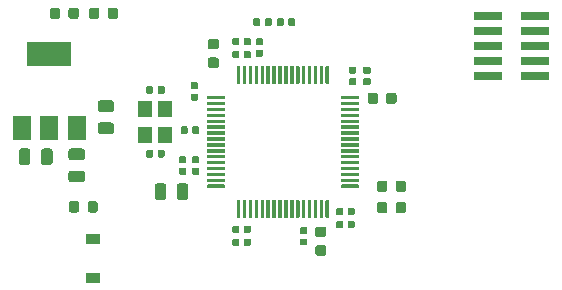
<source format=gbr>
G04 #@! TF.GenerationSoftware,KiCad,Pcbnew,(5.1.5)-3*
G04 #@! TF.CreationDate,2020-03-24T14:58:58+01:00*
G04 #@! TF.ProjectId,STM32F4_Breakout,53544d33-3246-4345-9f42-7265616b6f75,rev?*
G04 #@! TF.SameCoordinates,Original*
G04 #@! TF.FileFunction,Paste,Top*
G04 #@! TF.FilePolarity,Positive*
%FSLAX46Y46*%
G04 Gerber Fmt 4.6, Leading zero omitted, Abs format (unit mm)*
G04 Created by KiCad (PCBNEW (5.1.5)-3) date 2020-03-24 14:58:58*
%MOMM*%
%LPD*%
G04 APERTURE LIST*
%ADD10C,0.100000*%
%ADD11R,1.200000X0.900000*%
%ADD12R,1.200000X1.400000*%
%ADD13R,2.400000X0.740000*%
%ADD14R,3.800000X2.000000*%
%ADD15R,1.500000X2.000000*%
G04 APERTURE END LIST*
D10*
G36*
X30480142Y-43351174D02*
G01*
X30503803Y-43354684D01*
X30527007Y-43360496D01*
X30549529Y-43368554D01*
X30571153Y-43378782D01*
X30591670Y-43391079D01*
X30610883Y-43405329D01*
X30628607Y-43421393D01*
X30644671Y-43439117D01*
X30658921Y-43458330D01*
X30671218Y-43478847D01*
X30681446Y-43500471D01*
X30689504Y-43522993D01*
X30695316Y-43546197D01*
X30698826Y-43569858D01*
X30700000Y-43593750D01*
X30700000Y-44081250D01*
X30698826Y-44105142D01*
X30695316Y-44128803D01*
X30689504Y-44152007D01*
X30681446Y-44174529D01*
X30671218Y-44196153D01*
X30658921Y-44216670D01*
X30644671Y-44235883D01*
X30628607Y-44253607D01*
X30610883Y-44269671D01*
X30591670Y-44283921D01*
X30571153Y-44296218D01*
X30549529Y-44306446D01*
X30527007Y-44314504D01*
X30503803Y-44320316D01*
X30480142Y-44323826D01*
X30456250Y-44325000D01*
X29543750Y-44325000D01*
X29519858Y-44323826D01*
X29496197Y-44320316D01*
X29472993Y-44314504D01*
X29450471Y-44306446D01*
X29428847Y-44296218D01*
X29408330Y-44283921D01*
X29389117Y-44269671D01*
X29371393Y-44253607D01*
X29355329Y-44235883D01*
X29341079Y-44216670D01*
X29328782Y-44196153D01*
X29318554Y-44174529D01*
X29310496Y-44152007D01*
X29304684Y-44128803D01*
X29301174Y-44105142D01*
X29300000Y-44081250D01*
X29300000Y-43593750D01*
X29301174Y-43569858D01*
X29304684Y-43546197D01*
X29310496Y-43522993D01*
X29318554Y-43500471D01*
X29328782Y-43478847D01*
X29341079Y-43458330D01*
X29355329Y-43439117D01*
X29371393Y-43421393D01*
X29389117Y-43405329D01*
X29408330Y-43391079D01*
X29428847Y-43378782D01*
X29450471Y-43368554D01*
X29472993Y-43360496D01*
X29496197Y-43354684D01*
X29519858Y-43351174D01*
X29543750Y-43350000D01*
X30456250Y-43350000D01*
X30480142Y-43351174D01*
G37*
G36*
X30480142Y-41476174D02*
G01*
X30503803Y-41479684D01*
X30527007Y-41485496D01*
X30549529Y-41493554D01*
X30571153Y-41503782D01*
X30591670Y-41516079D01*
X30610883Y-41530329D01*
X30628607Y-41546393D01*
X30644671Y-41564117D01*
X30658921Y-41583330D01*
X30671218Y-41603847D01*
X30681446Y-41625471D01*
X30689504Y-41647993D01*
X30695316Y-41671197D01*
X30698826Y-41694858D01*
X30700000Y-41718750D01*
X30700000Y-42206250D01*
X30698826Y-42230142D01*
X30695316Y-42253803D01*
X30689504Y-42277007D01*
X30681446Y-42299529D01*
X30671218Y-42321153D01*
X30658921Y-42341670D01*
X30644671Y-42360883D01*
X30628607Y-42378607D01*
X30610883Y-42394671D01*
X30591670Y-42408921D01*
X30571153Y-42421218D01*
X30549529Y-42431446D01*
X30527007Y-42439504D01*
X30503803Y-42445316D01*
X30480142Y-42448826D01*
X30456250Y-42450000D01*
X29543750Y-42450000D01*
X29519858Y-42448826D01*
X29496197Y-42445316D01*
X29472993Y-42439504D01*
X29450471Y-42431446D01*
X29428847Y-42421218D01*
X29408330Y-42408921D01*
X29389117Y-42394671D01*
X29371393Y-42378607D01*
X29355329Y-42360883D01*
X29341079Y-42341670D01*
X29328782Y-42321153D01*
X29318554Y-42299529D01*
X29310496Y-42277007D01*
X29304684Y-42253803D01*
X29301174Y-42230142D01*
X29300000Y-42206250D01*
X29300000Y-41718750D01*
X29301174Y-41694858D01*
X29304684Y-41671197D01*
X29310496Y-41647993D01*
X29318554Y-41625471D01*
X29328782Y-41603847D01*
X29341079Y-41583330D01*
X29355329Y-41564117D01*
X29371393Y-41546393D01*
X29389117Y-41530329D01*
X29408330Y-41516079D01*
X29428847Y-41503782D01*
X29450471Y-41493554D01*
X29472993Y-41485496D01*
X29496197Y-41479684D01*
X29519858Y-41476174D01*
X29543750Y-41475000D01*
X30456250Y-41475000D01*
X30480142Y-41476174D01*
G37*
G36*
X23392642Y-45551174D02*
G01*
X23416303Y-45554684D01*
X23439507Y-45560496D01*
X23462029Y-45568554D01*
X23483653Y-45578782D01*
X23504170Y-45591079D01*
X23523383Y-45605329D01*
X23541107Y-45621393D01*
X23557171Y-45639117D01*
X23571421Y-45658330D01*
X23583718Y-45678847D01*
X23593946Y-45700471D01*
X23602004Y-45722993D01*
X23607816Y-45746197D01*
X23611326Y-45769858D01*
X23612500Y-45793750D01*
X23612500Y-46706250D01*
X23611326Y-46730142D01*
X23607816Y-46753803D01*
X23602004Y-46777007D01*
X23593946Y-46799529D01*
X23583718Y-46821153D01*
X23571421Y-46841670D01*
X23557171Y-46860883D01*
X23541107Y-46878607D01*
X23523383Y-46894671D01*
X23504170Y-46908921D01*
X23483653Y-46921218D01*
X23462029Y-46931446D01*
X23439507Y-46939504D01*
X23416303Y-46945316D01*
X23392642Y-46948826D01*
X23368750Y-46950000D01*
X22881250Y-46950000D01*
X22857358Y-46948826D01*
X22833697Y-46945316D01*
X22810493Y-46939504D01*
X22787971Y-46931446D01*
X22766347Y-46921218D01*
X22745830Y-46908921D01*
X22726617Y-46894671D01*
X22708893Y-46878607D01*
X22692829Y-46860883D01*
X22678579Y-46841670D01*
X22666282Y-46821153D01*
X22656054Y-46799529D01*
X22647996Y-46777007D01*
X22642184Y-46753803D01*
X22638674Y-46730142D01*
X22637500Y-46706250D01*
X22637500Y-45793750D01*
X22638674Y-45769858D01*
X22642184Y-45746197D01*
X22647996Y-45722993D01*
X22656054Y-45700471D01*
X22666282Y-45678847D01*
X22678579Y-45658330D01*
X22692829Y-45639117D01*
X22708893Y-45621393D01*
X22726617Y-45605329D01*
X22745830Y-45591079D01*
X22766347Y-45578782D01*
X22787971Y-45568554D01*
X22810493Y-45560496D01*
X22833697Y-45554684D01*
X22857358Y-45551174D01*
X22881250Y-45550000D01*
X23368750Y-45550000D01*
X23392642Y-45551174D01*
G37*
G36*
X25267642Y-45551174D02*
G01*
X25291303Y-45554684D01*
X25314507Y-45560496D01*
X25337029Y-45568554D01*
X25358653Y-45578782D01*
X25379170Y-45591079D01*
X25398383Y-45605329D01*
X25416107Y-45621393D01*
X25432171Y-45639117D01*
X25446421Y-45658330D01*
X25458718Y-45678847D01*
X25468946Y-45700471D01*
X25477004Y-45722993D01*
X25482816Y-45746197D01*
X25486326Y-45769858D01*
X25487500Y-45793750D01*
X25487500Y-46706250D01*
X25486326Y-46730142D01*
X25482816Y-46753803D01*
X25477004Y-46777007D01*
X25468946Y-46799529D01*
X25458718Y-46821153D01*
X25446421Y-46841670D01*
X25432171Y-46860883D01*
X25416107Y-46878607D01*
X25398383Y-46894671D01*
X25379170Y-46908921D01*
X25358653Y-46921218D01*
X25337029Y-46931446D01*
X25314507Y-46939504D01*
X25291303Y-46945316D01*
X25267642Y-46948826D01*
X25243750Y-46950000D01*
X24756250Y-46950000D01*
X24732358Y-46948826D01*
X24708697Y-46945316D01*
X24685493Y-46939504D01*
X24662971Y-46931446D01*
X24641347Y-46921218D01*
X24620830Y-46908921D01*
X24601617Y-46894671D01*
X24583893Y-46878607D01*
X24567829Y-46860883D01*
X24553579Y-46841670D01*
X24541282Y-46821153D01*
X24531054Y-46799529D01*
X24522996Y-46777007D01*
X24517184Y-46753803D01*
X24513674Y-46730142D01*
X24512500Y-46706250D01*
X24512500Y-45793750D01*
X24513674Y-45769858D01*
X24517184Y-45746197D01*
X24522996Y-45722993D01*
X24531054Y-45700471D01*
X24541282Y-45678847D01*
X24553579Y-45658330D01*
X24567829Y-45639117D01*
X24583893Y-45621393D01*
X24601617Y-45605329D01*
X24620830Y-45591079D01*
X24641347Y-45578782D01*
X24662971Y-45568554D01*
X24685493Y-45560496D01*
X24708697Y-45554684D01*
X24732358Y-45551174D01*
X24756250Y-45550000D01*
X25243750Y-45550000D01*
X25267642Y-45551174D01*
G37*
G36*
X39377691Y-37851053D02*
G01*
X39398926Y-37854203D01*
X39419750Y-37859419D01*
X39439962Y-37866651D01*
X39459368Y-37875830D01*
X39477781Y-37886866D01*
X39495024Y-37899654D01*
X39510930Y-37914070D01*
X39525346Y-37929976D01*
X39538134Y-37947219D01*
X39549170Y-37965632D01*
X39558349Y-37985038D01*
X39565581Y-38005250D01*
X39570797Y-38026074D01*
X39573947Y-38047309D01*
X39575000Y-38068750D01*
X39575000Y-38506250D01*
X39573947Y-38527691D01*
X39570797Y-38548926D01*
X39565581Y-38569750D01*
X39558349Y-38589962D01*
X39549170Y-38609368D01*
X39538134Y-38627781D01*
X39525346Y-38645024D01*
X39510930Y-38660930D01*
X39495024Y-38675346D01*
X39477781Y-38688134D01*
X39459368Y-38699170D01*
X39439962Y-38708349D01*
X39419750Y-38715581D01*
X39398926Y-38720797D01*
X39377691Y-38723947D01*
X39356250Y-38725000D01*
X38843750Y-38725000D01*
X38822309Y-38723947D01*
X38801074Y-38720797D01*
X38780250Y-38715581D01*
X38760038Y-38708349D01*
X38740632Y-38699170D01*
X38722219Y-38688134D01*
X38704976Y-38675346D01*
X38689070Y-38660930D01*
X38674654Y-38645024D01*
X38661866Y-38627781D01*
X38650830Y-38609368D01*
X38641651Y-38589962D01*
X38634419Y-38569750D01*
X38629203Y-38548926D01*
X38626053Y-38527691D01*
X38625000Y-38506250D01*
X38625000Y-38068750D01*
X38626053Y-38047309D01*
X38629203Y-38026074D01*
X38634419Y-38005250D01*
X38641651Y-37985038D01*
X38650830Y-37965632D01*
X38661866Y-37947219D01*
X38674654Y-37929976D01*
X38689070Y-37914070D01*
X38704976Y-37899654D01*
X38722219Y-37886866D01*
X38740632Y-37875830D01*
X38760038Y-37866651D01*
X38780250Y-37859419D01*
X38801074Y-37854203D01*
X38822309Y-37851053D01*
X38843750Y-37850000D01*
X39356250Y-37850000D01*
X39377691Y-37851053D01*
G37*
G36*
X39377691Y-36276053D02*
G01*
X39398926Y-36279203D01*
X39419750Y-36284419D01*
X39439962Y-36291651D01*
X39459368Y-36300830D01*
X39477781Y-36311866D01*
X39495024Y-36324654D01*
X39510930Y-36339070D01*
X39525346Y-36354976D01*
X39538134Y-36372219D01*
X39549170Y-36390632D01*
X39558349Y-36410038D01*
X39565581Y-36430250D01*
X39570797Y-36451074D01*
X39573947Y-36472309D01*
X39575000Y-36493750D01*
X39575000Y-36931250D01*
X39573947Y-36952691D01*
X39570797Y-36973926D01*
X39565581Y-36994750D01*
X39558349Y-37014962D01*
X39549170Y-37034368D01*
X39538134Y-37052781D01*
X39525346Y-37070024D01*
X39510930Y-37085930D01*
X39495024Y-37100346D01*
X39477781Y-37113134D01*
X39459368Y-37124170D01*
X39439962Y-37133349D01*
X39419750Y-37140581D01*
X39398926Y-37145797D01*
X39377691Y-37148947D01*
X39356250Y-37150000D01*
X38843750Y-37150000D01*
X38822309Y-37148947D01*
X38801074Y-37145797D01*
X38780250Y-37140581D01*
X38760038Y-37133349D01*
X38740632Y-37124170D01*
X38722219Y-37113134D01*
X38704976Y-37100346D01*
X38689070Y-37085930D01*
X38674654Y-37070024D01*
X38661866Y-37052781D01*
X38650830Y-37034368D01*
X38641651Y-37014962D01*
X38634419Y-36994750D01*
X38629203Y-36973926D01*
X38626053Y-36952691D01*
X38625000Y-36931250D01*
X38625000Y-36493750D01*
X38626053Y-36472309D01*
X38629203Y-36451074D01*
X38634419Y-36430250D01*
X38641651Y-36410038D01*
X38650830Y-36390632D01*
X38661866Y-36372219D01*
X38674654Y-36354976D01*
X38689070Y-36339070D01*
X38704976Y-36324654D01*
X38722219Y-36311866D01*
X38740632Y-36300830D01*
X38760038Y-36291651D01*
X38780250Y-36284419D01*
X38801074Y-36279203D01*
X38822309Y-36276053D01*
X38843750Y-36275000D01*
X39356250Y-36275000D01*
X39377691Y-36276053D01*
G37*
G36*
X37686958Y-39935710D02*
G01*
X37701276Y-39937834D01*
X37715317Y-39941351D01*
X37728946Y-39946228D01*
X37742031Y-39952417D01*
X37754447Y-39959858D01*
X37766073Y-39968481D01*
X37776798Y-39978202D01*
X37786519Y-39988927D01*
X37795142Y-40000553D01*
X37802583Y-40012969D01*
X37808772Y-40026054D01*
X37813649Y-40039683D01*
X37817166Y-40053724D01*
X37819290Y-40068042D01*
X37820000Y-40082500D01*
X37820000Y-40377500D01*
X37819290Y-40391958D01*
X37817166Y-40406276D01*
X37813649Y-40420317D01*
X37808772Y-40433946D01*
X37802583Y-40447031D01*
X37795142Y-40459447D01*
X37786519Y-40471073D01*
X37776798Y-40481798D01*
X37766073Y-40491519D01*
X37754447Y-40500142D01*
X37742031Y-40507583D01*
X37728946Y-40513772D01*
X37715317Y-40518649D01*
X37701276Y-40522166D01*
X37686958Y-40524290D01*
X37672500Y-40525000D01*
X37327500Y-40525000D01*
X37313042Y-40524290D01*
X37298724Y-40522166D01*
X37284683Y-40518649D01*
X37271054Y-40513772D01*
X37257969Y-40507583D01*
X37245553Y-40500142D01*
X37233927Y-40491519D01*
X37223202Y-40481798D01*
X37213481Y-40471073D01*
X37204858Y-40459447D01*
X37197417Y-40447031D01*
X37191228Y-40433946D01*
X37186351Y-40420317D01*
X37182834Y-40406276D01*
X37180710Y-40391958D01*
X37180000Y-40377500D01*
X37180000Y-40082500D01*
X37180710Y-40068042D01*
X37182834Y-40053724D01*
X37186351Y-40039683D01*
X37191228Y-40026054D01*
X37197417Y-40012969D01*
X37204858Y-40000553D01*
X37213481Y-39988927D01*
X37223202Y-39978202D01*
X37233927Y-39968481D01*
X37245553Y-39959858D01*
X37257969Y-39952417D01*
X37271054Y-39946228D01*
X37284683Y-39941351D01*
X37298724Y-39937834D01*
X37313042Y-39935710D01*
X37327500Y-39935000D01*
X37672500Y-39935000D01*
X37686958Y-39935710D01*
G37*
G36*
X37686958Y-40905710D02*
G01*
X37701276Y-40907834D01*
X37715317Y-40911351D01*
X37728946Y-40916228D01*
X37742031Y-40922417D01*
X37754447Y-40929858D01*
X37766073Y-40938481D01*
X37776798Y-40948202D01*
X37786519Y-40958927D01*
X37795142Y-40970553D01*
X37802583Y-40982969D01*
X37808772Y-40996054D01*
X37813649Y-41009683D01*
X37817166Y-41023724D01*
X37819290Y-41038042D01*
X37820000Y-41052500D01*
X37820000Y-41347500D01*
X37819290Y-41361958D01*
X37817166Y-41376276D01*
X37813649Y-41390317D01*
X37808772Y-41403946D01*
X37802583Y-41417031D01*
X37795142Y-41429447D01*
X37786519Y-41441073D01*
X37776798Y-41451798D01*
X37766073Y-41461519D01*
X37754447Y-41470142D01*
X37742031Y-41477583D01*
X37728946Y-41483772D01*
X37715317Y-41488649D01*
X37701276Y-41492166D01*
X37686958Y-41494290D01*
X37672500Y-41495000D01*
X37327500Y-41495000D01*
X37313042Y-41494290D01*
X37298724Y-41492166D01*
X37284683Y-41488649D01*
X37271054Y-41483772D01*
X37257969Y-41477583D01*
X37245553Y-41470142D01*
X37233927Y-41461519D01*
X37223202Y-41451798D01*
X37213481Y-41441073D01*
X37204858Y-41429447D01*
X37197417Y-41417031D01*
X37191228Y-41403946D01*
X37186351Y-41390317D01*
X37182834Y-41376276D01*
X37180710Y-41361958D01*
X37180000Y-41347500D01*
X37180000Y-41052500D01*
X37180710Y-41038042D01*
X37182834Y-41023724D01*
X37186351Y-41009683D01*
X37191228Y-40996054D01*
X37197417Y-40982969D01*
X37204858Y-40970553D01*
X37213481Y-40958927D01*
X37223202Y-40948202D01*
X37233927Y-40938481D01*
X37245553Y-40929858D01*
X37257969Y-40922417D01*
X37271054Y-40916228D01*
X37284683Y-40911351D01*
X37298724Y-40907834D01*
X37313042Y-40905710D01*
X37327500Y-40905000D01*
X37672500Y-40905000D01*
X37686958Y-40905710D01*
G37*
G36*
X42146958Y-52080710D02*
G01*
X42161276Y-52082834D01*
X42175317Y-52086351D01*
X42188946Y-52091228D01*
X42202031Y-52097417D01*
X42214447Y-52104858D01*
X42226073Y-52113481D01*
X42236798Y-52123202D01*
X42246519Y-52133927D01*
X42255142Y-52145553D01*
X42262583Y-52157969D01*
X42268772Y-52171054D01*
X42273649Y-52184683D01*
X42277166Y-52198724D01*
X42279290Y-52213042D01*
X42280000Y-52227500D01*
X42280000Y-52572500D01*
X42279290Y-52586958D01*
X42277166Y-52601276D01*
X42273649Y-52615317D01*
X42268772Y-52628946D01*
X42262583Y-52642031D01*
X42255142Y-52654447D01*
X42246519Y-52666073D01*
X42236798Y-52676798D01*
X42226073Y-52686519D01*
X42214447Y-52695142D01*
X42202031Y-52702583D01*
X42188946Y-52708772D01*
X42175317Y-52713649D01*
X42161276Y-52717166D01*
X42146958Y-52719290D01*
X42132500Y-52720000D01*
X41837500Y-52720000D01*
X41823042Y-52719290D01*
X41808724Y-52717166D01*
X41794683Y-52713649D01*
X41781054Y-52708772D01*
X41767969Y-52702583D01*
X41755553Y-52695142D01*
X41743927Y-52686519D01*
X41733202Y-52676798D01*
X41723481Y-52666073D01*
X41714858Y-52654447D01*
X41707417Y-52642031D01*
X41701228Y-52628946D01*
X41696351Y-52615317D01*
X41692834Y-52601276D01*
X41690710Y-52586958D01*
X41690000Y-52572500D01*
X41690000Y-52227500D01*
X41690710Y-52213042D01*
X41692834Y-52198724D01*
X41696351Y-52184683D01*
X41701228Y-52171054D01*
X41707417Y-52157969D01*
X41714858Y-52145553D01*
X41723481Y-52133927D01*
X41733202Y-52123202D01*
X41743927Y-52113481D01*
X41755553Y-52104858D01*
X41767969Y-52097417D01*
X41781054Y-52091228D01*
X41794683Y-52086351D01*
X41808724Y-52082834D01*
X41823042Y-52080710D01*
X41837500Y-52080000D01*
X42132500Y-52080000D01*
X42146958Y-52080710D01*
G37*
G36*
X41176958Y-52080710D02*
G01*
X41191276Y-52082834D01*
X41205317Y-52086351D01*
X41218946Y-52091228D01*
X41232031Y-52097417D01*
X41244447Y-52104858D01*
X41256073Y-52113481D01*
X41266798Y-52123202D01*
X41276519Y-52133927D01*
X41285142Y-52145553D01*
X41292583Y-52157969D01*
X41298772Y-52171054D01*
X41303649Y-52184683D01*
X41307166Y-52198724D01*
X41309290Y-52213042D01*
X41310000Y-52227500D01*
X41310000Y-52572500D01*
X41309290Y-52586958D01*
X41307166Y-52601276D01*
X41303649Y-52615317D01*
X41298772Y-52628946D01*
X41292583Y-52642031D01*
X41285142Y-52654447D01*
X41276519Y-52666073D01*
X41266798Y-52676798D01*
X41256073Y-52686519D01*
X41244447Y-52695142D01*
X41232031Y-52702583D01*
X41218946Y-52708772D01*
X41205317Y-52713649D01*
X41191276Y-52717166D01*
X41176958Y-52719290D01*
X41162500Y-52720000D01*
X40867500Y-52720000D01*
X40853042Y-52719290D01*
X40838724Y-52717166D01*
X40824683Y-52713649D01*
X40811054Y-52708772D01*
X40797969Y-52702583D01*
X40785553Y-52695142D01*
X40773927Y-52686519D01*
X40763202Y-52676798D01*
X40753481Y-52666073D01*
X40744858Y-52654447D01*
X40737417Y-52642031D01*
X40731228Y-52628946D01*
X40726351Y-52615317D01*
X40722834Y-52601276D01*
X40720710Y-52586958D01*
X40720000Y-52572500D01*
X40720000Y-52227500D01*
X40720710Y-52213042D01*
X40722834Y-52198724D01*
X40726351Y-52184683D01*
X40731228Y-52171054D01*
X40737417Y-52157969D01*
X40744858Y-52145553D01*
X40753481Y-52133927D01*
X40763202Y-52123202D01*
X40773927Y-52113481D01*
X40785553Y-52104858D01*
X40797969Y-52097417D01*
X40811054Y-52091228D01*
X40824683Y-52086351D01*
X40838724Y-52082834D01*
X40853042Y-52080710D01*
X40867500Y-52080000D01*
X41162500Y-52080000D01*
X41176958Y-52080710D01*
G37*
G36*
X41176958Y-53180710D02*
G01*
X41191276Y-53182834D01*
X41205317Y-53186351D01*
X41218946Y-53191228D01*
X41232031Y-53197417D01*
X41244447Y-53204858D01*
X41256073Y-53213481D01*
X41266798Y-53223202D01*
X41276519Y-53233927D01*
X41285142Y-53245553D01*
X41292583Y-53257969D01*
X41298772Y-53271054D01*
X41303649Y-53284683D01*
X41307166Y-53298724D01*
X41309290Y-53313042D01*
X41310000Y-53327500D01*
X41310000Y-53672500D01*
X41309290Y-53686958D01*
X41307166Y-53701276D01*
X41303649Y-53715317D01*
X41298772Y-53728946D01*
X41292583Y-53742031D01*
X41285142Y-53754447D01*
X41276519Y-53766073D01*
X41266798Y-53776798D01*
X41256073Y-53786519D01*
X41244447Y-53795142D01*
X41232031Y-53802583D01*
X41218946Y-53808772D01*
X41205317Y-53813649D01*
X41191276Y-53817166D01*
X41176958Y-53819290D01*
X41162500Y-53820000D01*
X40867500Y-53820000D01*
X40853042Y-53819290D01*
X40838724Y-53817166D01*
X40824683Y-53813649D01*
X40811054Y-53808772D01*
X40797969Y-53802583D01*
X40785553Y-53795142D01*
X40773927Y-53786519D01*
X40763202Y-53776798D01*
X40753481Y-53766073D01*
X40744858Y-53754447D01*
X40737417Y-53742031D01*
X40731228Y-53728946D01*
X40726351Y-53715317D01*
X40722834Y-53701276D01*
X40720710Y-53686958D01*
X40720000Y-53672500D01*
X40720000Y-53327500D01*
X40720710Y-53313042D01*
X40722834Y-53298724D01*
X40726351Y-53284683D01*
X40731228Y-53271054D01*
X40737417Y-53257969D01*
X40744858Y-53245553D01*
X40753481Y-53233927D01*
X40763202Y-53223202D01*
X40773927Y-53213481D01*
X40785553Y-53204858D01*
X40797969Y-53197417D01*
X40811054Y-53191228D01*
X40824683Y-53186351D01*
X40838724Y-53182834D01*
X40853042Y-53180710D01*
X40867500Y-53180000D01*
X41162500Y-53180000D01*
X41176958Y-53180710D01*
G37*
G36*
X42146958Y-53180710D02*
G01*
X42161276Y-53182834D01*
X42175317Y-53186351D01*
X42188946Y-53191228D01*
X42202031Y-53197417D01*
X42214447Y-53204858D01*
X42226073Y-53213481D01*
X42236798Y-53223202D01*
X42246519Y-53233927D01*
X42255142Y-53245553D01*
X42262583Y-53257969D01*
X42268772Y-53271054D01*
X42273649Y-53284683D01*
X42277166Y-53298724D01*
X42279290Y-53313042D01*
X42280000Y-53327500D01*
X42280000Y-53672500D01*
X42279290Y-53686958D01*
X42277166Y-53701276D01*
X42273649Y-53715317D01*
X42268772Y-53728946D01*
X42262583Y-53742031D01*
X42255142Y-53754447D01*
X42246519Y-53766073D01*
X42236798Y-53776798D01*
X42226073Y-53786519D01*
X42214447Y-53795142D01*
X42202031Y-53802583D01*
X42188946Y-53808772D01*
X42175317Y-53813649D01*
X42161276Y-53817166D01*
X42146958Y-53819290D01*
X42132500Y-53820000D01*
X41837500Y-53820000D01*
X41823042Y-53819290D01*
X41808724Y-53817166D01*
X41794683Y-53813649D01*
X41781054Y-53808772D01*
X41767969Y-53802583D01*
X41755553Y-53795142D01*
X41743927Y-53786519D01*
X41733202Y-53776798D01*
X41723481Y-53766073D01*
X41714858Y-53754447D01*
X41707417Y-53742031D01*
X41701228Y-53728946D01*
X41696351Y-53715317D01*
X41692834Y-53701276D01*
X41690710Y-53686958D01*
X41690000Y-53672500D01*
X41690000Y-53327500D01*
X41690710Y-53313042D01*
X41692834Y-53298724D01*
X41696351Y-53284683D01*
X41701228Y-53271054D01*
X41707417Y-53257969D01*
X41714858Y-53245553D01*
X41723481Y-53233927D01*
X41733202Y-53223202D01*
X41743927Y-53213481D01*
X41755553Y-53204858D01*
X41767969Y-53197417D01*
X41781054Y-53191228D01*
X41794683Y-53186351D01*
X41808724Y-53182834D01*
X41823042Y-53180710D01*
X41837500Y-53180000D01*
X42132500Y-53180000D01*
X42146958Y-53180710D01*
G37*
G36*
X49961958Y-50580710D02*
G01*
X49976276Y-50582834D01*
X49990317Y-50586351D01*
X50003946Y-50591228D01*
X50017031Y-50597417D01*
X50029447Y-50604858D01*
X50041073Y-50613481D01*
X50051798Y-50623202D01*
X50061519Y-50633927D01*
X50070142Y-50645553D01*
X50077583Y-50657969D01*
X50083772Y-50671054D01*
X50088649Y-50684683D01*
X50092166Y-50698724D01*
X50094290Y-50713042D01*
X50095000Y-50727500D01*
X50095000Y-51072500D01*
X50094290Y-51086958D01*
X50092166Y-51101276D01*
X50088649Y-51115317D01*
X50083772Y-51128946D01*
X50077583Y-51142031D01*
X50070142Y-51154447D01*
X50061519Y-51166073D01*
X50051798Y-51176798D01*
X50041073Y-51186519D01*
X50029447Y-51195142D01*
X50017031Y-51202583D01*
X50003946Y-51208772D01*
X49990317Y-51213649D01*
X49976276Y-51217166D01*
X49961958Y-51219290D01*
X49947500Y-51220000D01*
X49652500Y-51220000D01*
X49638042Y-51219290D01*
X49623724Y-51217166D01*
X49609683Y-51213649D01*
X49596054Y-51208772D01*
X49582969Y-51202583D01*
X49570553Y-51195142D01*
X49558927Y-51186519D01*
X49548202Y-51176798D01*
X49538481Y-51166073D01*
X49529858Y-51154447D01*
X49522417Y-51142031D01*
X49516228Y-51128946D01*
X49511351Y-51115317D01*
X49507834Y-51101276D01*
X49505710Y-51086958D01*
X49505000Y-51072500D01*
X49505000Y-50727500D01*
X49505710Y-50713042D01*
X49507834Y-50698724D01*
X49511351Y-50684683D01*
X49516228Y-50671054D01*
X49522417Y-50657969D01*
X49529858Y-50645553D01*
X49538481Y-50633927D01*
X49548202Y-50623202D01*
X49558927Y-50613481D01*
X49570553Y-50604858D01*
X49582969Y-50597417D01*
X49596054Y-50591228D01*
X49609683Y-50586351D01*
X49623724Y-50582834D01*
X49638042Y-50580710D01*
X49652500Y-50580000D01*
X49947500Y-50580000D01*
X49961958Y-50580710D01*
G37*
G36*
X50931958Y-50580710D02*
G01*
X50946276Y-50582834D01*
X50960317Y-50586351D01*
X50973946Y-50591228D01*
X50987031Y-50597417D01*
X50999447Y-50604858D01*
X51011073Y-50613481D01*
X51021798Y-50623202D01*
X51031519Y-50633927D01*
X51040142Y-50645553D01*
X51047583Y-50657969D01*
X51053772Y-50671054D01*
X51058649Y-50684683D01*
X51062166Y-50698724D01*
X51064290Y-50713042D01*
X51065000Y-50727500D01*
X51065000Y-51072500D01*
X51064290Y-51086958D01*
X51062166Y-51101276D01*
X51058649Y-51115317D01*
X51053772Y-51128946D01*
X51047583Y-51142031D01*
X51040142Y-51154447D01*
X51031519Y-51166073D01*
X51021798Y-51176798D01*
X51011073Y-51186519D01*
X50999447Y-51195142D01*
X50987031Y-51202583D01*
X50973946Y-51208772D01*
X50960317Y-51213649D01*
X50946276Y-51217166D01*
X50931958Y-51219290D01*
X50917500Y-51220000D01*
X50622500Y-51220000D01*
X50608042Y-51219290D01*
X50593724Y-51217166D01*
X50579683Y-51213649D01*
X50566054Y-51208772D01*
X50552969Y-51202583D01*
X50540553Y-51195142D01*
X50528927Y-51186519D01*
X50518202Y-51176798D01*
X50508481Y-51166073D01*
X50499858Y-51154447D01*
X50492417Y-51142031D01*
X50486228Y-51128946D01*
X50481351Y-51115317D01*
X50477834Y-51101276D01*
X50475710Y-51086958D01*
X50475000Y-51072500D01*
X50475000Y-50727500D01*
X50475710Y-50713042D01*
X50477834Y-50698724D01*
X50481351Y-50684683D01*
X50486228Y-50671054D01*
X50492417Y-50657969D01*
X50499858Y-50645553D01*
X50508481Y-50633927D01*
X50518202Y-50623202D01*
X50528927Y-50613481D01*
X50540553Y-50604858D01*
X50552969Y-50597417D01*
X50566054Y-50591228D01*
X50579683Y-50586351D01*
X50593724Y-50582834D01*
X50608042Y-50580710D01*
X50622500Y-50580000D01*
X50917500Y-50580000D01*
X50931958Y-50580710D01*
G37*
G36*
X50931958Y-51680710D02*
G01*
X50946276Y-51682834D01*
X50960317Y-51686351D01*
X50973946Y-51691228D01*
X50987031Y-51697417D01*
X50999447Y-51704858D01*
X51011073Y-51713481D01*
X51021798Y-51723202D01*
X51031519Y-51733927D01*
X51040142Y-51745553D01*
X51047583Y-51757969D01*
X51053772Y-51771054D01*
X51058649Y-51784683D01*
X51062166Y-51798724D01*
X51064290Y-51813042D01*
X51065000Y-51827500D01*
X51065000Y-52172500D01*
X51064290Y-52186958D01*
X51062166Y-52201276D01*
X51058649Y-52215317D01*
X51053772Y-52228946D01*
X51047583Y-52242031D01*
X51040142Y-52254447D01*
X51031519Y-52266073D01*
X51021798Y-52276798D01*
X51011073Y-52286519D01*
X50999447Y-52295142D01*
X50987031Y-52302583D01*
X50973946Y-52308772D01*
X50960317Y-52313649D01*
X50946276Y-52317166D01*
X50931958Y-52319290D01*
X50917500Y-52320000D01*
X50622500Y-52320000D01*
X50608042Y-52319290D01*
X50593724Y-52317166D01*
X50579683Y-52313649D01*
X50566054Y-52308772D01*
X50552969Y-52302583D01*
X50540553Y-52295142D01*
X50528927Y-52286519D01*
X50518202Y-52276798D01*
X50508481Y-52266073D01*
X50499858Y-52254447D01*
X50492417Y-52242031D01*
X50486228Y-52228946D01*
X50481351Y-52215317D01*
X50477834Y-52201276D01*
X50475710Y-52186958D01*
X50475000Y-52172500D01*
X50475000Y-51827500D01*
X50475710Y-51813042D01*
X50477834Y-51798724D01*
X50481351Y-51784683D01*
X50486228Y-51771054D01*
X50492417Y-51757969D01*
X50499858Y-51745553D01*
X50508481Y-51733927D01*
X50518202Y-51723202D01*
X50528927Y-51713481D01*
X50540553Y-51704858D01*
X50552969Y-51697417D01*
X50566054Y-51691228D01*
X50579683Y-51686351D01*
X50593724Y-51682834D01*
X50608042Y-51680710D01*
X50622500Y-51680000D01*
X50917500Y-51680000D01*
X50931958Y-51680710D01*
G37*
G36*
X49961958Y-51680710D02*
G01*
X49976276Y-51682834D01*
X49990317Y-51686351D01*
X50003946Y-51691228D01*
X50017031Y-51697417D01*
X50029447Y-51704858D01*
X50041073Y-51713481D01*
X50051798Y-51723202D01*
X50061519Y-51733927D01*
X50070142Y-51745553D01*
X50077583Y-51757969D01*
X50083772Y-51771054D01*
X50088649Y-51784683D01*
X50092166Y-51798724D01*
X50094290Y-51813042D01*
X50095000Y-51827500D01*
X50095000Y-52172500D01*
X50094290Y-52186958D01*
X50092166Y-52201276D01*
X50088649Y-52215317D01*
X50083772Y-52228946D01*
X50077583Y-52242031D01*
X50070142Y-52254447D01*
X50061519Y-52266073D01*
X50051798Y-52276798D01*
X50041073Y-52286519D01*
X50029447Y-52295142D01*
X50017031Y-52302583D01*
X50003946Y-52308772D01*
X49990317Y-52313649D01*
X49976276Y-52317166D01*
X49961958Y-52319290D01*
X49947500Y-52320000D01*
X49652500Y-52320000D01*
X49638042Y-52319290D01*
X49623724Y-52317166D01*
X49609683Y-52313649D01*
X49596054Y-52308772D01*
X49582969Y-52302583D01*
X49570553Y-52295142D01*
X49558927Y-52286519D01*
X49548202Y-52276798D01*
X49538481Y-52266073D01*
X49529858Y-52254447D01*
X49522417Y-52242031D01*
X49516228Y-52228946D01*
X49511351Y-52215317D01*
X49507834Y-52201276D01*
X49505710Y-52186958D01*
X49505000Y-52172500D01*
X49505000Y-51827500D01*
X49505710Y-51813042D01*
X49507834Y-51798724D01*
X49511351Y-51784683D01*
X49516228Y-51771054D01*
X49522417Y-51757969D01*
X49529858Y-51745553D01*
X49538481Y-51733927D01*
X49548202Y-51723202D01*
X49558927Y-51713481D01*
X49570553Y-51704858D01*
X49582969Y-51697417D01*
X49596054Y-51691228D01*
X49609683Y-51686351D01*
X49623724Y-51682834D01*
X49638042Y-51680710D01*
X49652500Y-51680000D01*
X49947500Y-51680000D01*
X49961958Y-51680710D01*
G37*
G36*
X51086958Y-39590710D02*
G01*
X51101276Y-39592834D01*
X51115317Y-39596351D01*
X51128946Y-39601228D01*
X51142031Y-39607417D01*
X51154447Y-39614858D01*
X51166073Y-39623481D01*
X51176798Y-39633202D01*
X51186519Y-39643927D01*
X51195142Y-39655553D01*
X51202583Y-39667969D01*
X51208772Y-39681054D01*
X51213649Y-39694683D01*
X51217166Y-39708724D01*
X51219290Y-39723042D01*
X51220000Y-39737500D01*
X51220000Y-40032500D01*
X51219290Y-40046958D01*
X51217166Y-40061276D01*
X51213649Y-40075317D01*
X51208772Y-40088946D01*
X51202583Y-40102031D01*
X51195142Y-40114447D01*
X51186519Y-40126073D01*
X51176798Y-40136798D01*
X51166073Y-40146519D01*
X51154447Y-40155142D01*
X51142031Y-40162583D01*
X51128946Y-40168772D01*
X51115317Y-40173649D01*
X51101276Y-40177166D01*
X51086958Y-40179290D01*
X51072500Y-40180000D01*
X50727500Y-40180000D01*
X50713042Y-40179290D01*
X50698724Y-40177166D01*
X50684683Y-40173649D01*
X50671054Y-40168772D01*
X50657969Y-40162583D01*
X50645553Y-40155142D01*
X50633927Y-40146519D01*
X50623202Y-40136798D01*
X50613481Y-40126073D01*
X50604858Y-40114447D01*
X50597417Y-40102031D01*
X50591228Y-40088946D01*
X50586351Y-40075317D01*
X50582834Y-40061276D01*
X50580710Y-40046958D01*
X50580000Y-40032500D01*
X50580000Y-39737500D01*
X50580710Y-39723042D01*
X50582834Y-39708724D01*
X50586351Y-39694683D01*
X50591228Y-39681054D01*
X50597417Y-39667969D01*
X50604858Y-39655553D01*
X50613481Y-39643927D01*
X50623202Y-39633202D01*
X50633927Y-39623481D01*
X50645553Y-39614858D01*
X50657969Y-39607417D01*
X50671054Y-39601228D01*
X50684683Y-39596351D01*
X50698724Y-39592834D01*
X50713042Y-39590710D01*
X50727500Y-39590000D01*
X51072500Y-39590000D01*
X51086958Y-39590710D01*
G37*
G36*
X51086958Y-38620710D02*
G01*
X51101276Y-38622834D01*
X51115317Y-38626351D01*
X51128946Y-38631228D01*
X51142031Y-38637417D01*
X51154447Y-38644858D01*
X51166073Y-38653481D01*
X51176798Y-38663202D01*
X51186519Y-38673927D01*
X51195142Y-38685553D01*
X51202583Y-38697969D01*
X51208772Y-38711054D01*
X51213649Y-38724683D01*
X51217166Y-38738724D01*
X51219290Y-38753042D01*
X51220000Y-38767500D01*
X51220000Y-39062500D01*
X51219290Y-39076958D01*
X51217166Y-39091276D01*
X51213649Y-39105317D01*
X51208772Y-39118946D01*
X51202583Y-39132031D01*
X51195142Y-39144447D01*
X51186519Y-39156073D01*
X51176798Y-39166798D01*
X51166073Y-39176519D01*
X51154447Y-39185142D01*
X51142031Y-39192583D01*
X51128946Y-39198772D01*
X51115317Y-39203649D01*
X51101276Y-39207166D01*
X51086958Y-39209290D01*
X51072500Y-39210000D01*
X50727500Y-39210000D01*
X50713042Y-39209290D01*
X50698724Y-39207166D01*
X50684683Y-39203649D01*
X50671054Y-39198772D01*
X50657969Y-39192583D01*
X50645553Y-39185142D01*
X50633927Y-39176519D01*
X50623202Y-39166798D01*
X50613481Y-39156073D01*
X50604858Y-39144447D01*
X50597417Y-39132031D01*
X50591228Y-39118946D01*
X50586351Y-39105317D01*
X50582834Y-39091276D01*
X50580710Y-39076958D01*
X50580000Y-39062500D01*
X50580000Y-38767500D01*
X50580710Y-38753042D01*
X50582834Y-38738724D01*
X50586351Y-38724683D01*
X50591228Y-38711054D01*
X50597417Y-38697969D01*
X50604858Y-38685553D01*
X50613481Y-38673927D01*
X50623202Y-38663202D01*
X50633927Y-38653481D01*
X50645553Y-38644858D01*
X50657969Y-38637417D01*
X50671054Y-38631228D01*
X50684683Y-38626351D01*
X50698724Y-38622834D01*
X50713042Y-38620710D01*
X50727500Y-38620000D01*
X51072500Y-38620000D01*
X51086958Y-38620710D01*
G37*
G36*
X52286958Y-39605710D02*
G01*
X52301276Y-39607834D01*
X52315317Y-39611351D01*
X52328946Y-39616228D01*
X52342031Y-39622417D01*
X52354447Y-39629858D01*
X52366073Y-39638481D01*
X52376798Y-39648202D01*
X52386519Y-39658927D01*
X52395142Y-39670553D01*
X52402583Y-39682969D01*
X52408772Y-39696054D01*
X52413649Y-39709683D01*
X52417166Y-39723724D01*
X52419290Y-39738042D01*
X52420000Y-39752500D01*
X52420000Y-40047500D01*
X52419290Y-40061958D01*
X52417166Y-40076276D01*
X52413649Y-40090317D01*
X52408772Y-40103946D01*
X52402583Y-40117031D01*
X52395142Y-40129447D01*
X52386519Y-40141073D01*
X52376798Y-40151798D01*
X52366073Y-40161519D01*
X52354447Y-40170142D01*
X52342031Y-40177583D01*
X52328946Y-40183772D01*
X52315317Y-40188649D01*
X52301276Y-40192166D01*
X52286958Y-40194290D01*
X52272500Y-40195000D01*
X51927500Y-40195000D01*
X51913042Y-40194290D01*
X51898724Y-40192166D01*
X51884683Y-40188649D01*
X51871054Y-40183772D01*
X51857969Y-40177583D01*
X51845553Y-40170142D01*
X51833927Y-40161519D01*
X51823202Y-40151798D01*
X51813481Y-40141073D01*
X51804858Y-40129447D01*
X51797417Y-40117031D01*
X51791228Y-40103946D01*
X51786351Y-40090317D01*
X51782834Y-40076276D01*
X51780710Y-40061958D01*
X51780000Y-40047500D01*
X51780000Y-39752500D01*
X51780710Y-39738042D01*
X51782834Y-39723724D01*
X51786351Y-39709683D01*
X51791228Y-39696054D01*
X51797417Y-39682969D01*
X51804858Y-39670553D01*
X51813481Y-39658927D01*
X51823202Y-39648202D01*
X51833927Y-39638481D01*
X51845553Y-39629858D01*
X51857969Y-39622417D01*
X51871054Y-39616228D01*
X51884683Y-39611351D01*
X51898724Y-39607834D01*
X51913042Y-39605710D01*
X51927500Y-39605000D01*
X52272500Y-39605000D01*
X52286958Y-39605710D01*
G37*
G36*
X52286958Y-38635710D02*
G01*
X52301276Y-38637834D01*
X52315317Y-38641351D01*
X52328946Y-38646228D01*
X52342031Y-38652417D01*
X52354447Y-38659858D01*
X52366073Y-38668481D01*
X52376798Y-38678202D01*
X52386519Y-38688927D01*
X52395142Y-38700553D01*
X52402583Y-38712969D01*
X52408772Y-38726054D01*
X52413649Y-38739683D01*
X52417166Y-38753724D01*
X52419290Y-38768042D01*
X52420000Y-38782500D01*
X52420000Y-39077500D01*
X52419290Y-39091958D01*
X52417166Y-39106276D01*
X52413649Y-39120317D01*
X52408772Y-39133946D01*
X52402583Y-39147031D01*
X52395142Y-39159447D01*
X52386519Y-39171073D01*
X52376798Y-39181798D01*
X52366073Y-39191519D01*
X52354447Y-39200142D01*
X52342031Y-39207583D01*
X52328946Y-39213772D01*
X52315317Y-39218649D01*
X52301276Y-39222166D01*
X52286958Y-39224290D01*
X52272500Y-39225000D01*
X51927500Y-39225000D01*
X51913042Y-39224290D01*
X51898724Y-39222166D01*
X51884683Y-39218649D01*
X51871054Y-39213772D01*
X51857969Y-39207583D01*
X51845553Y-39200142D01*
X51833927Y-39191519D01*
X51823202Y-39181798D01*
X51813481Y-39171073D01*
X51804858Y-39159447D01*
X51797417Y-39147031D01*
X51791228Y-39133946D01*
X51786351Y-39120317D01*
X51782834Y-39106276D01*
X51780710Y-39091958D01*
X51780000Y-39077500D01*
X51780000Y-38782500D01*
X51780710Y-38768042D01*
X51782834Y-38753724D01*
X51786351Y-38739683D01*
X51791228Y-38726054D01*
X51797417Y-38712969D01*
X51804858Y-38700553D01*
X51813481Y-38688927D01*
X51823202Y-38678202D01*
X51833927Y-38668481D01*
X51845553Y-38659858D01*
X51857969Y-38652417D01*
X51871054Y-38646228D01*
X51884683Y-38641351D01*
X51898724Y-38637834D01*
X51913042Y-38635710D01*
X51927500Y-38635000D01*
X52272500Y-38635000D01*
X52286958Y-38635710D01*
G37*
G36*
X42146958Y-37280710D02*
G01*
X42161276Y-37282834D01*
X42175317Y-37286351D01*
X42188946Y-37291228D01*
X42202031Y-37297417D01*
X42214447Y-37304858D01*
X42226073Y-37313481D01*
X42236798Y-37323202D01*
X42246519Y-37333927D01*
X42255142Y-37345553D01*
X42262583Y-37357969D01*
X42268772Y-37371054D01*
X42273649Y-37384683D01*
X42277166Y-37398724D01*
X42279290Y-37413042D01*
X42280000Y-37427500D01*
X42280000Y-37772500D01*
X42279290Y-37786958D01*
X42277166Y-37801276D01*
X42273649Y-37815317D01*
X42268772Y-37828946D01*
X42262583Y-37842031D01*
X42255142Y-37854447D01*
X42246519Y-37866073D01*
X42236798Y-37876798D01*
X42226073Y-37886519D01*
X42214447Y-37895142D01*
X42202031Y-37902583D01*
X42188946Y-37908772D01*
X42175317Y-37913649D01*
X42161276Y-37917166D01*
X42146958Y-37919290D01*
X42132500Y-37920000D01*
X41837500Y-37920000D01*
X41823042Y-37919290D01*
X41808724Y-37917166D01*
X41794683Y-37913649D01*
X41781054Y-37908772D01*
X41767969Y-37902583D01*
X41755553Y-37895142D01*
X41743927Y-37886519D01*
X41733202Y-37876798D01*
X41723481Y-37866073D01*
X41714858Y-37854447D01*
X41707417Y-37842031D01*
X41701228Y-37828946D01*
X41696351Y-37815317D01*
X41692834Y-37801276D01*
X41690710Y-37786958D01*
X41690000Y-37772500D01*
X41690000Y-37427500D01*
X41690710Y-37413042D01*
X41692834Y-37398724D01*
X41696351Y-37384683D01*
X41701228Y-37371054D01*
X41707417Y-37357969D01*
X41714858Y-37345553D01*
X41723481Y-37333927D01*
X41733202Y-37323202D01*
X41743927Y-37313481D01*
X41755553Y-37304858D01*
X41767969Y-37297417D01*
X41781054Y-37291228D01*
X41794683Y-37286351D01*
X41808724Y-37282834D01*
X41823042Y-37280710D01*
X41837500Y-37280000D01*
X42132500Y-37280000D01*
X42146958Y-37280710D01*
G37*
G36*
X41176958Y-37280710D02*
G01*
X41191276Y-37282834D01*
X41205317Y-37286351D01*
X41218946Y-37291228D01*
X41232031Y-37297417D01*
X41244447Y-37304858D01*
X41256073Y-37313481D01*
X41266798Y-37323202D01*
X41276519Y-37333927D01*
X41285142Y-37345553D01*
X41292583Y-37357969D01*
X41298772Y-37371054D01*
X41303649Y-37384683D01*
X41307166Y-37398724D01*
X41309290Y-37413042D01*
X41310000Y-37427500D01*
X41310000Y-37772500D01*
X41309290Y-37786958D01*
X41307166Y-37801276D01*
X41303649Y-37815317D01*
X41298772Y-37828946D01*
X41292583Y-37842031D01*
X41285142Y-37854447D01*
X41276519Y-37866073D01*
X41266798Y-37876798D01*
X41256073Y-37886519D01*
X41244447Y-37895142D01*
X41232031Y-37902583D01*
X41218946Y-37908772D01*
X41205317Y-37913649D01*
X41191276Y-37917166D01*
X41176958Y-37919290D01*
X41162500Y-37920000D01*
X40867500Y-37920000D01*
X40853042Y-37919290D01*
X40838724Y-37917166D01*
X40824683Y-37913649D01*
X40811054Y-37908772D01*
X40797969Y-37902583D01*
X40785553Y-37895142D01*
X40773927Y-37886519D01*
X40763202Y-37876798D01*
X40753481Y-37866073D01*
X40744858Y-37854447D01*
X40737417Y-37842031D01*
X40731228Y-37828946D01*
X40726351Y-37815317D01*
X40722834Y-37801276D01*
X40720710Y-37786958D01*
X40720000Y-37772500D01*
X40720000Y-37427500D01*
X40720710Y-37413042D01*
X40722834Y-37398724D01*
X40726351Y-37384683D01*
X40731228Y-37371054D01*
X40737417Y-37357969D01*
X40744858Y-37345553D01*
X40753481Y-37333927D01*
X40763202Y-37323202D01*
X40773927Y-37313481D01*
X40785553Y-37304858D01*
X40797969Y-37297417D01*
X40811054Y-37291228D01*
X40824683Y-37286351D01*
X40838724Y-37282834D01*
X40853042Y-37280710D01*
X40867500Y-37280000D01*
X41162500Y-37280000D01*
X41176958Y-37280710D01*
G37*
G36*
X41176958Y-36180710D02*
G01*
X41191276Y-36182834D01*
X41205317Y-36186351D01*
X41218946Y-36191228D01*
X41232031Y-36197417D01*
X41244447Y-36204858D01*
X41256073Y-36213481D01*
X41266798Y-36223202D01*
X41276519Y-36233927D01*
X41285142Y-36245553D01*
X41292583Y-36257969D01*
X41298772Y-36271054D01*
X41303649Y-36284683D01*
X41307166Y-36298724D01*
X41309290Y-36313042D01*
X41310000Y-36327500D01*
X41310000Y-36672500D01*
X41309290Y-36686958D01*
X41307166Y-36701276D01*
X41303649Y-36715317D01*
X41298772Y-36728946D01*
X41292583Y-36742031D01*
X41285142Y-36754447D01*
X41276519Y-36766073D01*
X41266798Y-36776798D01*
X41256073Y-36786519D01*
X41244447Y-36795142D01*
X41232031Y-36802583D01*
X41218946Y-36808772D01*
X41205317Y-36813649D01*
X41191276Y-36817166D01*
X41176958Y-36819290D01*
X41162500Y-36820000D01*
X40867500Y-36820000D01*
X40853042Y-36819290D01*
X40838724Y-36817166D01*
X40824683Y-36813649D01*
X40811054Y-36808772D01*
X40797969Y-36802583D01*
X40785553Y-36795142D01*
X40773927Y-36786519D01*
X40763202Y-36776798D01*
X40753481Y-36766073D01*
X40744858Y-36754447D01*
X40737417Y-36742031D01*
X40731228Y-36728946D01*
X40726351Y-36715317D01*
X40722834Y-36701276D01*
X40720710Y-36686958D01*
X40720000Y-36672500D01*
X40720000Y-36327500D01*
X40720710Y-36313042D01*
X40722834Y-36298724D01*
X40726351Y-36284683D01*
X40731228Y-36271054D01*
X40737417Y-36257969D01*
X40744858Y-36245553D01*
X40753481Y-36233927D01*
X40763202Y-36223202D01*
X40773927Y-36213481D01*
X40785553Y-36204858D01*
X40797969Y-36197417D01*
X40811054Y-36191228D01*
X40824683Y-36186351D01*
X40838724Y-36182834D01*
X40853042Y-36180710D01*
X40867500Y-36180000D01*
X41162500Y-36180000D01*
X41176958Y-36180710D01*
G37*
G36*
X42146958Y-36180710D02*
G01*
X42161276Y-36182834D01*
X42175317Y-36186351D01*
X42188946Y-36191228D01*
X42202031Y-36197417D01*
X42214447Y-36204858D01*
X42226073Y-36213481D01*
X42236798Y-36223202D01*
X42246519Y-36233927D01*
X42255142Y-36245553D01*
X42262583Y-36257969D01*
X42268772Y-36271054D01*
X42273649Y-36284683D01*
X42277166Y-36298724D01*
X42279290Y-36313042D01*
X42280000Y-36327500D01*
X42280000Y-36672500D01*
X42279290Y-36686958D01*
X42277166Y-36701276D01*
X42273649Y-36715317D01*
X42268772Y-36728946D01*
X42262583Y-36742031D01*
X42255142Y-36754447D01*
X42246519Y-36766073D01*
X42236798Y-36776798D01*
X42226073Y-36786519D01*
X42214447Y-36795142D01*
X42202031Y-36802583D01*
X42188946Y-36808772D01*
X42175317Y-36813649D01*
X42161276Y-36817166D01*
X42146958Y-36819290D01*
X42132500Y-36820000D01*
X41837500Y-36820000D01*
X41823042Y-36819290D01*
X41808724Y-36817166D01*
X41794683Y-36813649D01*
X41781054Y-36808772D01*
X41767969Y-36802583D01*
X41755553Y-36795142D01*
X41743927Y-36786519D01*
X41733202Y-36776798D01*
X41723481Y-36766073D01*
X41714858Y-36754447D01*
X41707417Y-36742031D01*
X41701228Y-36728946D01*
X41696351Y-36715317D01*
X41692834Y-36701276D01*
X41690710Y-36686958D01*
X41690000Y-36672500D01*
X41690000Y-36327500D01*
X41690710Y-36313042D01*
X41692834Y-36298724D01*
X41696351Y-36284683D01*
X41701228Y-36271054D01*
X41707417Y-36257969D01*
X41714858Y-36245553D01*
X41723481Y-36233927D01*
X41733202Y-36223202D01*
X41743927Y-36213481D01*
X41755553Y-36204858D01*
X41767969Y-36197417D01*
X41781054Y-36191228D01*
X41794683Y-36186351D01*
X41808724Y-36182834D01*
X41823042Y-36180710D01*
X41837500Y-36180000D01*
X42132500Y-36180000D01*
X42146958Y-36180710D01*
G37*
G36*
X36686958Y-46220710D02*
G01*
X36701276Y-46222834D01*
X36715317Y-46226351D01*
X36728946Y-46231228D01*
X36742031Y-46237417D01*
X36754447Y-46244858D01*
X36766073Y-46253481D01*
X36776798Y-46263202D01*
X36786519Y-46273927D01*
X36795142Y-46285553D01*
X36802583Y-46297969D01*
X36808772Y-46311054D01*
X36813649Y-46324683D01*
X36817166Y-46338724D01*
X36819290Y-46353042D01*
X36820000Y-46367500D01*
X36820000Y-46662500D01*
X36819290Y-46676958D01*
X36817166Y-46691276D01*
X36813649Y-46705317D01*
X36808772Y-46718946D01*
X36802583Y-46732031D01*
X36795142Y-46744447D01*
X36786519Y-46756073D01*
X36776798Y-46766798D01*
X36766073Y-46776519D01*
X36754447Y-46785142D01*
X36742031Y-46792583D01*
X36728946Y-46798772D01*
X36715317Y-46803649D01*
X36701276Y-46807166D01*
X36686958Y-46809290D01*
X36672500Y-46810000D01*
X36327500Y-46810000D01*
X36313042Y-46809290D01*
X36298724Y-46807166D01*
X36284683Y-46803649D01*
X36271054Y-46798772D01*
X36257969Y-46792583D01*
X36245553Y-46785142D01*
X36233927Y-46776519D01*
X36223202Y-46766798D01*
X36213481Y-46756073D01*
X36204858Y-46744447D01*
X36197417Y-46732031D01*
X36191228Y-46718946D01*
X36186351Y-46705317D01*
X36182834Y-46691276D01*
X36180710Y-46676958D01*
X36180000Y-46662500D01*
X36180000Y-46367500D01*
X36180710Y-46353042D01*
X36182834Y-46338724D01*
X36186351Y-46324683D01*
X36191228Y-46311054D01*
X36197417Y-46297969D01*
X36204858Y-46285553D01*
X36213481Y-46273927D01*
X36223202Y-46263202D01*
X36233927Y-46253481D01*
X36245553Y-46244858D01*
X36257969Y-46237417D01*
X36271054Y-46231228D01*
X36284683Y-46226351D01*
X36298724Y-46222834D01*
X36313042Y-46220710D01*
X36327500Y-46220000D01*
X36672500Y-46220000D01*
X36686958Y-46220710D01*
G37*
G36*
X36686958Y-47190710D02*
G01*
X36701276Y-47192834D01*
X36715317Y-47196351D01*
X36728946Y-47201228D01*
X36742031Y-47207417D01*
X36754447Y-47214858D01*
X36766073Y-47223481D01*
X36776798Y-47233202D01*
X36786519Y-47243927D01*
X36795142Y-47255553D01*
X36802583Y-47267969D01*
X36808772Y-47281054D01*
X36813649Y-47294683D01*
X36817166Y-47308724D01*
X36819290Y-47323042D01*
X36820000Y-47337500D01*
X36820000Y-47632500D01*
X36819290Y-47646958D01*
X36817166Y-47661276D01*
X36813649Y-47675317D01*
X36808772Y-47688946D01*
X36802583Y-47702031D01*
X36795142Y-47714447D01*
X36786519Y-47726073D01*
X36776798Y-47736798D01*
X36766073Y-47746519D01*
X36754447Y-47755142D01*
X36742031Y-47762583D01*
X36728946Y-47768772D01*
X36715317Y-47773649D01*
X36701276Y-47777166D01*
X36686958Y-47779290D01*
X36672500Y-47780000D01*
X36327500Y-47780000D01*
X36313042Y-47779290D01*
X36298724Y-47777166D01*
X36284683Y-47773649D01*
X36271054Y-47768772D01*
X36257969Y-47762583D01*
X36245553Y-47755142D01*
X36233927Y-47746519D01*
X36223202Y-47736798D01*
X36213481Y-47726073D01*
X36204858Y-47714447D01*
X36197417Y-47702031D01*
X36191228Y-47688946D01*
X36186351Y-47675317D01*
X36182834Y-47661276D01*
X36180710Y-47646958D01*
X36180000Y-47632500D01*
X36180000Y-47337500D01*
X36180710Y-47323042D01*
X36182834Y-47308724D01*
X36186351Y-47294683D01*
X36191228Y-47281054D01*
X36197417Y-47267969D01*
X36204858Y-47255553D01*
X36213481Y-47243927D01*
X36223202Y-47233202D01*
X36233927Y-47223481D01*
X36245553Y-47214858D01*
X36257969Y-47207417D01*
X36271054Y-47201228D01*
X36284683Y-47196351D01*
X36298724Y-47192834D01*
X36313042Y-47190710D01*
X36327500Y-47190000D01*
X36672500Y-47190000D01*
X36686958Y-47190710D01*
G37*
G36*
X37786958Y-46220710D02*
G01*
X37801276Y-46222834D01*
X37815317Y-46226351D01*
X37828946Y-46231228D01*
X37842031Y-46237417D01*
X37854447Y-46244858D01*
X37866073Y-46253481D01*
X37876798Y-46263202D01*
X37886519Y-46273927D01*
X37895142Y-46285553D01*
X37902583Y-46297969D01*
X37908772Y-46311054D01*
X37913649Y-46324683D01*
X37917166Y-46338724D01*
X37919290Y-46353042D01*
X37920000Y-46367500D01*
X37920000Y-46662500D01*
X37919290Y-46676958D01*
X37917166Y-46691276D01*
X37913649Y-46705317D01*
X37908772Y-46718946D01*
X37902583Y-46732031D01*
X37895142Y-46744447D01*
X37886519Y-46756073D01*
X37876798Y-46766798D01*
X37866073Y-46776519D01*
X37854447Y-46785142D01*
X37842031Y-46792583D01*
X37828946Y-46798772D01*
X37815317Y-46803649D01*
X37801276Y-46807166D01*
X37786958Y-46809290D01*
X37772500Y-46810000D01*
X37427500Y-46810000D01*
X37413042Y-46809290D01*
X37398724Y-46807166D01*
X37384683Y-46803649D01*
X37371054Y-46798772D01*
X37357969Y-46792583D01*
X37345553Y-46785142D01*
X37333927Y-46776519D01*
X37323202Y-46766798D01*
X37313481Y-46756073D01*
X37304858Y-46744447D01*
X37297417Y-46732031D01*
X37291228Y-46718946D01*
X37286351Y-46705317D01*
X37282834Y-46691276D01*
X37280710Y-46676958D01*
X37280000Y-46662500D01*
X37280000Y-46367500D01*
X37280710Y-46353042D01*
X37282834Y-46338724D01*
X37286351Y-46324683D01*
X37291228Y-46311054D01*
X37297417Y-46297969D01*
X37304858Y-46285553D01*
X37313481Y-46273927D01*
X37323202Y-46263202D01*
X37333927Y-46253481D01*
X37345553Y-46244858D01*
X37357969Y-46237417D01*
X37371054Y-46231228D01*
X37384683Y-46226351D01*
X37398724Y-46222834D01*
X37413042Y-46220710D01*
X37427500Y-46220000D01*
X37772500Y-46220000D01*
X37786958Y-46220710D01*
G37*
G36*
X37786958Y-47190710D02*
G01*
X37801276Y-47192834D01*
X37815317Y-47196351D01*
X37828946Y-47201228D01*
X37842031Y-47207417D01*
X37854447Y-47214858D01*
X37866073Y-47223481D01*
X37876798Y-47233202D01*
X37886519Y-47243927D01*
X37895142Y-47255553D01*
X37902583Y-47267969D01*
X37908772Y-47281054D01*
X37913649Y-47294683D01*
X37917166Y-47308724D01*
X37919290Y-47323042D01*
X37920000Y-47337500D01*
X37920000Y-47632500D01*
X37919290Y-47646958D01*
X37917166Y-47661276D01*
X37913649Y-47675317D01*
X37908772Y-47688946D01*
X37902583Y-47702031D01*
X37895142Y-47714447D01*
X37886519Y-47726073D01*
X37876798Y-47736798D01*
X37866073Y-47746519D01*
X37854447Y-47755142D01*
X37842031Y-47762583D01*
X37828946Y-47768772D01*
X37815317Y-47773649D01*
X37801276Y-47777166D01*
X37786958Y-47779290D01*
X37772500Y-47780000D01*
X37427500Y-47780000D01*
X37413042Y-47779290D01*
X37398724Y-47777166D01*
X37384683Y-47773649D01*
X37371054Y-47768772D01*
X37357969Y-47762583D01*
X37345553Y-47755142D01*
X37333927Y-47746519D01*
X37323202Y-47736798D01*
X37313481Y-47726073D01*
X37304858Y-47714447D01*
X37297417Y-47702031D01*
X37291228Y-47688946D01*
X37286351Y-47675317D01*
X37282834Y-47661276D01*
X37280710Y-47646958D01*
X37280000Y-47632500D01*
X37280000Y-47337500D01*
X37280710Y-47323042D01*
X37282834Y-47308724D01*
X37286351Y-47294683D01*
X37291228Y-47281054D01*
X37297417Y-47267969D01*
X37304858Y-47255553D01*
X37313481Y-47243927D01*
X37323202Y-47233202D01*
X37333927Y-47223481D01*
X37345553Y-47214858D01*
X37357969Y-47207417D01*
X37371054Y-47201228D01*
X37384683Y-47196351D01*
X37398724Y-47192834D01*
X37413042Y-47190710D01*
X37427500Y-47190000D01*
X37772500Y-47190000D01*
X37786958Y-47190710D01*
G37*
G36*
X48477691Y-53751053D02*
G01*
X48498926Y-53754203D01*
X48519750Y-53759419D01*
X48539962Y-53766651D01*
X48559368Y-53775830D01*
X48577781Y-53786866D01*
X48595024Y-53799654D01*
X48610930Y-53814070D01*
X48625346Y-53829976D01*
X48638134Y-53847219D01*
X48649170Y-53865632D01*
X48658349Y-53885038D01*
X48665581Y-53905250D01*
X48670797Y-53926074D01*
X48673947Y-53947309D01*
X48675000Y-53968750D01*
X48675000Y-54406250D01*
X48673947Y-54427691D01*
X48670797Y-54448926D01*
X48665581Y-54469750D01*
X48658349Y-54489962D01*
X48649170Y-54509368D01*
X48638134Y-54527781D01*
X48625346Y-54545024D01*
X48610930Y-54560930D01*
X48595024Y-54575346D01*
X48577781Y-54588134D01*
X48559368Y-54599170D01*
X48539962Y-54608349D01*
X48519750Y-54615581D01*
X48498926Y-54620797D01*
X48477691Y-54623947D01*
X48456250Y-54625000D01*
X47943750Y-54625000D01*
X47922309Y-54623947D01*
X47901074Y-54620797D01*
X47880250Y-54615581D01*
X47860038Y-54608349D01*
X47840632Y-54599170D01*
X47822219Y-54588134D01*
X47804976Y-54575346D01*
X47789070Y-54560930D01*
X47774654Y-54545024D01*
X47761866Y-54527781D01*
X47750830Y-54509368D01*
X47741651Y-54489962D01*
X47734419Y-54469750D01*
X47729203Y-54448926D01*
X47726053Y-54427691D01*
X47725000Y-54406250D01*
X47725000Y-53968750D01*
X47726053Y-53947309D01*
X47729203Y-53926074D01*
X47734419Y-53905250D01*
X47741651Y-53885038D01*
X47750830Y-53865632D01*
X47761866Y-53847219D01*
X47774654Y-53829976D01*
X47789070Y-53814070D01*
X47804976Y-53799654D01*
X47822219Y-53786866D01*
X47840632Y-53775830D01*
X47860038Y-53766651D01*
X47880250Y-53759419D01*
X47901074Y-53754203D01*
X47922309Y-53751053D01*
X47943750Y-53750000D01*
X48456250Y-53750000D01*
X48477691Y-53751053D01*
G37*
G36*
X48477691Y-52176053D02*
G01*
X48498926Y-52179203D01*
X48519750Y-52184419D01*
X48539962Y-52191651D01*
X48559368Y-52200830D01*
X48577781Y-52211866D01*
X48595024Y-52224654D01*
X48610930Y-52239070D01*
X48625346Y-52254976D01*
X48638134Y-52272219D01*
X48649170Y-52290632D01*
X48658349Y-52310038D01*
X48665581Y-52330250D01*
X48670797Y-52351074D01*
X48673947Y-52372309D01*
X48675000Y-52393750D01*
X48675000Y-52831250D01*
X48673947Y-52852691D01*
X48670797Y-52873926D01*
X48665581Y-52894750D01*
X48658349Y-52914962D01*
X48649170Y-52934368D01*
X48638134Y-52952781D01*
X48625346Y-52970024D01*
X48610930Y-52985930D01*
X48595024Y-53000346D01*
X48577781Y-53013134D01*
X48559368Y-53024170D01*
X48539962Y-53033349D01*
X48519750Y-53040581D01*
X48498926Y-53045797D01*
X48477691Y-53048947D01*
X48456250Y-53050000D01*
X47943750Y-53050000D01*
X47922309Y-53048947D01*
X47901074Y-53045797D01*
X47880250Y-53040581D01*
X47860038Y-53033349D01*
X47840632Y-53024170D01*
X47822219Y-53013134D01*
X47804976Y-53000346D01*
X47789070Y-52985930D01*
X47774654Y-52970024D01*
X47761866Y-52952781D01*
X47750830Y-52934368D01*
X47741651Y-52914962D01*
X47734419Y-52894750D01*
X47729203Y-52873926D01*
X47726053Y-52852691D01*
X47725000Y-52831250D01*
X47725000Y-52393750D01*
X47726053Y-52372309D01*
X47729203Y-52351074D01*
X47734419Y-52330250D01*
X47741651Y-52310038D01*
X47750830Y-52290632D01*
X47761866Y-52272219D01*
X47774654Y-52254976D01*
X47789070Y-52239070D01*
X47804976Y-52224654D01*
X47822219Y-52211866D01*
X47840632Y-52200830D01*
X47860038Y-52191651D01*
X47880250Y-52184419D01*
X47901074Y-52179203D01*
X47922309Y-52176053D01*
X47943750Y-52175000D01*
X48456250Y-52175000D01*
X48477691Y-52176053D01*
G37*
G36*
X52840191Y-40826053D02*
G01*
X52861426Y-40829203D01*
X52882250Y-40834419D01*
X52902462Y-40841651D01*
X52921868Y-40850830D01*
X52940281Y-40861866D01*
X52957524Y-40874654D01*
X52973430Y-40889070D01*
X52987846Y-40904976D01*
X53000634Y-40922219D01*
X53011670Y-40940632D01*
X53020849Y-40960038D01*
X53028081Y-40980250D01*
X53033297Y-41001074D01*
X53036447Y-41022309D01*
X53037500Y-41043750D01*
X53037500Y-41556250D01*
X53036447Y-41577691D01*
X53033297Y-41598926D01*
X53028081Y-41619750D01*
X53020849Y-41639962D01*
X53011670Y-41659368D01*
X53000634Y-41677781D01*
X52987846Y-41695024D01*
X52973430Y-41710930D01*
X52957524Y-41725346D01*
X52940281Y-41738134D01*
X52921868Y-41749170D01*
X52902462Y-41758349D01*
X52882250Y-41765581D01*
X52861426Y-41770797D01*
X52840191Y-41773947D01*
X52818750Y-41775000D01*
X52381250Y-41775000D01*
X52359809Y-41773947D01*
X52338574Y-41770797D01*
X52317750Y-41765581D01*
X52297538Y-41758349D01*
X52278132Y-41749170D01*
X52259719Y-41738134D01*
X52242476Y-41725346D01*
X52226570Y-41710930D01*
X52212154Y-41695024D01*
X52199366Y-41677781D01*
X52188330Y-41659368D01*
X52179151Y-41639962D01*
X52171919Y-41619750D01*
X52166703Y-41598926D01*
X52163553Y-41577691D01*
X52162500Y-41556250D01*
X52162500Y-41043750D01*
X52163553Y-41022309D01*
X52166703Y-41001074D01*
X52171919Y-40980250D01*
X52179151Y-40960038D01*
X52188330Y-40940632D01*
X52199366Y-40922219D01*
X52212154Y-40904976D01*
X52226570Y-40889070D01*
X52242476Y-40874654D01*
X52259719Y-40861866D01*
X52278132Y-40850830D01*
X52297538Y-40841651D01*
X52317750Y-40834419D01*
X52338574Y-40829203D01*
X52359809Y-40826053D01*
X52381250Y-40825000D01*
X52818750Y-40825000D01*
X52840191Y-40826053D01*
G37*
G36*
X54415191Y-40826053D02*
G01*
X54436426Y-40829203D01*
X54457250Y-40834419D01*
X54477462Y-40841651D01*
X54496868Y-40850830D01*
X54515281Y-40861866D01*
X54532524Y-40874654D01*
X54548430Y-40889070D01*
X54562846Y-40904976D01*
X54575634Y-40922219D01*
X54586670Y-40940632D01*
X54595849Y-40960038D01*
X54603081Y-40980250D01*
X54608297Y-41001074D01*
X54611447Y-41022309D01*
X54612500Y-41043750D01*
X54612500Y-41556250D01*
X54611447Y-41577691D01*
X54608297Y-41598926D01*
X54603081Y-41619750D01*
X54595849Y-41639962D01*
X54586670Y-41659368D01*
X54575634Y-41677781D01*
X54562846Y-41695024D01*
X54548430Y-41710930D01*
X54532524Y-41725346D01*
X54515281Y-41738134D01*
X54496868Y-41749170D01*
X54477462Y-41758349D01*
X54457250Y-41765581D01*
X54436426Y-41770797D01*
X54415191Y-41773947D01*
X54393750Y-41775000D01*
X53956250Y-41775000D01*
X53934809Y-41773947D01*
X53913574Y-41770797D01*
X53892750Y-41765581D01*
X53872538Y-41758349D01*
X53853132Y-41749170D01*
X53834719Y-41738134D01*
X53817476Y-41725346D01*
X53801570Y-41710930D01*
X53787154Y-41695024D01*
X53774366Y-41677781D01*
X53763330Y-41659368D01*
X53754151Y-41639962D01*
X53746919Y-41619750D01*
X53741703Y-41598926D01*
X53738553Y-41577691D01*
X53737500Y-41556250D01*
X53737500Y-41043750D01*
X53738553Y-41022309D01*
X53741703Y-41001074D01*
X53746919Y-40980250D01*
X53754151Y-40960038D01*
X53763330Y-40940632D01*
X53774366Y-40922219D01*
X53787154Y-40904976D01*
X53801570Y-40889070D01*
X53817476Y-40874654D01*
X53834719Y-40861866D01*
X53853132Y-40850830D01*
X53872538Y-40841651D01*
X53892750Y-40834419D01*
X53913574Y-40829203D01*
X53934809Y-40826053D01*
X53956250Y-40825000D01*
X54393750Y-40825000D01*
X54415191Y-40826053D01*
G37*
G36*
X33876958Y-40280710D02*
G01*
X33891276Y-40282834D01*
X33905317Y-40286351D01*
X33918946Y-40291228D01*
X33932031Y-40297417D01*
X33944447Y-40304858D01*
X33956073Y-40313481D01*
X33966798Y-40323202D01*
X33976519Y-40333927D01*
X33985142Y-40345553D01*
X33992583Y-40357969D01*
X33998772Y-40371054D01*
X34003649Y-40384683D01*
X34007166Y-40398724D01*
X34009290Y-40413042D01*
X34010000Y-40427500D01*
X34010000Y-40772500D01*
X34009290Y-40786958D01*
X34007166Y-40801276D01*
X34003649Y-40815317D01*
X33998772Y-40828946D01*
X33992583Y-40842031D01*
X33985142Y-40854447D01*
X33976519Y-40866073D01*
X33966798Y-40876798D01*
X33956073Y-40886519D01*
X33944447Y-40895142D01*
X33932031Y-40902583D01*
X33918946Y-40908772D01*
X33905317Y-40913649D01*
X33891276Y-40917166D01*
X33876958Y-40919290D01*
X33862500Y-40920000D01*
X33567500Y-40920000D01*
X33553042Y-40919290D01*
X33538724Y-40917166D01*
X33524683Y-40913649D01*
X33511054Y-40908772D01*
X33497969Y-40902583D01*
X33485553Y-40895142D01*
X33473927Y-40886519D01*
X33463202Y-40876798D01*
X33453481Y-40866073D01*
X33444858Y-40854447D01*
X33437417Y-40842031D01*
X33431228Y-40828946D01*
X33426351Y-40815317D01*
X33422834Y-40801276D01*
X33420710Y-40786958D01*
X33420000Y-40772500D01*
X33420000Y-40427500D01*
X33420710Y-40413042D01*
X33422834Y-40398724D01*
X33426351Y-40384683D01*
X33431228Y-40371054D01*
X33437417Y-40357969D01*
X33444858Y-40345553D01*
X33453481Y-40333927D01*
X33463202Y-40323202D01*
X33473927Y-40313481D01*
X33485553Y-40304858D01*
X33497969Y-40297417D01*
X33511054Y-40291228D01*
X33524683Y-40286351D01*
X33538724Y-40282834D01*
X33553042Y-40280710D01*
X33567500Y-40280000D01*
X33862500Y-40280000D01*
X33876958Y-40280710D01*
G37*
G36*
X34846958Y-40280710D02*
G01*
X34861276Y-40282834D01*
X34875317Y-40286351D01*
X34888946Y-40291228D01*
X34902031Y-40297417D01*
X34914447Y-40304858D01*
X34926073Y-40313481D01*
X34936798Y-40323202D01*
X34946519Y-40333927D01*
X34955142Y-40345553D01*
X34962583Y-40357969D01*
X34968772Y-40371054D01*
X34973649Y-40384683D01*
X34977166Y-40398724D01*
X34979290Y-40413042D01*
X34980000Y-40427500D01*
X34980000Y-40772500D01*
X34979290Y-40786958D01*
X34977166Y-40801276D01*
X34973649Y-40815317D01*
X34968772Y-40828946D01*
X34962583Y-40842031D01*
X34955142Y-40854447D01*
X34946519Y-40866073D01*
X34936798Y-40876798D01*
X34926073Y-40886519D01*
X34914447Y-40895142D01*
X34902031Y-40902583D01*
X34888946Y-40908772D01*
X34875317Y-40913649D01*
X34861276Y-40917166D01*
X34846958Y-40919290D01*
X34832500Y-40920000D01*
X34537500Y-40920000D01*
X34523042Y-40919290D01*
X34508724Y-40917166D01*
X34494683Y-40913649D01*
X34481054Y-40908772D01*
X34467969Y-40902583D01*
X34455553Y-40895142D01*
X34443927Y-40886519D01*
X34433202Y-40876798D01*
X34423481Y-40866073D01*
X34414858Y-40854447D01*
X34407417Y-40842031D01*
X34401228Y-40828946D01*
X34396351Y-40815317D01*
X34392834Y-40801276D01*
X34390710Y-40786958D01*
X34390000Y-40772500D01*
X34390000Y-40427500D01*
X34390710Y-40413042D01*
X34392834Y-40398724D01*
X34396351Y-40384683D01*
X34401228Y-40371054D01*
X34407417Y-40357969D01*
X34414858Y-40345553D01*
X34423481Y-40333927D01*
X34433202Y-40323202D01*
X34443927Y-40313481D01*
X34455553Y-40304858D01*
X34467969Y-40297417D01*
X34481054Y-40291228D01*
X34494683Y-40286351D01*
X34508724Y-40282834D01*
X34523042Y-40280710D01*
X34537500Y-40280000D01*
X34832500Y-40280000D01*
X34846958Y-40280710D01*
G37*
G36*
X34846958Y-45680710D02*
G01*
X34861276Y-45682834D01*
X34875317Y-45686351D01*
X34888946Y-45691228D01*
X34902031Y-45697417D01*
X34914447Y-45704858D01*
X34926073Y-45713481D01*
X34936798Y-45723202D01*
X34946519Y-45733927D01*
X34955142Y-45745553D01*
X34962583Y-45757969D01*
X34968772Y-45771054D01*
X34973649Y-45784683D01*
X34977166Y-45798724D01*
X34979290Y-45813042D01*
X34980000Y-45827500D01*
X34980000Y-46172500D01*
X34979290Y-46186958D01*
X34977166Y-46201276D01*
X34973649Y-46215317D01*
X34968772Y-46228946D01*
X34962583Y-46242031D01*
X34955142Y-46254447D01*
X34946519Y-46266073D01*
X34936798Y-46276798D01*
X34926073Y-46286519D01*
X34914447Y-46295142D01*
X34902031Y-46302583D01*
X34888946Y-46308772D01*
X34875317Y-46313649D01*
X34861276Y-46317166D01*
X34846958Y-46319290D01*
X34832500Y-46320000D01*
X34537500Y-46320000D01*
X34523042Y-46319290D01*
X34508724Y-46317166D01*
X34494683Y-46313649D01*
X34481054Y-46308772D01*
X34467969Y-46302583D01*
X34455553Y-46295142D01*
X34443927Y-46286519D01*
X34433202Y-46276798D01*
X34423481Y-46266073D01*
X34414858Y-46254447D01*
X34407417Y-46242031D01*
X34401228Y-46228946D01*
X34396351Y-46215317D01*
X34392834Y-46201276D01*
X34390710Y-46186958D01*
X34390000Y-46172500D01*
X34390000Y-45827500D01*
X34390710Y-45813042D01*
X34392834Y-45798724D01*
X34396351Y-45784683D01*
X34401228Y-45771054D01*
X34407417Y-45757969D01*
X34414858Y-45745553D01*
X34423481Y-45733927D01*
X34433202Y-45723202D01*
X34443927Y-45713481D01*
X34455553Y-45704858D01*
X34467969Y-45697417D01*
X34481054Y-45691228D01*
X34494683Y-45686351D01*
X34508724Y-45682834D01*
X34523042Y-45680710D01*
X34537500Y-45680000D01*
X34832500Y-45680000D01*
X34846958Y-45680710D01*
G37*
G36*
X33876958Y-45680710D02*
G01*
X33891276Y-45682834D01*
X33905317Y-45686351D01*
X33918946Y-45691228D01*
X33932031Y-45697417D01*
X33944447Y-45704858D01*
X33956073Y-45713481D01*
X33966798Y-45723202D01*
X33976519Y-45733927D01*
X33985142Y-45745553D01*
X33992583Y-45757969D01*
X33998772Y-45771054D01*
X34003649Y-45784683D01*
X34007166Y-45798724D01*
X34009290Y-45813042D01*
X34010000Y-45827500D01*
X34010000Y-46172500D01*
X34009290Y-46186958D01*
X34007166Y-46201276D01*
X34003649Y-46215317D01*
X33998772Y-46228946D01*
X33992583Y-46242031D01*
X33985142Y-46254447D01*
X33976519Y-46266073D01*
X33966798Y-46276798D01*
X33956073Y-46286519D01*
X33944447Y-46295142D01*
X33932031Y-46302583D01*
X33918946Y-46308772D01*
X33905317Y-46313649D01*
X33891276Y-46317166D01*
X33876958Y-46319290D01*
X33862500Y-46320000D01*
X33567500Y-46320000D01*
X33553042Y-46319290D01*
X33538724Y-46317166D01*
X33524683Y-46313649D01*
X33511054Y-46308772D01*
X33497969Y-46302583D01*
X33485553Y-46295142D01*
X33473927Y-46286519D01*
X33463202Y-46276798D01*
X33453481Y-46266073D01*
X33444858Y-46254447D01*
X33437417Y-46242031D01*
X33431228Y-46228946D01*
X33426351Y-46215317D01*
X33422834Y-46201276D01*
X33420710Y-46186958D01*
X33420000Y-46172500D01*
X33420000Y-45827500D01*
X33420710Y-45813042D01*
X33422834Y-45798724D01*
X33426351Y-45784683D01*
X33431228Y-45771054D01*
X33437417Y-45757969D01*
X33444858Y-45745553D01*
X33453481Y-45733927D01*
X33463202Y-45723202D01*
X33473927Y-45713481D01*
X33485553Y-45704858D01*
X33497969Y-45697417D01*
X33511054Y-45691228D01*
X33524683Y-45686351D01*
X33538724Y-45682834D01*
X33553042Y-45680710D01*
X33567500Y-45680000D01*
X33862500Y-45680000D01*
X33876958Y-45680710D01*
G37*
D11*
X28900000Y-53200000D03*
X28900000Y-56500000D03*
D10*
G36*
X27515191Y-33626053D02*
G01*
X27536426Y-33629203D01*
X27557250Y-33634419D01*
X27577462Y-33641651D01*
X27596868Y-33650830D01*
X27615281Y-33661866D01*
X27632524Y-33674654D01*
X27648430Y-33689070D01*
X27662846Y-33704976D01*
X27675634Y-33722219D01*
X27686670Y-33740632D01*
X27695849Y-33760038D01*
X27703081Y-33780250D01*
X27708297Y-33801074D01*
X27711447Y-33822309D01*
X27712500Y-33843750D01*
X27712500Y-34356250D01*
X27711447Y-34377691D01*
X27708297Y-34398926D01*
X27703081Y-34419750D01*
X27695849Y-34439962D01*
X27686670Y-34459368D01*
X27675634Y-34477781D01*
X27662846Y-34495024D01*
X27648430Y-34510930D01*
X27632524Y-34525346D01*
X27615281Y-34538134D01*
X27596868Y-34549170D01*
X27577462Y-34558349D01*
X27557250Y-34565581D01*
X27536426Y-34570797D01*
X27515191Y-34573947D01*
X27493750Y-34575000D01*
X27056250Y-34575000D01*
X27034809Y-34573947D01*
X27013574Y-34570797D01*
X26992750Y-34565581D01*
X26972538Y-34558349D01*
X26953132Y-34549170D01*
X26934719Y-34538134D01*
X26917476Y-34525346D01*
X26901570Y-34510930D01*
X26887154Y-34495024D01*
X26874366Y-34477781D01*
X26863330Y-34459368D01*
X26854151Y-34439962D01*
X26846919Y-34419750D01*
X26841703Y-34398926D01*
X26838553Y-34377691D01*
X26837500Y-34356250D01*
X26837500Y-33843750D01*
X26838553Y-33822309D01*
X26841703Y-33801074D01*
X26846919Y-33780250D01*
X26854151Y-33760038D01*
X26863330Y-33740632D01*
X26874366Y-33722219D01*
X26887154Y-33704976D01*
X26901570Y-33689070D01*
X26917476Y-33674654D01*
X26934719Y-33661866D01*
X26953132Y-33650830D01*
X26972538Y-33641651D01*
X26992750Y-33634419D01*
X27013574Y-33629203D01*
X27034809Y-33626053D01*
X27056250Y-33625000D01*
X27493750Y-33625000D01*
X27515191Y-33626053D01*
G37*
G36*
X25940191Y-33626053D02*
G01*
X25961426Y-33629203D01*
X25982250Y-33634419D01*
X26002462Y-33641651D01*
X26021868Y-33650830D01*
X26040281Y-33661866D01*
X26057524Y-33674654D01*
X26073430Y-33689070D01*
X26087846Y-33704976D01*
X26100634Y-33722219D01*
X26111670Y-33740632D01*
X26120849Y-33760038D01*
X26128081Y-33780250D01*
X26133297Y-33801074D01*
X26136447Y-33822309D01*
X26137500Y-33843750D01*
X26137500Y-34356250D01*
X26136447Y-34377691D01*
X26133297Y-34398926D01*
X26128081Y-34419750D01*
X26120849Y-34439962D01*
X26111670Y-34459368D01*
X26100634Y-34477781D01*
X26087846Y-34495024D01*
X26073430Y-34510930D01*
X26057524Y-34525346D01*
X26040281Y-34538134D01*
X26021868Y-34549170D01*
X26002462Y-34558349D01*
X25982250Y-34565581D01*
X25961426Y-34570797D01*
X25940191Y-34573947D01*
X25918750Y-34575000D01*
X25481250Y-34575000D01*
X25459809Y-34573947D01*
X25438574Y-34570797D01*
X25417750Y-34565581D01*
X25397538Y-34558349D01*
X25378132Y-34549170D01*
X25359719Y-34538134D01*
X25342476Y-34525346D01*
X25326570Y-34510930D01*
X25312154Y-34495024D01*
X25299366Y-34477781D01*
X25288330Y-34459368D01*
X25279151Y-34439962D01*
X25271919Y-34419750D01*
X25266703Y-34398926D01*
X25263553Y-34377691D01*
X25262500Y-34356250D01*
X25262500Y-33843750D01*
X25263553Y-33822309D01*
X25266703Y-33801074D01*
X25271919Y-33780250D01*
X25279151Y-33760038D01*
X25288330Y-33740632D01*
X25299366Y-33722219D01*
X25312154Y-33704976D01*
X25326570Y-33689070D01*
X25342476Y-33674654D01*
X25359719Y-33661866D01*
X25378132Y-33650830D01*
X25397538Y-33641651D01*
X25417750Y-33634419D01*
X25438574Y-33629203D01*
X25459809Y-33626053D01*
X25481250Y-33625000D01*
X25918750Y-33625000D01*
X25940191Y-33626053D01*
G37*
G36*
X53640191Y-48276053D02*
G01*
X53661426Y-48279203D01*
X53682250Y-48284419D01*
X53702462Y-48291651D01*
X53721868Y-48300830D01*
X53740281Y-48311866D01*
X53757524Y-48324654D01*
X53773430Y-48339070D01*
X53787846Y-48354976D01*
X53800634Y-48372219D01*
X53811670Y-48390632D01*
X53820849Y-48410038D01*
X53828081Y-48430250D01*
X53833297Y-48451074D01*
X53836447Y-48472309D01*
X53837500Y-48493750D01*
X53837500Y-49006250D01*
X53836447Y-49027691D01*
X53833297Y-49048926D01*
X53828081Y-49069750D01*
X53820849Y-49089962D01*
X53811670Y-49109368D01*
X53800634Y-49127781D01*
X53787846Y-49145024D01*
X53773430Y-49160930D01*
X53757524Y-49175346D01*
X53740281Y-49188134D01*
X53721868Y-49199170D01*
X53702462Y-49208349D01*
X53682250Y-49215581D01*
X53661426Y-49220797D01*
X53640191Y-49223947D01*
X53618750Y-49225000D01*
X53181250Y-49225000D01*
X53159809Y-49223947D01*
X53138574Y-49220797D01*
X53117750Y-49215581D01*
X53097538Y-49208349D01*
X53078132Y-49199170D01*
X53059719Y-49188134D01*
X53042476Y-49175346D01*
X53026570Y-49160930D01*
X53012154Y-49145024D01*
X52999366Y-49127781D01*
X52988330Y-49109368D01*
X52979151Y-49089962D01*
X52971919Y-49069750D01*
X52966703Y-49048926D01*
X52963553Y-49027691D01*
X52962500Y-49006250D01*
X52962500Y-48493750D01*
X52963553Y-48472309D01*
X52966703Y-48451074D01*
X52971919Y-48430250D01*
X52979151Y-48410038D01*
X52988330Y-48390632D01*
X52999366Y-48372219D01*
X53012154Y-48354976D01*
X53026570Y-48339070D01*
X53042476Y-48324654D01*
X53059719Y-48311866D01*
X53078132Y-48300830D01*
X53097538Y-48291651D01*
X53117750Y-48284419D01*
X53138574Y-48279203D01*
X53159809Y-48276053D01*
X53181250Y-48275000D01*
X53618750Y-48275000D01*
X53640191Y-48276053D01*
G37*
G36*
X55215191Y-48276053D02*
G01*
X55236426Y-48279203D01*
X55257250Y-48284419D01*
X55277462Y-48291651D01*
X55296868Y-48300830D01*
X55315281Y-48311866D01*
X55332524Y-48324654D01*
X55348430Y-48339070D01*
X55362846Y-48354976D01*
X55375634Y-48372219D01*
X55386670Y-48390632D01*
X55395849Y-48410038D01*
X55403081Y-48430250D01*
X55408297Y-48451074D01*
X55411447Y-48472309D01*
X55412500Y-48493750D01*
X55412500Y-49006250D01*
X55411447Y-49027691D01*
X55408297Y-49048926D01*
X55403081Y-49069750D01*
X55395849Y-49089962D01*
X55386670Y-49109368D01*
X55375634Y-49127781D01*
X55362846Y-49145024D01*
X55348430Y-49160930D01*
X55332524Y-49175346D01*
X55315281Y-49188134D01*
X55296868Y-49199170D01*
X55277462Y-49208349D01*
X55257250Y-49215581D01*
X55236426Y-49220797D01*
X55215191Y-49223947D01*
X55193750Y-49225000D01*
X54756250Y-49225000D01*
X54734809Y-49223947D01*
X54713574Y-49220797D01*
X54692750Y-49215581D01*
X54672538Y-49208349D01*
X54653132Y-49199170D01*
X54634719Y-49188134D01*
X54617476Y-49175346D01*
X54601570Y-49160930D01*
X54587154Y-49145024D01*
X54574366Y-49127781D01*
X54563330Y-49109368D01*
X54554151Y-49089962D01*
X54546919Y-49069750D01*
X54541703Y-49048926D01*
X54538553Y-49027691D01*
X54537500Y-49006250D01*
X54537500Y-48493750D01*
X54538553Y-48472309D01*
X54541703Y-48451074D01*
X54546919Y-48430250D01*
X54554151Y-48410038D01*
X54563330Y-48390632D01*
X54574366Y-48372219D01*
X54587154Y-48354976D01*
X54601570Y-48339070D01*
X54617476Y-48324654D01*
X54634719Y-48311866D01*
X54653132Y-48300830D01*
X54672538Y-48291651D01*
X54692750Y-48284419D01*
X54713574Y-48279203D01*
X54734809Y-48276053D01*
X54756250Y-48275000D01*
X55193750Y-48275000D01*
X55215191Y-48276053D01*
G37*
G36*
X29127691Y-50026053D02*
G01*
X29148926Y-50029203D01*
X29169750Y-50034419D01*
X29189962Y-50041651D01*
X29209368Y-50050830D01*
X29227781Y-50061866D01*
X29245024Y-50074654D01*
X29260930Y-50089070D01*
X29275346Y-50104976D01*
X29288134Y-50122219D01*
X29299170Y-50140632D01*
X29308349Y-50160038D01*
X29315581Y-50180250D01*
X29320797Y-50201074D01*
X29323947Y-50222309D01*
X29325000Y-50243750D01*
X29325000Y-50756250D01*
X29323947Y-50777691D01*
X29320797Y-50798926D01*
X29315581Y-50819750D01*
X29308349Y-50839962D01*
X29299170Y-50859368D01*
X29288134Y-50877781D01*
X29275346Y-50895024D01*
X29260930Y-50910930D01*
X29245024Y-50925346D01*
X29227781Y-50938134D01*
X29209368Y-50949170D01*
X29189962Y-50958349D01*
X29169750Y-50965581D01*
X29148926Y-50970797D01*
X29127691Y-50973947D01*
X29106250Y-50975000D01*
X28668750Y-50975000D01*
X28647309Y-50973947D01*
X28626074Y-50970797D01*
X28605250Y-50965581D01*
X28585038Y-50958349D01*
X28565632Y-50949170D01*
X28547219Y-50938134D01*
X28529976Y-50925346D01*
X28514070Y-50910930D01*
X28499654Y-50895024D01*
X28486866Y-50877781D01*
X28475830Y-50859368D01*
X28466651Y-50839962D01*
X28459419Y-50819750D01*
X28454203Y-50798926D01*
X28451053Y-50777691D01*
X28450000Y-50756250D01*
X28450000Y-50243750D01*
X28451053Y-50222309D01*
X28454203Y-50201074D01*
X28459419Y-50180250D01*
X28466651Y-50160038D01*
X28475830Y-50140632D01*
X28486866Y-50122219D01*
X28499654Y-50104976D01*
X28514070Y-50089070D01*
X28529976Y-50074654D01*
X28547219Y-50061866D01*
X28565632Y-50050830D01*
X28585038Y-50041651D01*
X28605250Y-50034419D01*
X28626074Y-50029203D01*
X28647309Y-50026053D01*
X28668750Y-50025000D01*
X29106250Y-50025000D01*
X29127691Y-50026053D01*
G37*
G36*
X27552691Y-50026053D02*
G01*
X27573926Y-50029203D01*
X27594750Y-50034419D01*
X27614962Y-50041651D01*
X27634368Y-50050830D01*
X27652781Y-50061866D01*
X27670024Y-50074654D01*
X27685930Y-50089070D01*
X27700346Y-50104976D01*
X27713134Y-50122219D01*
X27724170Y-50140632D01*
X27733349Y-50160038D01*
X27740581Y-50180250D01*
X27745797Y-50201074D01*
X27748947Y-50222309D01*
X27750000Y-50243750D01*
X27750000Y-50756250D01*
X27748947Y-50777691D01*
X27745797Y-50798926D01*
X27740581Y-50819750D01*
X27733349Y-50839962D01*
X27724170Y-50859368D01*
X27713134Y-50877781D01*
X27700346Y-50895024D01*
X27685930Y-50910930D01*
X27670024Y-50925346D01*
X27652781Y-50938134D01*
X27634368Y-50949170D01*
X27614962Y-50958349D01*
X27594750Y-50965581D01*
X27573926Y-50970797D01*
X27552691Y-50973947D01*
X27531250Y-50975000D01*
X27093750Y-50975000D01*
X27072309Y-50973947D01*
X27051074Y-50970797D01*
X27030250Y-50965581D01*
X27010038Y-50958349D01*
X26990632Y-50949170D01*
X26972219Y-50938134D01*
X26954976Y-50925346D01*
X26939070Y-50910930D01*
X26924654Y-50895024D01*
X26911866Y-50877781D01*
X26900830Y-50859368D01*
X26891651Y-50839962D01*
X26884419Y-50819750D01*
X26879203Y-50798926D01*
X26876053Y-50777691D01*
X26875000Y-50756250D01*
X26875000Y-50243750D01*
X26876053Y-50222309D01*
X26879203Y-50201074D01*
X26884419Y-50180250D01*
X26891651Y-50160038D01*
X26900830Y-50140632D01*
X26911866Y-50122219D01*
X26924654Y-50104976D01*
X26939070Y-50089070D01*
X26954976Y-50074654D01*
X26972219Y-50061866D01*
X26990632Y-50050830D01*
X27010038Y-50041651D01*
X27030250Y-50034419D01*
X27051074Y-50029203D01*
X27072309Y-50026053D01*
X27093750Y-50025000D01*
X27531250Y-50025000D01*
X27552691Y-50026053D01*
G37*
G36*
X28010142Y-45553674D02*
G01*
X28033803Y-45557184D01*
X28057007Y-45562996D01*
X28079529Y-45571054D01*
X28101153Y-45581282D01*
X28121670Y-45593579D01*
X28140883Y-45607829D01*
X28158607Y-45623893D01*
X28174671Y-45641617D01*
X28188921Y-45660830D01*
X28201218Y-45681347D01*
X28211446Y-45702971D01*
X28219504Y-45725493D01*
X28225316Y-45748697D01*
X28228826Y-45772358D01*
X28230000Y-45796250D01*
X28230000Y-46283750D01*
X28228826Y-46307642D01*
X28225316Y-46331303D01*
X28219504Y-46354507D01*
X28211446Y-46377029D01*
X28201218Y-46398653D01*
X28188921Y-46419170D01*
X28174671Y-46438383D01*
X28158607Y-46456107D01*
X28140883Y-46472171D01*
X28121670Y-46486421D01*
X28101153Y-46498718D01*
X28079529Y-46508946D01*
X28057007Y-46517004D01*
X28033803Y-46522816D01*
X28010142Y-46526326D01*
X27986250Y-46527500D01*
X27073750Y-46527500D01*
X27049858Y-46526326D01*
X27026197Y-46522816D01*
X27002993Y-46517004D01*
X26980471Y-46508946D01*
X26958847Y-46498718D01*
X26938330Y-46486421D01*
X26919117Y-46472171D01*
X26901393Y-46456107D01*
X26885329Y-46438383D01*
X26871079Y-46419170D01*
X26858782Y-46398653D01*
X26848554Y-46377029D01*
X26840496Y-46354507D01*
X26834684Y-46331303D01*
X26831174Y-46307642D01*
X26830000Y-46283750D01*
X26830000Y-45796250D01*
X26831174Y-45772358D01*
X26834684Y-45748697D01*
X26840496Y-45725493D01*
X26848554Y-45702971D01*
X26858782Y-45681347D01*
X26871079Y-45660830D01*
X26885329Y-45641617D01*
X26901393Y-45623893D01*
X26919117Y-45607829D01*
X26938330Y-45593579D01*
X26958847Y-45581282D01*
X26980471Y-45571054D01*
X27002993Y-45562996D01*
X27026197Y-45557184D01*
X27049858Y-45553674D01*
X27073750Y-45552500D01*
X27986250Y-45552500D01*
X28010142Y-45553674D01*
G37*
G36*
X28010142Y-47428674D02*
G01*
X28033803Y-47432184D01*
X28057007Y-47437996D01*
X28079529Y-47446054D01*
X28101153Y-47456282D01*
X28121670Y-47468579D01*
X28140883Y-47482829D01*
X28158607Y-47498893D01*
X28174671Y-47516617D01*
X28188921Y-47535830D01*
X28201218Y-47556347D01*
X28211446Y-47577971D01*
X28219504Y-47600493D01*
X28225316Y-47623697D01*
X28228826Y-47647358D01*
X28230000Y-47671250D01*
X28230000Y-48158750D01*
X28228826Y-48182642D01*
X28225316Y-48206303D01*
X28219504Y-48229507D01*
X28211446Y-48252029D01*
X28201218Y-48273653D01*
X28188921Y-48294170D01*
X28174671Y-48313383D01*
X28158607Y-48331107D01*
X28140883Y-48347171D01*
X28121670Y-48361421D01*
X28101153Y-48373718D01*
X28079529Y-48383946D01*
X28057007Y-48392004D01*
X28033803Y-48397816D01*
X28010142Y-48401326D01*
X27986250Y-48402500D01*
X27073750Y-48402500D01*
X27049858Y-48401326D01*
X27026197Y-48397816D01*
X27002993Y-48392004D01*
X26980471Y-48383946D01*
X26958847Y-48373718D01*
X26938330Y-48361421D01*
X26919117Y-48347171D01*
X26901393Y-48331107D01*
X26885329Y-48313383D01*
X26871079Y-48294170D01*
X26858782Y-48273653D01*
X26848554Y-48252029D01*
X26840496Y-48229507D01*
X26834684Y-48206303D01*
X26831174Y-48182642D01*
X26830000Y-48158750D01*
X26830000Y-47671250D01*
X26831174Y-47647358D01*
X26834684Y-47623697D01*
X26840496Y-47600493D01*
X26848554Y-47577971D01*
X26858782Y-47556347D01*
X26871079Y-47535830D01*
X26885329Y-47516617D01*
X26901393Y-47498893D01*
X26919117Y-47482829D01*
X26938330Y-47468579D01*
X26958847Y-47456282D01*
X26980471Y-47446054D01*
X27002993Y-47437996D01*
X27026197Y-47432184D01*
X27049858Y-47428674D01*
X27073750Y-47427500D01*
X27986250Y-47427500D01*
X28010142Y-47428674D01*
G37*
G36*
X34892642Y-48501174D02*
G01*
X34916303Y-48504684D01*
X34939507Y-48510496D01*
X34962029Y-48518554D01*
X34983653Y-48528782D01*
X35004170Y-48541079D01*
X35023383Y-48555329D01*
X35041107Y-48571393D01*
X35057171Y-48589117D01*
X35071421Y-48608330D01*
X35083718Y-48628847D01*
X35093946Y-48650471D01*
X35102004Y-48672993D01*
X35107816Y-48696197D01*
X35111326Y-48719858D01*
X35112500Y-48743750D01*
X35112500Y-49656250D01*
X35111326Y-49680142D01*
X35107816Y-49703803D01*
X35102004Y-49727007D01*
X35093946Y-49749529D01*
X35083718Y-49771153D01*
X35071421Y-49791670D01*
X35057171Y-49810883D01*
X35041107Y-49828607D01*
X35023383Y-49844671D01*
X35004170Y-49858921D01*
X34983653Y-49871218D01*
X34962029Y-49881446D01*
X34939507Y-49889504D01*
X34916303Y-49895316D01*
X34892642Y-49898826D01*
X34868750Y-49900000D01*
X34381250Y-49900000D01*
X34357358Y-49898826D01*
X34333697Y-49895316D01*
X34310493Y-49889504D01*
X34287971Y-49881446D01*
X34266347Y-49871218D01*
X34245830Y-49858921D01*
X34226617Y-49844671D01*
X34208893Y-49828607D01*
X34192829Y-49810883D01*
X34178579Y-49791670D01*
X34166282Y-49771153D01*
X34156054Y-49749529D01*
X34147996Y-49727007D01*
X34142184Y-49703803D01*
X34138674Y-49680142D01*
X34137500Y-49656250D01*
X34137500Y-48743750D01*
X34138674Y-48719858D01*
X34142184Y-48696197D01*
X34147996Y-48672993D01*
X34156054Y-48650471D01*
X34166282Y-48628847D01*
X34178579Y-48608330D01*
X34192829Y-48589117D01*
X34208893Y-48571393D01*
X34226617Y-48555329D01*
X34245830Y-48541079D01*
X34266347Y-48528782D01*
X34287971Y-48518554D01*
X34310493Y-48510496D01*
X34333697Y-48504684D01*
X34357358Y-48501174D01*
X34381250Y-48500000D01*
X34868750Y-48500000D01*
X34892642Y-48501174D01*
G37*
G36*
X36767642Y-48501174D02*
G01*
X36791303Y-48504684D01*
X36814507Y-48510496D01*
X36837029Y-48518554D01*
X36858653Y-48528782D01*
X36879170Y-48541079D01*
X36898383Y-48555329D01*
X36916107Y-48571393D01*
X36932171Y-48589117D01*
X36946421Y-48608330D01*
X36958718Y-48628847D01*
X36968946Y-48650471D01*
X36977004Y-48672993D01*
X36982816Y-48696197D01*
X36986326Y-48719858D01*
X36987500Y-48743750D01*
X36987500Y-49656250D01*
X36986326Y-49680142D01*
X36982816Y-49703803D01*
X36977004Y-49727007D01*
X36968946Y-49749529D01*
X36958718Y-49771153D01*
X36946421Y-49791670D01*
X36932171Y-49810883D01*
X36916107Y-49828607D01*
X36898383Y-49844671D01*
X36879170Y-49858921D01*
X36858653Y-49871218D01*
X36837029Y-49881446D01*
X36814507Y-49889504D01*
X36791303Y-49895316D01*
X36767642Y-49898826D01*
X36743750Y-49900000D01*
X36256250Y-49900000D01*
X36232358Y-49898826D01*
X36208697Y-49895316D01*
X36185493Y-49889504D01*
X36162971Y-49881446D01*
X36141347Y-49871218D01*
X36120830Y-49858921D01*
X36101617Y-49844671D01*
X36083893Y-49828607D01*
X36067829Y-49810883D01*
X36053579Y-49791670D01*
X36041282Y-49771153D01*
X36031054Y-49749529D01*
X36022996Y-49727007D01*
X36017184Y-49703803D01*
X36013674Y-49680142D01*
X36012500Y-49656250D01*
X36012500Y-48743750D01*
X36013674Y-48719858D01*
X36017184Y-48696197D01*
X36022996Y-48672993D01*
X36031054Y-48650471D01*
X36041282Y-48628847D01*
X36053579Y-48608330D01*
X36067829Y-48589117D01*
X36083893Y-48571393D01*
X36101617Y-48555329D01*
X36120830Y-48541079D01*
X36141347Y-48528782D01*
X36162971Y-48518554D01*
X36185493Y-48510496D01*
X36208697Y-48504684D01*
X36232358Y-48501174D01*
X36256250Y-48500000D01*
X36743750Y-48500000D01*
X36767642Y-48501174D01*
G37*
D12*
X33350000Y-42200000D03*
X33350000Y-44400000D03*
X35050000Y-44400000D03*
X35050000Y-42200000D03*
D13*
X62400000Y-34310000D03*
X66300000Y-34310000D03*
X62400000Y-35580000D03*
X66300000Y-35580000D03*
X62400000Y-36850000D03*
X66300000Y-36850000D03*
X62400000Y-38120000D03*
X66300000Y-38120000D03*
X62400000Y-39390000D03*
X66300000Y-39390000D03*
D10*
G36*
X29252691Y-33626053D02*
G01*
X29273926Y-33629203D01*
X29294750Y-33634419D01*
X29314962Y-33641651D01*
X29334368Y-33650830D01*
X29352781Y-33661866D01*
X29370024Y-33674654D01*
X29385930Y-33689070D01*
X29400346Y-33704976D01*
X29413134Y-33722219D01*
X29424170Y-33740632D01*
X29433349Y-33760038D01*
X29440581Y-33780250D01*
X29445797Y-33801074D01*
X29448947Y-33822309D01*
X29450000Y-33843750D01*
X29450000Y-34356250D01*
X29448947Y-34377691D01*
X29445797Y-34398926D01*
X29440581Y-34419750D01*
X29433349Y-34439962D01*
X29424170Y-34459368D01*
X29413134Y-34477781D01*
X29400346Y-34495024D01*
X29385930Y-34510930D01*
X29370024Y-34525346D01*
X29352781Y-34538134D01*
X29334368Y-34549170D01*
X29314962Y-34558349D01*
X29294750Y-34565581D01*
X29273926Y-34570797D01*
X29252691Y-34573947D01*
X29231250Y-34575000D01*
X28793750Y-34575000D01*
X28772309Y-34573947D01*
X28751074Y-34570797D01*
X28730250Y-34565581D01*
X28710038Y-34558349D01*
X28690632Y-34549170D01*
X28672219Y-34538134D01*
X28654976Y-34525346D01*
X28639070Y-34510930D01*
X28624654Y-34495024D01*
X28611866Y-34477781D01*
X28600830Y-34459368D01*
X28591651Y-34439962D01*
X28584419Y-34419750D01*
X28579203Y-34398926D01*
X28576053Y-34377691D01*
X28575000Y-34356250D01*
X28575000Y-33843750D01*
X28576053Y-33822309D01*
X28579203Y-33801074D01*
X28584419Y-33780250D01*
X28591651Y-33760038D01*
X28600830Y-33740632D01*
X28611866Y-33722219D01*
X28624654Y-33704976D01*
X28639070Y-33689070D01*
X28654976Y-33674654D01*
X28672219Y-33661866D01*
X28690632Y-33650830D01*
X28710038Y-33641651D01*
X28730250Y-33634419D01*
X28751074Y-33629203D01*
X28772309Y-33626053D01*
X28793750Y-33625000D01*
X29231250Y-33625000D01*
X29252691Y-33626053D01*
G37*
G36*
X30827691Y-33626053D02*
G01*
X30848926Y-33629203D01*
X30869750Y-33634419D01*
X30889962Y-33641651D01*
X30909368Y-33650830D01*
X30927781Y-33661866D01*
X30945024Y-33674654D01*
X30960930Y-33689070D01*
X30975346Y-33704976D01*
X30988134Y-33722219D01*
X30999170Y-33740632D01*
X31008349Y-33760038D01*
X31015581Y-33780250D01*
X31020797Y-33801074D01*
X31023947Y-33822309D01*
X31025000Y-33843750D01*
X31025000Y-34356250D01*
X31023947Y-34377691D01*
X31020797Y-34398926D01*
X31015581Y-34419750D01*
X31008349Y-34439962D01*
X30999170Y-34459368D01*
X30988134Y-34477781D01*
X30975346Y-34495024D01*
X30960930Y-34510930D01*
X30945024Y-34525346D01*
X30927781Y-34538134D01*
X30909368Y-34549170D01*
X30889962Y-34558349D01*
X30869750Y-34565581D01*
X30848926Y-34570797D01*
X30827691Y-34573947D01*
X30806250Y-34575000D01*
X30368750Y-34575000D01*
X30347309Y-34573947D01*
X30326074Y-34570797D01*
X30305250Y-34565581D01*
X30285038Y-34558349D01*
X30265632Y-34549170D01*
X30247219Y-34538134D01*
X30229976Y-34525346D01*
X30214070Y-34510930D01*
X30199654Y-34495024D01*
X30186866Y-34477781D01*
X30175830Y-34459368D01*
X30166651Y-34439962D01*
X30159419Y-34419750D01*
X30154203Y-34398926D01*
X30151053Y-34377691D01*
X30150000Y-34356250D01*
X30150000Y-33843750D01*
X30151053Y-33822309D01*
X30154203Y-33801074D01*
X30159419Y-33780250D01*
X30166651Y-33760038D01*
X30175830Y-33740632D01*
X30186866Y-33722219D01*
X30199654Y-33704976D01*
X30214070Y-33689070D01*
X30229976Y-33674654D01*
X30247219Y-33661866D01*
X30265632Y-33650830D01*
X30285038Y-33641651D01*
X30305250Y-33634419D01*
X30326074Y-33629203D01*
X30347309Y-33626053D01*
X30368750Y-33625000D01*
X30806250Y-33625000D01*
X30827691Y-33626053D01*
G37*
G36*
X43186958Y-36235710D02*
G01*
X43201276Y-36237834D01*
X43215317Y-36241351D01*
X43228946Y-36246228D01*
X43242031Y-36252417D01*
X43254447Y-36259858D01*
X43266073Y-36268481D01*
X43276798Y-36278202D01*
X43286519Y-36288927D01*
X43295142Y-36300553D01*
X43302583Y-36312969D01*
X43308772Y-36326054D01*
X43313649Y-36339683D01*
X43317166Y-36353724D01*
X43319290Y-36368042D01*
X43320000Y-36382500D01*
X43320000Y-36677500D01*
X43319290Y-36691958D01*
X43317166Y-36706276D01*
X43313649Y-36720317D01*
X43308772Y-36733946D01*
X43302583Y-36747031D01*
X43295142Y-36759447D01*
X43286519Y-36771073D01*
X43276798Y-36781798D01*
X43266073Y-36791519D01*
X43254447Y-36800142D01*
X43242031Y-36807583D01*
X43228946Y-36813772D01*
X43215317Y-36818649D01*
X43201276Y-36822166D01*
X43186958Y-36824290D01*
X43172500Y-36825000D01*
X42827500Y-36825000D01*
X42813042Y-36824290D01*
X42798724Y-36822166D01*
X42784683Y-36818649D01*
X42771054Y-36813772D01*
X42757969Y-36807583D01*
X42745553Y-36800142D01*
X42733927Y-36791519D01*
X42723202Y-36781798D01*
X42713481Y-36771073D01*
X42704858Y-36759447D01*
X42697417Y-36747031D01*
X42691228Y-36733946D01*
X42686351Y-36720317D01*
X42682834Y-36706276D01*
X42680710Y-36691958D01*
X42680000Y-36677500D01*
X42680000Y-36382500D01*
X42680710Y-36368042D01*
X42682834Y-36353724D01*
X42686351Y-36339683D01*
X42691228Y-36326054D01*
X42697417Y-36312969D01*
X42704858Y-36300553D01*
X42713481Y-36288927D01*
X42723202Y-36278202D01*
X42733927Y-36268481D01*
X42745553Y-36259858D01*
X42757969Y-36252417D01*
X42771054Y-36246228D01*
X42784683Y-36241351D01*
X42798724Y-36237834D01*
X42813042Y-36235710D01*
X42827500Y-36235000D01*
X43172500Y-36235000D01*
X43186958Y-36235710D01*
G37*
G36*
X43186958Y-37205710D02*
G01*
X43201276Y-37207834D01*
X43215317Y-37211351D01*
X43228946Y-37216228D01*
X43242031Y-37222417D01*
X43254447Y-37229858D01*
X43266073Y-37238481D01*
X43276798Y-37248202D01*
X43286519Y-37258927D01*
X43295142Y-37270553D01*
X43302583Y-37282969D01*
X43308772Y-37296054D01*
X43313649Y-37309683D01*
X43317166Y-37323724D01*
X43319290Y-37338042D01*
X43320000Y-37352500D01*
X43320000Y-37647500D01*
X43319290Y-37661958D01*
X43317166Y-37676276D01*
X43313649Y-37690317D01*
X43308772Y-37703946D01*
X43302583Y-37717031D01*
X43295142Y-37729447D01*
X43286519Y-37741073D01*
X43276798Y-37751798D01*
X43266073Y-37761519D01*
X43254447Y-37770142D01*
X43242031Y-37777583D01*
X43228946Y-37783772D01*
X43215317Y-37788649D01*
X43201276Y-37792166D01*
X43186958Y-37794290D01*
X43172500Y-37795000D01*
X42827500Y-37795000D01*
X42813042Y-37794290D01*
X42798724Y-37792166D01*
X42784683Y-37788649D01*
X42771054Y-37783772D01*
X42757969Y-37777583D01*
X42745553Y-37770142D01*
X42733927Y-37761519D01*
X42723202Y-37751798D01*
X42713481Y-37741073D01*
X42704858Y-37729447D01*
X42697417Y-37717031D01*
X42691228Y-37703946D01*
X42686351Y-37690317D01*
X42682834Y-37676276D01*
X42680710Y-37661958D01*
X42680000Y-37647500D01*
X42680000Y-37352500D01*
X42680710Y-37338042D01*
X42682834Y-37323724D01*
X42686351Y-37309683D01*
X42691228Y-37296054D01*
X42697417Y-37282969D01*
X42704858Y-37270553D01*
X42713481Y-37258927D01*
X42723202Y-37248202D01*
X42733927Y-37238481D01*
X42745553Y-37229858D01*
X42757969Y-37222417D01*
X42771054Y-37216228D01*
X42784683Y-37211351D01*
X42798724Y-37207834D01*
X42813042Y-37205710D01*
X42827500Y-37205000D01*
X43172500Y-37205000D01*
X43186958Y-37205710D01*
G37*
G36*
X46936958Y-52205710D02*
G01*
X46951276Y-52207834D01*
X46965317Y-52211351D01*
X46978946Y-52216228D01*
X46992031Y-52222417D01*
X47004447Y-52229858D01*
X47016073Y-52238481D01*
X47026798Y-52248202D01*
X47036519Y-52258927D01*
X47045142Y-52270553D01*
X47052583Y-52282969D01*
X47058772Y-52296054D01*
X47063649Y-52309683D01*
X47067166Y-52323724D01*
X47069290Y-52338042D01*
X47070000Y-52352500D01*
X47070000Y-52647500D01*
X47069290Y-52661958D01*
X47067166Y-52676276D01*
X47063649Y-52690317D01*
X47058772Y-52703946D01*
X47052583Y-52717031D01*
X47045142Y-52729447D01*
X47036519Y-52741073D01*
X47026798Y-52751798D01*
X47016073Y-52761519D01*
X47004447Y-52770142D01*
X46992031Y-52777583D01*
X46978946Y-52783772D01*
X46965317Y-52788649D01*
X46951276Y-52792166D01*
X46936958Y-52794290D01*
X46922500Y-52795000D01*
X46577500Y-52795000D01*
X46563042Y-52794290D01*
X46548724Y-52792166D01*
X46534683Y-52788649D01*
X46521054Y-52783772D01*
X46507969Y-52777583D01*
X46495553Y-52770142D01*
X46483927Y-52761519D01*
X46473202Y-52751798D01*
X46463481Y-52741073D01*
X46454858Y-52729447D01*
X46447417Y-52717031D01*
X46441228Y-52703946D01*
X46436351Y-52690317D01*
X46432834Y-52676276D01*
X46430710Y-52661958D01*
X46430000Y-52647500D01*
X46430000Y-52352500D01*
X46430710Y-52338042D01*
X46432834Y-52323724D01*
X46436351Y-52309683D01*
X46441228Y-52296054D01*
X46447417Y-52282969D01*
X46454858Y-52270553D01*
X46463481Y-52258927D01*
X46473202Y-52248202D01*
X46483927Y-52238481D01*
X46495553Y-52229858D01*
X46507969Y-52222417D01*
X46521054Y-52216228D01*
X46534683Y-52211351D01*
X46548724Y-52207834D01*
X46563042Y-52205710D01*
X46577500Y-52205000D01*
X46922500Y-52205000D01*
X46936958Y-52205710D01*
G37*
G36*
X46936958Y-53175710D02*
G01*
X46951276Y-53177834D01*
X46965317Y-53181351D01*
X46978946Y-53186228D01*
X46992031Y-53192417D01*
X47004447Y-53199858D01*
X47016073Y-53208481D01*
X47026798Y-53218202D01*
X47036519Y-53228927D01*
X47045142Y-53240553D01*
X47052583Y-53252969D01*
X47058772Y-53266054D01*
X47063649Y-53279683D01*
X47067166Y-53293724D01*
X47069290Y-53308042D01*
X47070000Y-53322500D01*
X47070000Y-53617500D01*
X47069290Y-53631958D01*
X47067166Y-53646276D01*
X47063649Y-53660317D01*
X47058772Y-53673946D01*
X47052583Y-53687031D01*
X47045142Y-53699447D01*
X47036519Y-53711073D01*
X47026798Y-53721798D01*
X47016073Y-53731519D01*
X47004447Y-53740142D01*
X46992031Y-53747583D01*
X46978946Y-53753772D01*
X46965317Y-53758649D01*
X46951276Y-53762166D01*
X46936958Y-53764290D01*
X46922500Y-53765000D01*
X46577500Y-53765000D01*
X46563042Y-53764290D01*
X46548724Y-53762166D01*
X46534683Y-53758649D01*
X46521054Y-53753772D01*
X46507969Y-53747583D01*
X46495553Y-53740142D01*
X46483927Y-53731519D01*
X46473202Y-53721798D01*
X46463481Y-53711073D01*
X46454858Y-53699447D01*
X46447417Y-53687031D01*
X46441228Y-53673946D01*
X46436351Y-53660317D01*
X46432834Y-53646276D01*
X46430710Y-53631958D01*
X46430000Y-53617500D01*
X46430000Y-53322500D01*
X46430710Y-53308042D01*
X46432834Y-53293724D01*
X46436351Y-53279683D01*
X46441228Y-53266054D01*
X46447417Y-53252969D01*
X46454858Y-53240553D01*
X46463481Y-53228927D01*
X46473202Y-53218202D01*
X46483927Y-53208481D01*
X46495553Y-53199858D01*
X46507969Y-53192417D01*
X46521054Y-53186228D01*
X46534683Y-53181351D01*
X46548724Y-53177834D01*
X46563042Y-53175710D01*
X46577500Y-53175000D01*
X46922500Y-53175000D01*
X46936958Y-53175710D01*
G37*
G36*
X44926958Y-34530710D02*
G01*
X44941276Y-34532834D01*
X44955317Y-34536351D01*
X44968946Y-34541228D01*
X44982031Y-34547417D01*
X44994447Y-34554858D01*
X45006073Y-34563481D01*
X45016798Y-34573202D01*
X45026519Y-34583927D01*
X45035142Y-34595553D01*
X45042583Y-34607969D01*
X45048772Y-34621054D01*
X45053649Y-34634683D01*
X45057166Y-34648724D01*
X45059290Y-34663042D01*
X45060000Y-34677500D01*
X45060000Y-35022500D01*
X45059290Y-35036958D01*
X45057166Y-35051276D01*
X45053649Y-35065317D01*
X45048772Y-35078946D01*
X45042583Y-35092031D01*
X45035142Y-35104447D01*
X45026519Y-35116073D01*
X45016798Y-35126798D01*
X45006073Y-35136519D01*
X44994447Y-35145142D01*
X44982031Y-35152583D01*
X44968946Y-35158772D01*
X44955317Y-35163649D01*
X44941276Y-35167166D01*
X44926958Y-35169290D01*
X44912500Y-35170000D01*
X44617500Y-35170000D01*
X44603042Y-35169290D01*
X44588724Y-35167166D01*
X44574683Y-35163649D01*
X44561054Y-35158772D01*
X44547969Y-35152583D01*
X44535553Y-35145142D01*
X44523927Y-35136519D01*
X44513202Y-35126798D01*
X44503481Y-35116073D01*
X44494858Y-35104447D01*
X44487417Y-35092031D01*
X44481228Y-35078946D01*
X44476351Y-35065317D01*
X44472834Y-35051276D01*
X44470710Y-35036958D01*
X44470000Y-35022500D01*
X44470000Y-34677500D01*
X44470710Y-34663042D01*
X44472834Y-34648724D01*
X44476351Y-34634683D01*
X44481228Y-34621054D01*
X44487417Y-34607969D01*
X44494858Y-34595553D01*
X44503481Y-34583927D01*
X44513202Y-34573202D01*
X44523927Y-34563481D01*
X44535553Y-34554858D01*
X44547969Y-34547417D01*
X44561054Y-34541228D01*
X44574683Y-34536351D01*
X44588724Y-34532834D01*
X44603042Y-34530710D01*
X44617500Y-34530000D01*
X44912500Y-34530000D01*
X44926958Y-34530710D01*
G37*
G36*
X45896958Y-34530710D02*
G01*
X45911276Y-34532834D01*
X45925317Y-34536351D01*
X45938946Y-34541228D01*
X45952031Y-34547417D01*
X45964447Y-34554858D01*
X45976073Y-34563481D01*
X45986798Y-34573202D01*
X45996519Y-34583927D01*
X46005142Y-34595553D01*
X46012583Y-34607969D01*
X46018772Y-34621054D01*
X46023649Y-34634683D01*
X46027166Y-34648724D01*
X46029290Y-34663042D01*
X46030000Y-34677500D01*
X46030000Y-35022500D01*
X46029290Y-35036958D01*
X46027166Y-35051276D01*
X46023649Y-35065317D01*
X46018772Y-35078946D01*
X46012583Y-35092031D01*
X46005142Y-35104447D01*
X45996519Y-35116073D01*
X45986798Y-35126798D01*
X45976073Y-35136519D01*
X45964447Y-35145142D01*
X45952031Y-35152583D01*
X45938946Y-35158772D01*
X45925317Y-35163649D01*
X45911276Y-35167166D01*
X45896958Y-35169290D01*
X45882500Y-35170000D01*
X45587500Y-35170000D01*
X45573042Y-35169290D01*
X45558724Y-35167166D01*
X45544683Y-35163649D01*
X45531054Y-35158772D01*
X45517969Y-35152583D01*
X45505553Y-35145142D01*
X45493927Y-35136519D01*
X45483202Y-35126798D01*
X45473481Y-35116073D01*
X45464858Y-35104447D01*
X45457417Y-35092031D01*
X45451228Y-35078946D01*
X45446351Y-35065317D01*
X45442834Y-35051276D01*
X45440710Y-35036958D01*
X45440000Y-35022500D01*
X45440000Y-34677500D01*
X45440710Y-34663042D01*
X45442834Y-34648724D01*
X45446351Y-34634683D01*
X45451228Y-34621054D01*
X45457417Y-34607969D01*
X45464858Y-34595553D01*
X45473481Y-34583927D01*
X45483202Y-34573202D01*
X45493927Y-34563481D01*
X45505553Y-34554858D01*
X45517969Y-34547417D01*
X45531054Y-34541228D01*
X45544683Y-34536351D01*
X45558724Y-34532834D01*
X45573042Y-34530710D01*
X45587500Y-34530000D01*
X45882500Y-34530000D01*
X45896958Y-34530710D01*
G37*
G36*
X42941958Y-34530710D02*
G01*
X42956276Y-34532834D01*
X42970317Y-34536351D01*
X42983946Y-34541228D01*
X42997031Y-34547417D01*
X43009447Y-34554858D01*
X43021073Y-34563481D01*
X43031798Y-34573202D01*
X43041519Y-34583927D01*
X43050142Y-34595553D01*
X43057583Y-34607969D01*
X43063772Y-34621054D01*
X43068649Y-34634683D01*
X43072166Y-34648724D01*
X43074290Y-34663042D01*
X43075000Y-34677500D01*
X43075000Y-35022500D01*
X43074290Y-35036958D01*
X43072166Y-35051276D01*
X43068649Y-35065317D01*
X43063772Y-35078946D01*
X43057583Y-35092031D01*
X43050142Y-35104447D01*
X43041519Y-35116073D01*
X43031798Y-35126798D01*
X43021073Y-35136519D01*
X43009447Y-35145142D01*
X42997031Y-35152583D01*
X42983946Y-35158772D01*
X42970317Y-35163649D01*
X42956276Y-35167166D01*
X42941958Y-35169290D01*
X42927500Y-35170000D01*
X42632500Y-35170000D01*
X42618042Y-35169290D01*
X42603724Y-35167166D01*
X42589683Y-35163649D01*
X42576054Y-35158772D01*
X42562969Y-35152583D01*
X42550553Y-35145142D01*
X42538927Y-35136519D01*
X42528202Y-35126798D01*
X42518481Y-35116073D01*
X42509858Y-35104447D01*
X42502417Y-35092031D01*
X42496228Y-35078946D01*
X42491351Y-35065317D01*
X42487834Y-35051276D01*
X42485710Y-35036958D01*
X42485000Y-35022500D01*
X42485000Y-34677500D01*
X42485710Y-34663042D01*
X42487834Y-34648724D01*
X42491351Y-34634683D01*
X42496228Y-34621054D01*
X42502417Y-34607969D01*
X42509858Y-34595553D01*
X42518481Y-34583927D01*
X42528202Y-34573202D01*
X42538927Y-34563481D01*
X42550553Y-34554858D01*
X42562969Y-34547417D01*
X42576054Y-34541228D01*
X42589683Y-34536351D01*
X42603724Y-34532834D01*
X42618042Y-34530710D01*
X42632500Y-34530000D01*
X42927500Y-34530000D01*
X42941958Y-34530710D01*
G37*
G36*
X43911958Y-34530710D02*
G01*
X43926276Y-34532834D01*
X43940317Y-34536351D01*
X43953946Y-34541228D01*
X43967031Y-34547417D01*
X43979447Y-34554858D01*
X43991073Y-34563481D01*
X44001798Y-34573202D01*
X44011519Y-34583927D01*
X44020142Y-34595553D01*
X44027583Y-34607969D01*
X44033772Y-34621054D01*
X44038649Y-34634683D01*
X44042166Y-34648724D01*
X44044290Y-34663042D01*
X44045000Y-34677500D01*
X44045000Y-35022500D01*
X44044290Y-35036958D01*
X44042166Y-35051276D01*
X44038649Y-35065317D01*
X44033772Y-35078946D01*
X44027583Y-35092031D01*
X44020142Y-35104447D01*
X44011519Y-35116073D01*
X44001798Y-35126798D01*
X43991073Y-35136519D01*
X43979447Y-35145142D01*
X43967031Y-35152583D01*
X43953946Y-35158772D01*
X43940317Y-35163649D01*
X43926276Y-35167166D01*
X43911958Y-35169290D01*
X43897500Y-35170000D01*
X43602500Y-35170000D01*
X43588042Y-35169290D01*
X43573724Y-35167166D01*
X43559683Y-35163649D01*
X43546054Y-35158772D01*
X43532969Y-35152583D01*
X43520553Y-35145142D01*
X43508927Y-35136519D01*
X43498202Y-35126798D01*
X43488481Y-35116073D01*
X43479858Y-35104447D01*
X43472417Y-35092031D01*
X43466228Y-35078946D01*
X43461351Y-35065317D01*
X43457834Y-35051276D01*
X43455710Y-35036958D01*
X43455000Y-35022500D01*
X43455000Y-34677500D01*
X43455710Y-34663042D01*
X43457834Y-34648724D01*
X43461351Y-34634683D01*
X43466228Y-34621054D01*
X43472417Y-34607969D01*
X43479858Y-34595553D01*
X43488481Y-34583927D01*
X43498202Y-34573202D01*
X43508927Y-34563481D01*
X43520553Y-34554858D01*
X43532969Y-34547417D01*
X43546054Y-34541228D01*
X43559683Y-34536351D01*
X43573724Y-34532834D01*
X43588042Y-34530710D01*
X43602500Y-34530000D01*
X43897500Y-34530000D01*
X43911958Y-34530710D01*
G37*
G36*
X37761958Y-43680710D02*
G01*
X37776276Y-43682834D01*
X37790317Y-43686351D01*
X37803946Y-43691228D01*
X37817031Y-43697417D01*
X37829447Y-43704858D01*
X37841073Y-43713481D01*
X37851798Y-43723202D01*
X37861519Y-43733927D01*
X37870142Y-43745553D01*
X37877583Y-43757969D01*
X37883772Y-43771054D01*
X37888649Y-43784683D01*
X37892166Y-43798724D01*
X37894290Y-43813042D01*
X37895000Y-43827500D01*
X37895000Y-44172500D01*
X37894290Y-44186958D01*
X37892166Y-44201276D01*
X37888649Y-44215317D01*
X37883772Y-44228946D01*
X37877583Y-44242031D01*
X37870142Y-44254447D01*
X37861519Y-44266073D01*
X37851798Y-44276798D01*
X37841073Y-44286519D01*
X37829447Y-44295142D01*
X37817031Y-44302583D01*
X37803946Y-44308772D01*
X37790317Y-44313649D01*
X37776276Y-44317166D01*
X37761958Y-44319290D01*
X37747500Y-44320000D01*
X37452500Y-44320000D01*
X37438042Y-44319290D01*
X37423724Y-44317166D01*
X37409683Y-44313649D01*
X37396054Y-44308772D01*
X37382969Y-44302583D01*
X37370553Y-44295142D01*
X37358927Y-44286519D01*
X37348202Y-44276798D01*
X37338481Y-44266073D01*
X37329858Y-44254447D01*
X37322417Y-44242031D01*
X37316228Y-44228946D01*
X37311351Y-44215317D01*
X37307834Y-44201276D01*
X37305710Y-44186958D01*
X37305000Y-44172500D01*
X37305000Y-43827500D01*
X37305710Y-43813042D01*
X37307834Y-43798724D01*
X37311351Y-43784683D01*
X37316228Y-43771054D01*
X37322417Y-43757969D01*
X37329858Y-43745553D01*
X37338481Y-43733927D01*
X37348202Y-43723202D01*
X37358927Y-43713481D01*
X37370553Y-43704858D01*
X37382969Y-43697417D01*
X37396054Y-43691228D01*
X37409683Y-43686351D01*
X37423724Y-43682834D01*
X37438042Y-43680710D01*
X37452500Y-43680000D01*
X37747500Y-43680000D01*
X37761958Y-43680710D01*
G37*
G36*
X36791958Y-43680710D02*
G01*
X36806276Y-43682834D01*
X36820317Y-43686351D01*
X36833946Y-43691228D01*
X36847031Y-43697417D01*
X36859447Y-43704858D01*
X36871073Y-43713481D01*
X36881798Y-43723202D01*
X36891519Y-43733927D01*
X36900142Y-43745553D01*
X36907583Y-43757969D01*
X36913772Y-43771054D01*
X36918649Y-43784683D01*
X36922166Y-43798724D01*
X36924290Y-43813042D01*
X36925000Y-43827500D01*
X36925000Y-44172500D01*
X36924290Y-44186958D01*
X36922166Y-44201276D01*
X36918649Y-44215317D01*
X36913772Y-44228946D01*
X36907583Y-44242031D01*
X36900142Y-44254447D01*
X36891519Y-44266073D01*
X36881798Y-44276798D01*
X36871073Y-44286519D01*
X36859447Y-44295142D01*
X36847031Y-44302583D01*
X36833946Y-44308772D01*
X36820317Y-44313649D01*
X36806276Y-44317166D01*
X36791958Y-44319290D01*
X36777500Y-44320000D01*
X36482500Y-44320000D01*
X36468042Y-44319290D01*
X36453724Y-44317166D01*
X36439683Y-44313649D01*
X36426054Y-44308772D01*
X36412969Y-44302583D01*
X36400553Y-44295142D01*
X36388927Y-44286519D01*
X36378202Y-44276798D01*
X36368481Y-44266073D01*
X36359858Y-44254447D01*
X36352417Y-44242031D01*
X36346228Y-44228946D01*
X36341351Y-44215317D01*
X36337834Y-44201276D01*
X36335710Y-44186958D01*
X36335000Y-44172500D01*
X36335000Y-43827500D01*
X36335710Y-43813042D01*
X36337834Y-43798724D01*
X36341351Y-43784683D01*
X36346228Y-43771054D01*
X36352417Y-43757969D01*
X36359858Y-43745553D01*
X36368481Y-43733927D01*
X36378202Y-43723202D01*
X36388927Y-43713481D01*
X36400553Y-43704858D01*
X36412969Y-43697417D01*
X36426054Y-43691228D01*
X36439683Y-43686351D01*
X36453724Y-43682834D01*
X36468042Y-43680710D01*
X36482500Y-43680000D01*
X36777500Y-43680000D01*
X36791958Y-43680710D01*
G37*
G36*
X53640191Y-50076053D02*
G01*
X53661426Y-50079203D01*
X53682250Y-50084419D01*
X53702462Y-50091651D01*
X53721868Y-50100830D01*
X53740281Y-50111866D01*
X53757524Y-50124654D01*
X53773430Y-50139070D01*
X53787846Y-50154976D01*
X53800634Y-50172219D01*
X53811670Y-50190632D01*
X53820849Y-50210038D01*
X53828081Y-50230250D01*
X53833297Y-50251074D01*
X53836447Y-50272309D01*
X53837500Y-50293750D01*
X53837500Y-50806250D01*
X53836447Y-50827691D01*
X53833297Y-50848926D01*
X53828081Y-50869750D01*
X53820849Y-50889962D01*
X53811670Y-50909368D01*
X53800634Y-50927781D01*
X53787846Y-50945024D01*
X53773430Y-50960930D01*
X53757524Y-50975346D01*
X53740281Y-50988134D01*
X53721868Y-50999170D01*
X53702462Y-51008349D01*
X53682250Y-51015581D01*
X53661426Y-51020797D01*
X53640191Y-51023947D01*
X53618750Y-51025000D01*
X53181250Y-51025000D01*
X53159809Y-51023947D01*
X53138574Y-51020797D01*
X53117750Y-51015581D01*
X53097538Y-51008349D01*
X53078132Y-50999170D01*
X53059719Y-50988134D01*
X53042476Y-50975346D01*
X53026570Y-50960930D01*
X53012154Y-50945024D01*
X52999366Y-50927781D01*
X52988330Y-50909368D01*
X52979151Y-50889962D01*
X52971919Y-50869750D01*
X52966703Y-50848926D01*
X52963553Y-50827691D01*
X52962500Y-50806250D01*
X52962500Y-50293750D01*
X52963553Y-50272309D01*
X52966703Y-50251074D01*
X52971919Y-50230250D01*
X52979151Y-50210038D01*
X52988330Y-50190632D01*
X52999366Y-50172219D01*
X53012154Y-50154976D01*
X53026570Y-50139070D01*
X53042476Y-50124654D01*
X53059719Y-50111866D01*
X53078132Y-50100830D01*
X53097538Y-50091651D01*
X53117750Y-50084419D01*
X53138574Y-50079203D01*
X53159809Y-50076053D01*
X53181250Y-50075000D01*
X53618750Y-50075000D01*
X53640191Y-50076053D01*
G37*
G36*
X55215191Y-50076053D02*
G01*
X55236426Y-50079203D01*
X55257250Y-50084419D01*
X55277462Y-50091651D01*
X55296868Y-50100830D01*
X55315281Y-50111866D01*
X55332524Y-50124654D01*
X55348430Y-50139070D01*
X55362846Y-50154976D01*
X55375634Y-50172219D01*
X55386670Y-50190632D01*
X55395849Y-50210038D01*
X55403081Y-50230250D01*
X55408297Y-50251074D01*
X55411447Y-50272309D01*
X55412500Y-50293750D01*
X55412500Y-50806250D01*
X55411447Y-50827691D01*
X55408297Y-50848926D01*
X55403081Y-50869750D01*
X55395849Y-50889962D01*
X55386670Y-50909368D01*
X55375634Y-50927781D01*
X55362846Y-50945024D01*
X55348430Y-50960930D01*
X55332524Y-50975346D01*
X55315281Y-50988134D01*
X55296868Y-50999170D01*
X55277462Y-51008349D01*
X55257250Y-51015581D01*
X55236426Y-51020797D01*
X55215191Y-51023947D01*
X55193750Y-51025000D01*
X54756250Y-51025000D01*
X54734809Y-51023947D01*
X54713574Y-51020797D01*
X54692750Y-51015581D01*
X54672538Y-51008349D01*
X54653132Y-50999170D01*
X54634719Y-50988134D01*
X54617476Y-50975346D01*
X54601570Y-50960930D01*
X54587154Y-50945024D01*
X54574366Y-50927781D01*
X54563330Y-50909368D01*
X54554151Y-50889962D01*
X54546919Y-50869750D01*
X54541703Y-50848926D01*
X54538553Y-50827691D01*
X54537500Y-50806250D01*
X54537500Y-50293750D01*
X54538553Y-50272309D01*
X54541703Y-50251074D01*
X54546919Y-50230250D01*
X54554151Y-50210038D01*
X54563330Y-50190632D01*
X54574366Y-50172219D01*
X54587154Y-50154976D01*
X54601570Y-50139070D01*
X54617476Y-50124654D01*
X54634719Y-50111866D01*
X54653132Y-50100830D01*
X54672538Y-50091651D01*
X54692750Y-50084419D01*
X54713574Y-50079203D01*
X54734809Y-50076053D01*
X54756250Y-50075000D01*
X55193750Y-50075000D01*
X55215191Y-50076053D01*
G37*
D14*
X25225001Y-37550000D03*
D15*
X25225001Y-43850000D03*
X27525001Y-43850000D03*
X22925001Y-43850000D03*
D10*
G36*
X40032351Y-41100361D02*
G01*
X40039632Y-41101441D01*
X40046771Y-41103229D01*
X40053701Y-41105709D01*
X40060355Y-41108856D01*
X40066668Y-41112640D01*
X40072579Y-41117024D01*
X40078033Y-41121967D01*
X40082976Y-41127421D01*
X40087360Y-41133332D01*
X40091144Y-41139645D01*
X40094291Y-41146299D01*
X40096771Y-41153229D01*
X40098559Y-41160368D01*
X40099639Y-41167649D01*
X40100000Y-41175000D01*
X40100000Y-41325000D01*
X40099639Y-41332351D01*
X40098559Y-41339632D01*
X40096771Y-41346771D01*
X40094291Y-41353701D01*
X40091144Y-41360355D01*
X40087360Y-41366668D01*
X40082976Y-41372579D01*
X40078033Y-41378033D01*
X40072579Y-41382976D01*
X40066668Y-41387360D01*
X40060355Y-41391144D01*
X40053701Y-41394291D01*
X40046771Y-41396771D01*
X40039632Y-41398559D01*
X40032351Y-41399639D01*
X40025000Y-41400000D01*
X38625000Y-41400000D01*
X38617649Y-41399639D01*
X38610368Y-41398559D01*
X38603229Y-41396771D01*
X38596299Y-41394291D01*
X38589645Y-41391144D01*
X38583332Y-41387360D01*
X38577421Y-41382976D01*
X38571967Y-41378033D01*
X38567024Y-41372579D01*
X38562640Y-41366668D01*
X38558856Y-41360355D01*
X38555709Y-41353701D01*
X38553229Y-41346771D01*
X38551441Y-41339632D01*
X38550361Y-41332351D01*
X38550000Y-41325000D01*
X38550000Y-41175000D01*
X38550361Y-41167649D01*
X38551441Y-41160368D01*
X38553229Y-41153229D01*
X38555709Y-41146299D01*
X38558856Y-41139645D01*
X38562640Y-41133332D01*
X38567024Y-41127421D01*
X38571967Y-41121967D01*
X38577421Y-41117024D01*
X38583332Y-41112640D01*
X38589645Y-41108856D01*
X38596299Y-41105709D01*
X38603229Y-41103229D01*
X38610368Y-41101441D01*
X38617649Y-41100361D01*
X38625000Y-41100000D01*
X40025000Y-41100000D01*
X40032351Y-41100361D01*
G37*
G36*
X40032351Y-41600361D02*
G01*
X40039632Y-41601441D01*
X40046771Y-41603229D01*
X40053701Y-41605709D01*
X40060355Y-41608856D01*
X40066668Y-41612640D01*
X40072579Y-41617024D01*
X40078033Y-41621967D01*
X40082976Y-41627421D01*
X40087360Y-41633332D01*
X40091144Y-41639645D01*
X40094291Y-41646299D01*
X40096771Y-41653229D01*
X40098559Y-41660368D01*
X40099639Y-41667649D01*
X40100000Y-41675000D01*
X40100000Y-41825000D01*
X40099639Y-41832351D01*
X40098559Y-41839632D01*
X40096771Y-41846771D01*
X40094291Y-41853701D01*
X40091144Y-41860355D01*
X40087360Y-41866668D01*
X40082976Y-41872579D01*
X40078033Y-41878033D01*
X40072579Y-41882976D01*
X40066668Y-41887360D01*
X40060355Y-41891144D01*
X40053701Y-41894291D01*
X40046771Y-41896771D01*
X40039632Y-41898559D01*
X40032351Y-41899639D01*
X40025000Y-41900000D01*
X38625000Y-41900000D01*
X38617649Y-41899639D01*
X38610368Y-41898559D01*
X38603229Y-41896771D01*
X38596299Y-41894291D01*
X38589645Y-41891144D01*
X38583332Y-41887360D01*
X38577421Y-41882976D01*
X38571967Y-41878033D01*
X38567024Y-41872579D01*
X38562640Y-41866668D01*
X38558856Y-41860355D01*
X38555709Y-41853701D01*
X38553229Y-41846771D01*
X38551441Y-41839632D01*
X38550361Y-41832351D01*
X38550000Y-41825000D01*
X38550000Y-41675000D01*
X38550361Y-41667649D01*
X38551441Y-41660368D01*
X38553229Y-41653229D01*
X38555709Y-41646299D01*
X38558856Y-41639645D01*
X38562640Y-41633332D01*
X38567024Y-41627421D01*
X38571967Y-41621967D01*
X38577421Y-41617024D01*
X38583332Y-41612640D01*
X38589645Y-41608856D01*
X38596299Y-41605709D01*
X38603229Y-41603229D01*
X38610368Y-41601441D01*
X38617649Y-41600361D01*
X38625000Y-41600000D01*
X40025000Y-41600000D01*
X40032351Y-41600361D01*
G37*
G36*
X40032351Y-42100361D02*
G01*
X40039632Y-42101441D01*
X40046771Y-42103229D01*
X40053701Y-42105709D01*
X40060355Y-42108856D01*
X40066668Y-42112640D01*
X40072579Y-42117024D01*
X40078033Y-42121967D01*
X40082976Y-42127421D01*
X40087360Y-42133332D01*
X40091144Y-42139645D01*
X40094291Y-42146299D01*
X40096771Y-42153229D01*
X40098559Y-42160368D01*
X40099639Y-42167649D01*
X40100000Y-42175000D01*
X40100000Y-42325000D01*
X40099639Y-42332351D01*
X40098559Y-42339632D01*
X40096771Y-42346771D01*
X40094291Y-42353701D01*
X40091144Y-42360355D01*
X40087360Y-42366668D01*
X40082976Y-42372579D01*
X40078033Y-42378033D01*
X40072579Y-42382976D01*
X40066668Y-42387360D01*
X40060355Y-42391144D01*
X40053701Y-42394291D01*
X40046771Y-42396771D01*
X40039632Y-42398559D01*
X40032351Y-42399639D01*
X40025000Y-42400000D01*
X38625000Y-42400000D01*
X38617649Y-42399639D01*
X38610368Y-42398559D01*
X38603229Y-42396771D01*
X38596299Y-42394291D01*
X38589645Y-42391144D01*
X38583332Y-42387360D01*
X38577421Y-42382976D01*
X38571967Y-42378033D01*
X38567024Y-42372579D01*
X38562640Y-42366668D01*
X38558856Y-42360355D01*
X38555709Y-42353701D01*
X38553229Y-42346771D01*
X38551441Y-42339632D01*
X38550361Y-42332351D01*
X38550000Y-42325000D01*
X38550000Y-42175000D01*
X38550361Y-42167649D01*
X38551441Y-42160368D01*
X38553229Y-42153229D01*
X38555709Y-42146299D01*
X38558856Y-42139645D01*
X38562640Y-42133332D01*
X38567024Y-42127421D01*
X38571967Y-42121967D01*
X38577421Y-42117024D01*
X38583332Y-42112640D01*
X38589645Y-42108856D01*
X38596299Y-42105709D01*
X38603229Y-42103229D01*
X38610368Y-42101441D01*
X38617649Y-42100361D01*
X38625000Y-42100000D01*
X40025000Y-42100000D01*
X40032351Y-42100361D01*
G37*
G36*
X40032351Y-42600361D02*
G01*
X40039632Y-42601441D01*
X40046771Y-42603229D01*
X40053701Y-42605709D01*
X40060355Y-42608856D01*
X40066668Y-42612640D01*
X40072579Y-42617024D01*
X40078033Y-42621967D01*
X40082976Y-42627421D01*
X40087360Y-42633332D01*
X40091144Y-42639645D01*
X40094291Y-42646299D01*
X40096771Y-42653229D01*
X40098559Y-42660368D01*
X40099639Y-42667649D01*
X40100000Y-42675000D01*
X40100000Y-42825000D01*
X40099639Y-42832351D01*
X40098559Y-42839632D01*
X40096771Y-42846771D01*
X40094291Y-42853701D01*
X40091144Y-42860355D01*
X40087360Y-42866668D01*
X40082976Y-42872579D01*
X40078033Y-42878033D01*
X40072579Y-42882976D01*
X40066668Y-42887360D01*
X40060355Y-42891144D01*
X40053701Y-42894291D01*
X40046771Y-42896771D01*
X40039632Y-42898559D01*
X40032351Y-42899639D01*
X40025000Y-42900000D01*
X38625000Y-42900000D01*
X38617649Y-42899639D01*
X38610368Y-42898559D01*
X38603229Y-42896771D01*
X38596299Y-42894291D01*
X38589645Y-42891144D01*
X38583332Y-42887360D01*
X38577421Y-42882976D01*
X38571967Y-42878033D01*
X38567024Y-42872579D01*
X38562640Y-42866668D01*
X38558856Y-42860355D01*
X38555709Y-42853701D01*
X38553229Y-42846771D01*
X38551441Y-42839632D01*
X38550361Y-42832351D01*
X38550000Y-42825000D01*
X38550000Y-42675000D01*
X38550361Y-42667649D01*
X38551441Y-42660368D01*
X38553229Y-42653229D01*
X38555709Y-42646299D01*
X38558856Y-42639645D01*
X38562640Y-42633332D01*
X38567024Y-42627421D01*
X38571967Y-42621967D01*
X38577421Y-42617024D01*
X38583332Y-42612640D01*
X38589645Y-42608856D01*
X38596299Y-42605709D01*
X38603229Y-42603229D01*
X38610368Y-42601441D01*
X38617649Y-42600361D01*
X38625000Y-42600000D01*
X40025000Y-42600000D01*
X40032351Y-42600361D01*
G37*
G36*
X40032351Y-43100361D02*
G01*
X40039632Y-43101441D01*
X40046771Y-43103229D01*
X40053701Y-43105709D01*
X40060355Y-43108856D01*
X40066668Y-43112640D01*
X40072579Y-43117024D01*
X40078033Y-43121967D01*
X40082976Y-43127421D01*
X40087360Y-43133332D01*
X40091144Y-43139645D01*
X40094291Y-43146299D01*
X40096771Y-43153229D01*
X40098559Y-43160368D01*
X40099639Y-43167649D01*
X40100000Y-43175000D01*
X40100000Y-43325000D01*
X40099639Y-43332351D01*
X40098559Y-43339632D01*
X40096771Y-43346771D01*
X40094291Y-43353701D01*
X40091144Y-43360355D01*
X40087360Y-43366668D01*
X40082976Y-43372579D01*
X40078033Y-43378033D01*
X40072579Y-43382976D01*
X40066668Y-43387360D01*
X40060355Y-43391144D01*
X40053701Y-43394291D01*
X40046771Y-43396771D01*
X40039632Y-43398559D01*
X40032351Y-43399639D01*
X40025000Y-43400000D01*
X38625000Y-43400000D01*
X38617649Y-43399639D01*
X38610368Y-43398559D01*
X38603229Y-43396771D01*
X38596299Y-43394291D01*
X38589645Y-43391144D01*
X38583332Y-43387360D01*
X38577421Y-43382976D01*
X38571967Y-43378033D01*
X38567024Y-43372579D01*
X38562640Y-43366668D01*
X38558856Y-43360355D01*
X38555709Y-43353701D01*
X38553229Y-43346771D01*
X38551441Y-43339632D01*
X38550361Y-43332351D01*
X38550000Y-43325000D01*
X38550000Y-43175000D01*
X38550361Y-43167649D01*
X38551441Y-43160368D01*
X38553229Y-43153229D01*
X38555709Y-43146299D01*
X38558856Y-43139645D01*
X38562640Y-43133332D01*
X38567024Y-43127421D01*
X38571967Y-43121967D01*
X38577421Y-43117024D01*
X38583332Y-43112640D01*
X38589645Y-43108856D01*
X38596299Y-43105709D01*
X38603229Y-43103229D01*
X38610368Y-43101441D01*
X38617649Y-43100361D01*
X38625000Y-43100000D01*
X40025000Y-43100000D01*
X40032351Y-43100361D01*
G37*
G36*
X40032351Y-43600361D02*
G01*
X40039632Y-43601441D01*
X40046771Y-43603229D01*
X40053701Y-43605709D01*
X40060355Y-43608856D01*
X40066668Y-43612640D01*
X40072579Y-43617024D01*
X40078033Y-43621967D01*
X40082976Y-43627421D01*
X40087360Y-43633332D01*
X40091144Y-43639645D01*
X40094291Y-43646299D01*
X40096771Y-43653229D01*
X40098559Y-43660368D01*
X40099639Y-43667649D01*
X40100000Y-43675000D01*
X40100000Y-43825000D01*
X40099639Y-43832351D01*
X40098559Y-43839632D01*
X40096771Y-43846771D01*
X40094291Y-43853701D01*
X40091144Y-43860355D01*
X40087360Y-43866668D01*
X40082976Y-43872579D01*
X40078033Y-43878033D01*
X40072579Y-43882976D01*
X40066668Y-43887360D01*
X40060355Y-43891144D01*
X40053701Y-43894291D01*
X40046771Y-43896771D01*
X40039632Y-43898559D01*
X40032351Y-43899639D01*
X40025000Y-43900000D01*
X38625000Y-43900000D01*
X38617649Y-43899639D01*
X38610368Y-43898559D01*
X38603229Y-43896771D01*
X38596299Y-43894291D01*
X38589645Y-43891144D01*
X38583332Y-43887360D01*
X38577421Y-43882976D01*
X38571967Y-43878033D01*
X38567024Y-43872579D01*
X38562640Y-43866668D01*
X38558856Y-43860355D01*
X38555709Y-43853701D01*
X38553229Y-43846771D01*
X38551441Y-43839632D01*
X38550361Y-43832351D01*
X38550000Y-43825000D01*
X38550000Y-43675000D01*
X38550361Y-43667649D01*
X38551441Y-43660368D01*
X38553229Y-43653229D01*
X38555709Y-43646299D01*
X38558856Y-43639645D01*
X38562640Y-43633332D01*
X38567024Y-43627421D01*
X38571967Y-43621967D01*
X38577421Y-43617024D01*
X38583332Y-43612640D01*
X38589645Y-43608856D01*
X38596299Y-43605709D01*
X38603229Y-43603229D01*
X38610368Y-43601441D01*
X38617649Y-43600361D01*
X38625000Y-43600000D01*
X40025000Y-43600000D01*
X40032351Y-43600361D01*
G37*
G36*
X40032351Y-44100361D02*
G01*
X40039632Y-44101441D01*
X40046771Y-44103229D01*
X40053701Y-44105709D01*
X40060355Y-44108856D01*
X40066668Y-44112640D01*
X40072579Y-44117024D01*
X40078033Y-44121967D01*
X40082976Y-44127421D01*
X40087360Y-44133332D01*
X40091144Y-44139645D01*
X40094291Y-44146299D01*
X40096771Y-44153229D01*
X40098559Y-44160368D01*
X40099639Y-44167649D01*
X40100000Y-44175000D01*
X40100000Y-44325000D01*
X40099639Y-44332351D01*
X40098559Y-44339632D01*
X40096771Y-44346771D01*
X40094291Y-44353701D01*
X40091144Y-44360355D01*
X40087360Y-44366668D01*
X40082976Y-44372579D01*
X40078033Y-44378033D01*
X40072579Y-44382976D01*
X40066668Y-44387360D01*
X40060355Y-44391144D01*
X40053701Y-44394291D01*
X40046771Y-44396771D01*
X40039632Y-44398559D01*
X40032351Y-44399639D01*
X40025000Y-44400000D01*
X38625000Y-44400000D01*
X38617649Y-44399639D01*
X38610368Y-44398559D01*
X38603229Y-44396771D01*
X38596299Y-44394291D01*
X38589645Y-44391144D01*
X38583332Y-44387360D01*
X38577421Y-44382976D01*
X38571967Y-44378033D01*
X38567024Y-44372579D01*
X38562640Y-44366668D01*
X38558856Y-44360355D01*
X38555709Y-44353701D01*
X38553229Y-44346771D01*
X38551441Y-44339632D01*
X38550361Y-44332351D01*
X38550000Y-44325000D01*
X38550000Y-44175000D01*
X38550361Y-44167649D01*
X38551441Y-44160368D01*
X38553229Y-44153229D01*
X38555709Y-44146299D01*
X38558856Y-44139645D01*
X38562640Y-44133332D01*
X38567024Y-44127421D01*
X38571967Y-44121967D01*
X38577421Y-44117024D01*
X38583332Y-44112640D01*
X38589645Y-44108856D01*
X38596299Y-44105709D01*
X38603229Y-44103229D01*
X38610368Y-44101441D01*
X38617649Y-44100361D01*
X38625000Y-44100000D01*
X40025000Y-44100000D01*
X40032351Y-44100361D01*
G37*
G36*
X40032351Y-44600361D02*
G01*
X40039632Y-44601441D01*
X40046771Y-44603229D01*
X40053701Y-44605709D01*
X40060355Y-44608856D01*
X40066668Y-44612640D01*
X40072579Y-44617024D01*
X40078033Y-44621967D01*
X40082976Y-44627421D01*
X40087360Y-44633332D01*
X40091144Y-44639645D01*
X40094291Y-44646299D01*
X40096771Y-44653229D01*
X40098559Y-44660368D01*
X40099639Y-44667649D01*
X40100000Y-44675000D01*
X40100000Y-44825000D01*
X40099639Y-44832351D01*
X40098559Y-44839632D01*
X40096771Y-44846771D01*
X40094291Y-44853701D01*
X40091144Y-44860355D01*
X40087360Y-44866668D01*
X40082976Y-44872579D01*
X40078033Y-44878033D01*
X40072579Y-44882976D01*
X40066668Y-44887360D01*
X40060355Y-44891144D01*
X40053701Y-44894291D01*
X40046771Y-44896771D01*
X40039632Y-44898559D01*
X40032351Y-44899639D01*
X40025000Y-44900000D01*
X38625000Y-44900000D01*
X38617649Y-44899639D01*
X38610368Y-44898559D01*
X38603229Y-44896771D01*
X38596299Y-44894291D01*
X38589645Y-44891144D01*
X38583332Y-44887360D01*
X38577421Y-44882976D01*
X38571967Y-44878033D01*
X38567024Y-44872579D01*
X38562640Y-44866668D01*
X38558856Y-44860355D01*
X38555709Y-44853701D01*
X38553229Y-44846771D01*
X38551441Y-44839632D01*
X38550361Y-44832351D01*
X38550000Y-44825000D01*
X38550000Y-44675000D01*
X38550361Y-44667649D01*
X38551441Y-44660368D01*
X38553229Y-44653229D01*
X38555709Y-44646299D01*
X38558856Y-44639645D01*
X38562640Y-44633332D01*
X38567024Y-44627421D01*
X38571967Y-44621967D01*
X38577421Y-44617024D01*
X38583332Y-44612640D01*
X38589645Y-44608856D01*
X38596299Y-44605709D01*
X38603229Y-44603229D01*
X38610368Y-44601441D01*
X38617649Y-44600361D01*
X38625000Y-44600000D01*
X40025000Y-44600000D01*
X40032351Y-44600361D01*
G37*
G36*
X40032351Y-45100361D02*
G01*
X40039632Y-45101441D01*
X40046771Y-45103229D01*
X40053701Y-45105709D01*
X40060355Y-45108856D01*
X40066668Y-45112640D01*
X40072579Y-45117024D01*
X40078033Y-45121967D01*
X40082976Y-45127421D01*
X40087360Y-45133332D01*
X40091144Y-45139645D01*
X40094291Y-45146299D01*
X40096771Y-45153229D01*
X40098559Y-45160368D01*
X40099639Y-45167649D01*
X40100000Y-45175000D01*
X40100000Y-45325000D01*
X40099639Y-45332351D01*
X40098559Y-45339632D01*
X40096771Y-45346771D01*
X40094291Y-45353701D01*
X40091144Y-45360355D01*
X40087360Y-45366668D01*
X40082976Y-45372579D01*
X40078033Y-45378033D01*
X40072579Y-45382976D01*
X40066668Y-45387360D01*
X40060355Y-45391144D01*
X40053701Y-45394291D01*
X40046771Y-45396771D01*
X40039632Y-45398559D01*
X40032351Y-45399639D01*
X40025000Y-45400000D01*
X38625000Y-45400000D01*
X38617649Y-45399639D01*
X38610368Y-45398559D01*
X38603229Y-45396771D01*
X38596299Y-45394291D01*
X38589645Y-45391144D01*
X38583332Y-45387360D01*
X38577421Y-45382976D01*
X38571967Y-45378033D01*
X38567024Y-45372579D01*
X38562640Y-45366668D01*
X38558856Y-45360355D01*
X38555709Y-45353701D01*
X38553229Y-45346771D01*
X38551441Y-45339632D01*
X38550361Y-45332351D01*
X38550000Y-45325000D01*
X38550000Y-45175000D01*
X38550361Y-45167649D01*
X38551441Y-45160368D01*
X38553229Y-45153229D01*
X38555709Y-45146299D01*
X38558856Y-45139645D01*
X38562640Y-45133332D01*
X38567024Y-45127421D01*
X38571967Y-45121967D01*
X38577421Y-45117024D01*
X38583332Y-45112640D01*
X38589645Y-45108856D01*
X38596299Y-45105709D01*
X38603229Y-45103229D01*
X38610368Y-45101441D01*
X38617649Y-45100361D01*
X38625000Y-45100000D01*
X40025000Y-45100000D01*
X40032351Y-45100361D01*
G37*
G36*
X40032351Y-45600361D02*
G01*
X40039632Y-45601441D01*
X40046771Y-45603229D01*
X40053701Y-45605709D01*
X40060355Y-45608856D01*
X40066668Y-45612640D01*
X40072579Y-45617024D01*
X40078033Y-45621967D01*
X40082976Y-45627421D01*
X40087360Y-45633332D01*
X40091144Y-45639645D01*
X40094291Y-45646299D01*
X40096771Y-45653229D01*
X40098559Y-45660368D01*
X40099639Y-45667649D01*
X40100000Y-45675000D01*
X40100000Y-45825000D01*
X40099639Y-45832351D01*
X40098559Y-45839632D01*
X40096771Y-45846771D01*
X40094291Y-45853701D01*
X40091144Y-45860355D01*
X40087360Y-45866668D01*
X40082976Y-45872579D01*
X40078033Y-45878033D01*
X40072579Y-45882976D01*
X40066668Y-45887360D01*
X40060355Y-45891144D01*
X40053701Y-45894291D01*
X40046771Y-45896771D01*
X40039632Y-45898559D01*
X40032351Y-45899639D01*
X40025000Y-45900000D01*
X38625000Y-45900000D01*
X38617649Y-45899639D01*
X38610368Y-45898559D01*
X38603229Y-45896771D01*
X38596299Y-45894291D01*
X38589645Y-45891144D01*
X38583332Y-45887360D01*
X38577421Y-45882976D01*
X38571967Y-45878033D01*
X38567024Y-45872579D01*
X38562640Y-45866668D01*
X38558856Y-45860355D01*
X38555709Y-45853701D01*
X38553229Y-45846771D01*
X38551441Y-45839632D01*
X38550361Y-45832351D01*
X38550000Y-45825000D01*
X38550000Y-45675000D01*
X38550361Y-45667649D01*
X38551441Y-45660368D01*
X38553229Y-45653229D01*
X38555709Y-45646299D01*
X38558856Y-45639645D01*
X38562640Y-45633332D01*
X38567024Y-45627421D01*
X38571967Y-45621967D01*
X38577421Y-45617024D01*
X38583332Y-45612640D01*
X38589645Y-45608856D01*
X38596299Y-45605709D01*
X38603229Y-45603229D01*
X38610368Y-45601441D01*
X38617649Y-45600361D01*
X38625000Y-45600000D01*
X40025000Y-45600000D01*
X40032351Y-45600361D01*
G37*
G36*
X40032351Y-46100361D02*
G01*
X40039632Y-46101441D01*
X40046771Y-46103229D01*
X40053701Y-46105709D01*
X40060355Y-46108856D01*
X40066668Y-46112640D01*
X40072579Y-46117024D01*
X40078033Y-46121967D01*
X40082976Y-46127421D01*
X40087360Y-46133332D01*
X40091144Y-46139645D01*
X40094291Y-46146299D01*
X40096771Y-46153229D01*
X40098559Y-46160368D01*
X40099639Y-46167649D01*
X40100000Y-46175000D01*
X40100000Y-46325000D01*
X40099639Y-46332351D01*
X40098559Y-46339632D01*
X40096771Y-46346771D01*
X40094291Y-46353701D01*
X40091144Y-46360355D01*
X40087360Y-46366668D01*
X40082976Y-46372579D01*
X40078033Y-46378033D01*
X40072579Y-46382976D01*
X40066668Y-46387360D01*
X40060355Y-46391144D01*
X40053701Y-46394291D01*
X40046771Y-46396771D01*
X40039632Y-46398559D01*
X40032351Y-46399639D01*
X40025000Y-46400000D01*
X38625000Y-46400000D01*
X38617649Y-46399639D01*
X38610368Y-46398559D01*
X38603229Y-46396771D01*
X38596299Y-46394291D01*
X38589645Y-46391144D01*
X38583332Y-46387360D01*
X38577421Y-46382976D01*
X38571967Y-46378033D01*
X38567024Y-46372579D01*
X38562640Y-46366668D01*
X38558856Y-46360355D01*
X38555709Y-46353701D01*
X38553229Y-46346771D01*
X38551441Y-46339632D01*
X38550361Y-46332351D01*
X38550000Y-46325000D01*
X38550000Y-46175000D01*
X38550361Y-46167649D01*
X38551441Y-46160368D01*
X38553229Y-46153229D01*
X38555709Y-46146299D01*
X38558856Y-46139645D01*
X38562640Y-46133332D01*
X38567024Y-46127421D01*
X38571967Y-46121967D01*
X38577421Y-46117024D01*
X38583332Y-46112640D01*
X38589645Y-46108856D01*
X38596299Y-46105709D01*
X38603229Y-46103229D01*
X38610368Y-46101441D01*
X38617649Y-46100361D01*
X38625000Y-46100000D01*
X40025000Y-46100000D01*
X40032351Y-46100361D01*
G37*
G36*
X40032351Y-46600361D02*
G01*
X40039632Y-46601441D01*
X40046771Y-46603229D01*
X40053701Y-46605709D01*
X40060355Y-46608856D01*
X40066668Y-46612640D01*
X40072579Y-46617024D01*
X40078033Y-46621967D01*
X40082976Y-46627421D01*
X40087360Y-46633332D01*
X40091144Y-46639645D01*
X40094291Y-46646299D01*
X40096771Y-46653229D01*
X40098559Y-46660368D01*
X40099639Y-46667649D01*
X40100000Y-46675000D01*
X40100000Y-46825000D01*
X40099639Y-46832351D01*
X40098559Y-46839632D01*
X40096771Y-46846771D01*
X40094291Y-46853701D01*
X40091144Y-46860355D01*
X40087360Y-46866668D01*
X40082976Y-46872579D01*
X40078033Y-46878033D01*
X40072579Y-46882976D01*
X40066668Y-46887360D01*
X40060355Y-46891144D01*
X40053701Y-46894291D01*
X40046771Y-46896771D01*
X40039632Y-46898559D01*
X40032351Y-46899639D01*
X40025000Y-46900000D01*
X38625000Y-46900000D01*
X38617649Y-46899639D01*
X38610368Y-46898559D01*
X38603229Y-46896771D01*
X38596299Y-46894291D01*
X38589645Y-46891144D01*
X38583332Y-46887360D01*
X38577421Y-46882976D01*
X38571967Y-46878033D01*
X38567024Y-46872579D01*
X38562640Y-46866668D01*
X38558856Y-46860355D01*
X38555709Y-46853701D01*
X38553229Y-46846771D01*
X38551441Y-46839632D01*
X38550361Y-46832351D01*
X38550000Y-46825000D01*
X38550000Y-46675000D01*
X38550361Y-46667649D01*
X38551441Y-46660368D01*
X38553229Y-46653229D01*
X38555709Y-46646299D01*
X38558856Y-46639645D01*
X38562640Y-46633332D01*
X38567024Y-46627421D01*
X38571967Y-46621967D01*
X38577421Y-46617024D01*
X38583332Y-46612640D01*
X38589645Y-46608856D01*
X38596299Y-46605709D01*
X38603229Y-46603229D01*
X38610368Y-46601441D01*
X38617649Y-46600361D01*
X38625000Y-46600000D01*
X40025000Y-46600000D01*
X40032351Y-46600361D01*
G37*
G36*
X40032351Y-47100361D02*
G01*
X40039632Y-47101441D01*
X40046771Y-47103229D01*
X40053701Y-47105709D01*
X40060355Y-47108856D01*
X40066668Y-47112640D01*
X40072579Y-47117024D01*
X40078033Y-47121967D01*
X40082976Y-47127421D01*
X40087360Y-47133332D01*
X40091144Y-47139645D01*
X40094291Y-47146299D01*
X40096771Y-47153229D01*
X40098559Y-47160368D01*
X40099639Y-47167649D01*
X40100000Y-47175000D01*
X40100000Y-47325000D01*
X40099639Y-47332351D01*
X40098559Y-47339632D01*
X40096771Y-47346771D01*
X40094291Y-47353701D01*
X40091144Y-47360355D01*
X40087360Y-47366668D01*
X40082976Y-47372579D01*
X40078033Y-47378033D01*
X40072579Y-47382976D01*
X40066668Y-47387360D01*
X40060355Y-47391144D01*
X40053701Y-47394291D01*
X40046771Y-47396771D01*
X40039632Y-47398559D01*
X40032351Y-47399639D01*
X40025000Y-47400000D01*
X38625000Y-47400000D01*
X38617649Y-47399639D01*
X38610368Y-47398559D01*
X38603229Y-47396771D01*
X38596299Y-47394291D01*
X38589645Y-47391144D01*
X38583332Y-47387360D01*
X38577421Y-47382976D01*
X38571967Y-47378033D01*
X38567024Y-47372579D01*
X38562640Y-47366668D01*
X38558856Y-47360355D01*
X38555709Y-47353701D01*
X38553229Y-47346771D01*
X38551441Y-47339632D01*
X38550361Y-47332351D01*
X38550000Y-47325000D01*
X38550000Y-47175000D01*
X38550361Y-47167649D01*
X38551441Y-47160368D01*
X38553229Y-47153229D01*
X38555709Y-47146299D01*
X38558856Y-47139645D01*
X38562640Y-47133332D01*
X38567024Y-47127421D01*
X38571967Y-47121967D01*
X38577421Y-47117024D01*
X38583332Y-47112640D01*
X38589645Y-47108856D01*
X38596299Y-47105709D01*
X38603229Y-47103229D01*
X38610368Y-47101441D01*
X38617649Y-47100361D01*
X38625000Y-47100000D01*
X40025000Y-47100000D01*
X40032351Y-47100361D01*
G37*
G36*
X40032351Y-47600361D02*
G01*
X40039632Y-47601441D01*
X40046771Y-47603229D01*
X40053701Y-47605709D01*
X40060355Y-47608856D01*
X40066668Y-47612640D01*
X40072579Y-47617024D01*
X40078033Y-47621967D01*
X40082976Y-47627421D01*
X40087360Y-47633332D01*
X40091144Y-47639645D01*
X40094291Y-47646299D01*
X40096771Y-47653229D01*
X40098559Y-47660368D01*
X40099639Y-47667649D01*
X40100000Y-47675000D01*
X40100000Y-47825000D01*
X40099639Y-47832351D01*
X40098559Y-47839632D01*
X40096771Y-47846771D01*
X40094291Y-47853701D01*
X40091144Y-47860355D01*
X40087360Y-47866668D01*
X40082976Y-47872579D01*
X40078033Y-47878033D01*
X40072579Y-47882976D01*
X40066668Y-47887360D01*
X40060355Y-47891144D01*
X40053701Y-47894291D01*
X40046771Y-47896771D01*
X40039632Y-47898559D01*
X40032351Y-47899639D01*
X40025000Y-47900000D01*
X38625000Y-47900000D01*
X38617649Y-47899639D01*
X38610368Y-47898559D01*
X38603229Y-47896771D01*
X38596299Y-47894291D01*
X38589645Y-47891144D01*
X38583332Y-47887360D01*
X38577421Y-47882976D01*
X38571967Y-47878033D01*
X38567024Y-47872579D01*
X38562640Y-47866668D01*
X38558856Y-47860355D01*
X38555709Y-47853701D01*
X38553229Y-47846771D01*
X38551441Y-47839632D01*
X38550361Y-47832351D01*
X38550000Y-47825000D01*
X38550000Y-47675000D01*
X38550361Y-47667649D01*
X38551441Y-47660368D01*
X38553229Y-47653229D01*
X38555709Y-47646299D01*
X38558856Y-47639645D01*
X38562640Y-47633332D01*
X38567024Y-47627421D01*
X38571967Y-47621967D01*
X38577421Y-47617024D01*
X38583332Y-47612640D01*
X38589645Y-47608856D01*
X38596299Y-47605709D01*
X38603229Y-47603229D01*
X38610368Y-47601441D01*
X38617649Y-47600361D01*
X38625000Y-47600000D01*
X40025000Y-47600000D01*
X40032351Y-47600361D01*
G37*
G36*
X40032351Y-48100361D02*
G01*
X40039632Y-48101441D01*
X40046771Y-48103229D01*
X40053701Y-48105709D01*
X40060355Y-48108856D01*
X40066668Y-48112640D01*
X40072579Y-48117024D01*
X40078033Y-48121967D01*
X40082976Y-48127421D01*
X40087360Y-48133332D01*
X40091144Y-48139645D01*
X40094291Y-48146299D01*
X40096771Y-48153229D01*
X40098559Y-48160368D01*
X40099639Y-48167649D01*
X40100000Y-48175000D01*
X40100000Y-48325000D01*
X40099639Y-48332351D01*
X40098559Y-48339632D01*
X40096771Y-48346771D01*
X40094291Y-48353701D01*
X40091144Y-48360355D01*
X40087360Y-48366668D01*
X40082976Y-48372579D01*
X40078033Y-48378033D01*
X40072579Y-48382976D01*
X40066668Y-48387360D01*
X40060355Y-48391144D01*
X40053701Y-48394291D01*
X40046771Y-48396771D01*
X40039632Y-48398559D01*
X40032351Y-48399639D01*
X40025000Y-48400000D01*
X38625000Y-48400000D01*
X38617649Y-48399639D01*
X38610368Y-48398559D01*
X38603229Y-48396771D01*
X38596299Y-48394291D01*
X38589645Y-48391144D01*
X38583332Y-48387360D01*
X38577421Y-48382976D01*
X38571967Y-48378033D01*
X38567024Y-48372579D01*
X38562640Y-48366668D01*
X38558856Y-48360355D01*
X38555709Y-48353701D01*
X38553229Y-48346771D01*
X38551441Y-48339632D01*
X38550361Y-48332351D01*
X38550000Y-48325000D01*
X38550000Y-48175000D01*
X38550361Y-48167649D01*
X38551441Y-48160368D01*
X38553229Y-48153229D01*
X38555709Y-48146299D01*
X38558856Y-48139645D01*
X38562640Y-48133332D01*
X38567024Y-48127421D01*
X38571967Y-48121967D01*
X38577421Y-48117024D01*
X38583332Y-48112640D01*
X38589645Y-48108856D01*
X38596299Y-48105709D01*
X38603229Y-48103229D01*
X38610368Y-48101441D01*
X38617649Y-48100361D01*
X38625000Y-48100000D01*
X40025000Y-48100000D01*
X40032351Y-48100361D01*
G37*
G36*
X40032351Y-48600361D02*
G01*
X40039632Y-48601441D01*
X40046771Y-48603229D01*
X40053701Y-48605709D01*
X40060355Y-48608856D01*
X40066668Y-48612640D01*
X40072579Y-48617024D01*
X40078033Y-48621967D01*
X40082976Y-48627421D01*
X40087360Y-48633332D01*
X40091144Y-48639645D01*
X40094291Y-48646299D01*
X40096771Y-48653229D01*
X40098559Y-48660368D01*
X40099639Y-48667649D01*
X40100000Y-48675000D01*
X40100000Y-48825000D01*
X40099639Y-48832351D01*
X40098559Y-48839632D01*
X40096771Y-48846771D01*
X40094291Y-48853701D01*
X40091144Y-48860355D01*
X40087360Y-48866668D01*
X40082976Y-48872579D01*
X40078033Y-48878033D01*
X40072579Y-48882976D01*
X40066668Y-48887360D01*
X40060355Y-48891144D01*
X40053701Y-48894291D01*
X40046771Y-48896771D01*
X40039632Y-48898559D01*
X40032351Y-48899639D01*
X40025000Y-48900000D01*
X38625000Y-48900000D01*
X38617649Y-48899639D01*
X38610368Y-48898559D01*
X38603229Y-48896771D01*
X38596299Y-48894291D01*
X38589645Y-48891144D01*
X38583332Y-48887360D01*
X38577421Y-48882976D01*
X38571967Y-48878033D01*
X38567024Y-48872579D01*
X38562640Y-48866668D01*
X38558856Y-48860355D01*
X38555709Y-48853701D01*
X38553229Y-48846771D01*
X38551441Y-48839632D01*
X38550361Y-48832351D01*
X38550000Y-48825000D01*
X38550000Y-48675000D01*
X38550361Y-48667649D01*
X38551441Y-48660368D01*
X38553229Y-48653229D01*
X38555709Y-48646299D01*
X38558856Y-48639645D01*
X38562640Y-48633332D01*
X38567024Y-48627421D01*
X38571967Y-48621967D01*
X38577421Y-48617024D01*
X38583332Y-48612640D01*
X38589645Y-48608856D01*
X38596299Y-48605709D01*
X38603229Y-48603229D01*
X38610368Y-48601441D01*
X38617649Y-48600361D01*
X38625000Y-48600000D01*
X40025000Y-48600000D01*
X40032351Y-48600361D01*
G37*
G36*
X41332351Y-49900361D02*
G01*
X41339632Y-49901441D01*
X41346771Y-49903229D01*
X41353701Y-49905709D01*
X41360355Y-49908856D01*
X41366668Y-49912640D01*
X41372579Y-49917024D01*
X41378033Y-49921967D01*
X41382976Y-49927421D01*
X41387360Y-49933332D01*
X41391144Y-49939645D01*
X41394291Y-49946299D01*
X41396771Y-49953229D01*
X41398559Y-49960368D01*
X41399639Y-49967649D01*
X41400000Y-49975000D01*
X41400000Y-51375000D01*
X41399639Y-51382351D01*
X41398559Y-51389632D01*
X41396771Y-51396771D01*
X41394291Y-51403701D01*
X41391144Y-51410355D01*
X41387360Y-51416668D01*
X41382976Y-51422579D01*
X41378033Y-51428033D01*
X41372579Y-51432976D01*
X41366668Y-51437360D01*
X41360355Y-51441144D01*
X41353701Y-51444291D01*
X41346771Y-51446771D01*
X41339632Y-51448559D01*
X41332351Y-51449639D01*
X41325000Y-51450000D01*
X41175000Y-51450000D01*
X41167649Y-51449639D01*
X41160368Y-51448559D01*
X41153229Y-51446771D01*
X41146299Y-51444291D01*
X41139645Y-51441144D01*
X41133332Y-51437360D01*
X41127421Y-51432976D01*
X41121967Y-51428033D01*
X41117024Y-51422579D01*
X41112640Y-51416668D01*
X41108856Y-51410355D01*
X41105709Y-51403701D01*
X41103229Y-51396771D01*
X41101441Y-51389632D01*
X41100361Y-51382351D01*
X41100000Y-51375000D01*
X41100000Y-49975000D01*
X41100361Y-49967649D01*
X41101441Y-49960368D01*
X41103229Y-49953229D01*
X41105709Y-49946299D01*
X41108856Y-49939645D01*
X41112640Y-49933332D01*
X41117024Y-49927421D01*
X41121967Y-49921967D01*
X41127421Y-49917024D01*
X41133332Y-49912640D01*
X41139645Y-49908856D01*
X41146299Y-49905709D01*
X41153229Y-49903229D01*
X41160368Y-49901441D01*
X41167649Y-49900361D01*
X41175000Y-49900000D01*
X41325000Y-49900000D01*
X41332351Y-49900361D01*
G37*
G36*
X41832351Y-49900361D02*
G01*
X41839632Y-49901441D01*
X41846771Y-49903229D01*
X41853701Y-49905709D01*
X41860355Y-49908856D01*
X41866668Y-49912640D01*
X41872579Y-49917024D01*
X41878033Y-49921967D01*
X41882976Y-49927421D01*
X41887360Y-49933332D01*
X41891144Y-49939645D01*
X41894291Y-49946299D01*
X41896771Y-49953229D01*
X41898559Y-49960368D01*
X41899639Y-49967649D01*
X41900000Y-49975000D01*
X41900000Y-51375000D01*
X41899639Y-51382351D01*
X41898559Y-51389632D01*
X41896771Y-51396771D01*
X41894291Y-51403701D01*
X41891144Y-51410355D01*
X41887360Y-51416668D01*
X41882976Y-51422579D01*
X41878033Y-51428033D01*
X41872579Y-51432976D01*
X41866668Y-51437360D01*
X41860355Y-51441144D01*
X41853701Y-51444291D01*
X41846771Y-51446771D01*
X41839632Y-51448559D01*
X41832351Y-51449639D01*
X41825000Y-51450000D01*
X41675000Y-51450000D01*
X41667649Y-51449639D01*
X41660368Y-51448559D01*
X41653229Y-51446771D01*
X41646299Y-51444291D01*
X41639645Y-51441144D01*
X41633332Y-51437360D01*
X41627421Y-51432976D01*
X41621967Y-51428033D01*
X41617024Y-51422579D01*
X41612640Y-51416668D01*
X41608856Y-51410355D01*
X41605709Y-51403701D01*
X41603229Y-51396771D01*
X41601441Y-51389632D01*
X41600361Y-51382351D01*
X41600000Y-51375000D01*
X41600000Y-49975000D01*
X41600361Y-49967649D01*
X41601441Y-49960368D01*
X41603229Y-49953229D01*
X41605709Y-49946299D01*
X41608856Y-49939645D01*
X41612640Y-49933332D01*
X41617024Y-49927421D01*
X41621967Y-49921967D01*
X41627421Y-49917024D01*
X41633332Y-49912640D01*
X41639645Y-49908856D01*
X41646299Y-49905709D01*
X41653229Y-49903229D01*
X41660368Y-49901441D01*
X41667649Y-49900361D01*
X41675000Y-49900000D01*
X41825000Y-49900000D01*
X41832351Y-49900361D01*
G37*
G36*
X42332351Y-49900361D02*
G01*
X42339632Y-49901441D01*
X42346771Y-49903229D01*
X42353701Y-49905709D01*
X42360355Y-49908856D01*
X42366668Y-49912640D01*
X42372579Y-49917024D01*
X42378033Y-49921967D01*
X42382976Y-49927421D01*
X42387360Y-49933332D01*
X42391144Y-49939645D01*
X42394291Y-49946299D01*
X42396771Y-49953229D01*
X42398559Y-49960368D01*
X42399639Y-49967649D01*
X42400000Y-49975000D01*
X42400000Y-51375000D01*
X42399639Y-51382351D01*
X42398559Y-51389632D01*
X42396771Y-51396771D01*
X42394291Y-51403701D01*
X42391144Y-51410355D01*
X42387360Y-51416668D01*
X42382976Y-51422579D01*
X42378033Y-51428033D01*
X42372579Y-51432976D01*
X42366668Y-51437360D01*
X42360355Y-51441144D01*
X42353701Y-51444291D01*
X42346771Y-51446771D01*
X42339632Y-51448559D01*
X42332351Y-51449639D01*
X42325000Y-51450000D01*
X42175000Y-51450000D01*
X42167649Y-51449639D01*
X42160368Y-51448559D01*
X42153229Y-51446771D01*
X42146299Y-51444291D01*
X42139645Y-51441144D01*
X42133332Y-51437360D01*
X42127421Y-51432976D01*
X42121967Y-51428033D01*
X42117024Y-51422579D01*
X42112640Y-51416668D01*
X42108856Y-51410355D01*
X42105709Y-51403701D01*
X42103229Y-51396771D01*
X42101441Y-51389632D01*
X42100361Y-51382351D01*
X42100000Y-51375000D01*
X42100000Y-49975000D01*
X42100361Y-49967649D01*
X42101441Y-49960368D01*
X42103229Y-49953229D01*
X42105709Y-49946299D01*
X42108856Y-49939645D01*
X42112640Y-49933332D01*
X42117024Y-49927421D01*
X42121967Y-49921967D01*
X42127421Y-49917024D01*
X42133332Y-49912640D01*
X42139645Y-49908856D01*
X42146299Y-49905709D01*
X42153229Y-49903229D01*
X42160368Y-49901441D01*
X42167649Y-49900361D01*
X42175000Y-49900000D01*
X42325000Y-49900000D01*
X42332351Y-49900361D01*
G37*
G36*
X42832351Y-49900361D02*
G01*
X42839632Y-49901441D01*
X42846771Y-49903229D01*
X42853701Y-49905709D01*
X42860355Y-49908856D01*
X42866668Y-49912640D01*
X42872579Y-49917024D01*
X42878033Y-49921967D01*
X42882976Y-49927421D01*
X42887360Y-49933332D01*
X42891144Y-49939645D01*
X42894291Y-49946299D01*
X42896771Y-49953229D01*
X42898559Y-49960368D01*
X42899639Y-49967649D01*
X42900000Y-49975000D01*
X42900000Y-51375000D01*
X42899639Y-51382351D01*
X42898559Y-51389632D01*
X42896771Y-51396771D01*
X42894291Y-51403701D01*
X42891144Y-51410355D01*
X42887360Y-51416668D01*
X42882976Y-51422579D01*
X42878033Y-51428033D01*
X42872579Y-51432976D01*
X42866668Y-51437360D01*
X42860355Y-51441144D01*
X42853701Y-51444291D01*
X42846771Y-51446771D01*
X42839632Y-51448559D01*
X42832351Y-51449639D01*
X42825000Y-51450000D01*
X42675000Y-51450000D01*
X42667649Y-51449639D01*
X42660368Y-51448559D01*
X42653229Y-51446771D01*
X42646299Y-51444291D01*
X42639645Y-51441144D01*
X42633332Y-51437360D01*
X42627421Y-51432976D01*
X42621967Y-51428033D01*
X42617024Y-51422579D01*
X42612640Y-51416668D01*
X42608856Y-51410355D01*
X42605709Y-51403701D01*
X42603229Y-51396771D01*
X42601441Y-51389632D01*
X42600361Y-51382351D01*
X42600000Y-51375000D01*
X42600000Y-49975000D01*
X42600361Y-49967649D01*
X42601441Y-49960368D01*
X42603229Y-49953229D01*
X42605709Y-49946299D01*
X42608856Y-49939645D01*
X42612640Y-49933332D01*
X42617024Y-49927421D01*
X42621967Y-49921967D01*
X42627421Y-49917024D01*
X42633332Y-49912640D01*
X42639645Y-49908856D01*
X42646299Y-49905709D01*
X42653229Y-49903229D01*
X42660368Y-49901441D01*
X42667649Y-49900361D01*
X42675000Y-49900000D01*
X42825000Y-49900000D01*
X42832351Y-49900361D01*
G37*
G36*
X43332351Y-49900361D02*
G01*
X43339632Y-49901441D01*
X43346771Y-49903229D01*
X43353701Y-49905709D01*
X43360355Y-49908856D01*
X43366668Y-49912640D01*
X43372579Y-49917024D01*
X43378033Y-49921967D01*
X43382976Y-49927421D01*
X43387360Y-49933332D01*
X43391144Y-49939645D01*
X43394291Y-49946299D01*
X43396771Y-49953229D01*
X43398559Y-49960368D01*
X43399639Y-49967649D01*
X43400000Y-49975000D01*
X43400000Y-51375000D01*
X43399639Y-51382351D01*
X43398559Y-51389632D01*
X43396771Y-51396771D01*
X43394291Y-51403701D01*
X43391144Y-51410355D01*
X43387360Y-51416668D01*
X43382976Y-51422579D01*
X43378033Y-51428033D01*
X43372579Y-51432976D01*
X43366668Y-51437360D01*
X43360355Y-51441144D01*
X43353701Y-51444291D01*
X43346771Y-51446771D01*
X43339632Y-51448559D01*
X43332351Y-51449639D01*
X43325000Y-51450000D01*
X43175000Y-51450000D01*
X43167649Y-51449639D01*
X43160368Y-51448559D01*
X43153229Y-51446771D01*
X43146299Y-51444291D01*
X43139645Y-51441144D01*
X43133332Y-51437360D01*
X43127421Y-51432976D01*
X43121967Y-51428033D01*
X43117024Y-51422579D01*
X43112640Y-51416668D01*
X43108856Y-51410355D01*
X43105709Y-51403701D01*
X43103229Y-51396771D01*
X43101441Y-51389632D01*
X43100361Y-51382351D01*
X43100000Y-51375000D01*
X43100000Y-49975000D01*
X43100361Y-49967649D01*
X43101441Y-49960368D01*
X43103229Y-49953229D01*
X43105709Y-49946299D01*
X43108856Y-49939645D01*
X43112640Y-49933332D01*
X43117024Y-49927421D01*
X43121967Y-49921967D01*
X43127421Y-49917024D01*
X43133332Y-49912640D01*
X43139645Y-49908856D01*
X43146299Y-49905709D01*
X43153229Y-49903229D01*
X43160368Y-49901441D01*
X43167649Y-49900361D01*
X43175000Y-49900000D01*
X43325000Y-49900000D01*
X43332351Y-49900361D01*
G37*
G36*
X43832351Y-49900361D02*
G01*
X43839632Y-49901441D01*
X43846771Y-49903229D01*
X43853701Y-49905709D01*
X43860355Y-49908856D01*
X43866668Y-49912640D01*
X43872579Y-49917024D01*
X43878033Y-49921967D01*
X43882976Y-49927421D01*
X43887360Y-49933332D01*
X43891144Y-49939645D01*
X43894291Y-49946299D01*
X43896771Y-49953229D01*
X43898559Y-49960368D01*
X43899639Y-49967649D01*
X43900000Y-49975000D01*
X43900000Y-51375000D01*
X43899639Y-51382351D01*
X43898559Y-51389632D01*
X43896771Y-51396771D01*
X43894291Y-51403701D01*
X43891144Y-51410355D01*
X43887360Y-51416668D01*
X43882976Y-51422579D01*
X43878033Y-51428033D01*
X43872579Y-51432976D01*
X43866668Y-51437360D01*
X43860355Y-51441144D01*
X43853701Y-51444291D01*
X43846771Y-51446771D01*
X43839632Y-51448559D01*
X43832351Y-51449639D01*
X43825000Y-51450000D01*
X43675000Y-51450000D01*
X43667649Y-51449639D01*
X43660368Y-51448559D01*
X43653229Y-51446771D01*
X43646299Y-51444291D01*
X43639645Y-51441144D01*
X43633332Y-51437360D01*
X43627421Y-51432976D01*
X43621967Y-51428033D01*
X43617024Y-51422579D01*
X43612640Y-51416668D01*
X43608856Y-51410355D01*
X43605709Y-51403701D01*
X43603229Y-51396771D01*
X43601441Y-51389632D01*
X43600361Y-51382351D01*
X43600000Y-51375000D01*
X43600000Y-49975000D01*
X43600361Y-49967649D01*
X43601441Y-49960368D01*
X43603229Y-49953229D01*
X43605709Y-49946299D01*
X43608856Y-49939645D01*
X43612640Y-49933332D01*
X43617024Y-49927421D01*
X43621967Y-49921967D01*
X43627421Y-49917024D01*
X43633332Y-49912640D01*
X43639645Y-49908856D01*
X43646299Y-49905709D01*
X43653229Y-49903229D01*
X43660368Y-49901441D01*
X43667649Y-49900361D01*
X43675000Y-49900000D01*
X43825000Y-49900000D01*
X43832351Y-49900361D01*
G37*
G36*
X44332351Y-49900361D02*
G01*
X44339632Y-49901441D01*
X44346771Y-49903229D01*
X44353701Y-49905709D01*
X44360355Y-49908856D01*
X44366668Y-49912640D01*
X44372579Y-49917024D01*
X44378033Y-49921967D01*
X44382976Y-49927421D01*
X44387360Y-49933332D01*
X44391144Y-49939645D01*
X44394291Y-49946299D01*
X44396771Y-49953229D01*
X44398559Y-49960368D01*
X44399639Y-49967649D01*
X44400000Y-49975000D01*
X44400000Y-51375000D01*
X44399639Y-51382351D01*
X44398559Y-51389632D01*
X44396771Y-51396771D01*
X44394291Y-51403701D01*
X44391144Y-51410355D01*
X44387360Y-51416668D01*
X44382976Y-51422579D01*
X44378033Y-51428033D01*
X44372579Y-51432976D01*
X44366668Y-51437360D01*
X44360355Y-51441144D01*
X44353701Y-51444291D01*
X44346771Y-51446771D01*
X44339632Y-51448559D01*
X44332351Y-51449639D01*
X44325000Y-51450000D01*
X44175000Y-51450000D01*
X44167649Y-51449639D01*
X44160368Y-51448559D01*
X44153229Y-51446771D01*
X44146299Y-51444291D01*
X44139645Y-51441144D01*
X44133332Y-51437360D01*
X44127421Y-51432976D01*
X44121967Y-51428033D01*
X44117024Y-51422579D01*
X44112640Y-51416668D01*
X44108856Y-51410355D01*
X44105709Y-51403701D01*
X44103229Y-51396771D01*
X44101441Y-51389632D01*
X44100361Y-51382351D01*
X44100000Y-51375000D01*
X44100000Y-49975000D01*
X44100361Y-49967649D01*
X44101441Y-49960368D01*
X44103229Y-49953229D01*
X44105709Y-49946299D01*
X44108856Y-49939645D01*
X44112640Y-49933332D01*
X44117024Y-49927421D01*
X44121967Y-49921967D01*
X44127421Y-49917024D01*
X44133332Y-49912640D01*
X44139645Y-49908856D01*
X44146299Y-49905709D01*
X44153229Y-49903229D01*
X44160368Y-49901441D01*
X44167649Y-49900361D01*
X44175000Y-49900000D01*
X44325000Y-49900000D01*
X44332351Y-49900361D01*
G37*
G36*
X44832351Y-49900361D02*
G01*
X44839632Y-49901441D01*
X44846771Y-49903229D01*
X44853701Y-49905709D01*
X44860355Y-49908856D01*
X44866668Y-49912640D01*
X44872579Y-49917024D01*
X44878033Y-49921967D01*
X44882976Y-49927421D01*
X44887360Y-49933332D01*
X44891144Y-49939645D01*
X44894291Y-49946299D01*
X44896771Y-49953229D01*
X44898559Y-49960368D01*
X44899639Y-49967649D01*
X44900000Y-49975000D01*
X44900000Y-51375000D01*
X44899639Y-51382351D01*
X44898559Y-51389632D01*
X44896771Y-51396771D01*
X44894291Y-51403701D01*
X44891144Y-51410355D01*
X44887360Y-51416668D01*
X44882976Y-51422579D01*
X44878033Y-51428033D01*
X44872579Y-51432976D01*
X44866668Y-51437360D01*
X44860355Y-51441144D01*
X44853701Y-51444291D01*
X44846771Y-51446771D01*
X44839632Y-51448559D01*
X44832351Y-51449639D01*
X44825000Y-51450000D01*
X44675000Y-51450000D01*
X44667649Y-51449639D01*
X44660368Y-51448559D01*
X44653229Y-51446771D01*
X44646299Y-51444291D01*
X44639645Y-51441144D01*
X44633332Y-51437360D01*
X44627421Y-51432976D01*
X44621967Y-51428033D01*
X44617024Y-51422579D01*
X44612640Y-51416668D01*
X44608856Y-51410355D01*
X44605709Y-51403701D01*
X44603229Y-51396771D01*
X44601441Y-51389632D01*
X44600361Y-51382351D01*
X44600000Y-51375000D01*
X44600000Y-49975000D01*
X44600361Y-49967649D01*
X44601441Y-49960368D01*
X44603229Y-49953229D01*
X44605709Y-49946299D01*
X44608856Y-49939645D01*
X44612640Y-49933332D01*
X44617024Y-49927421D01*
X44621967Y-49921967D01*
X44627421Y-49917024D01*
X44633332Y-49912640D01*
X44639645Y-49908856D01*
X44646299Y-49905709D01*
X44653229Y-49903229D01*
X44660368Y-49901441D01*
X44667649Y-49900361D01*
X44675000Y-49900000D01*
X44825000Y-49900000D01*
X44832351Y-49900361D01*
G37*
G36*
X45332351Y-49900361D02*
G01*
X45339632Y-49901441D01*
X45346771Y-49903229D01*
X45353701Y-49905709D01*
X45360355Y-49908856D01*
X45366668Y-49912640D01*
X45372579Y-49917024D01*
X45378033Y-49921967D01*
X45382976Y-49927421D01*
X45387360Y-49933332D01*
X45391144Y-49939645D01*
X45394291Y-49946299D01*
X45396771Y-49953229D01*
X45398559Y-49960368D01*
X45399639Y-49967649D01*
X45400000Y-49975000D01*
X45400000Y-51375000D01*
X45399639Y-51382351D01*
X45398559Y-51389632D01*
X45396771Y-51396771D01*
X45394291Y-51403701D01*
X45391144Y-51410355D01*
X45387360Y-51416668D01*
X45382976Y-51422579D01*
X45378033Y-51428033D01*
X45372579Y-51432976D01*
X45366668Y-51437360D01*
X45360355Y-51441144D01*
X45353701Y-51444291D01*
X45346771Y-51446771D01*
X45339632Y-51448559D01*
X45332351Y-51449639D01*
X45325000Y-51450000D01*
X45175000Y-51450000D01*
X45167649Y-51449639D01*
X45160368Y-51448559D01*
X45153229Y-51446771D01*
X45146299Y-51444291D01*
X45139645Y-51441144D01*
X45133332Y-51437360D01*
X45127421Y-51432976D01*
X45121967Y-51428033D01*
X45117024Y-51422579D01*
X45112640Y-51416668D01*
X45108856Y-51410355D01*
X45105709Y-51403701D01*
X45103229Y-51396771D01*
X45101441Y-51389632D01*
X45100361Y-51382351D01*
X45100000Y-51375000D01*
X45100000Y-49975000D01*
X45100361Y-49967649D01*
X45101441Y-49960368D01*
X45103229Y-49953229D01*
X45105709Y-49946299D01*
X45108856Y-49939645D01*
X45112640Y-49933332D01*
X45117024Y-49927421D01*
X45121967Y-49921967D01*
X45127421Y-49917024D01*
X45133332Y-49912640D01*
X45139645Y-49908856D01*
X45146299Y-49905709D01*
X45153229Y-49903229D01*
X45160368Y-49901441D01*
X45167649Y-49900361D01*
X45175000Y-49900000D01*
X45325000Y-49900000D01*
X45332351Y-49900361D01*
G37*
G36*
X45832351Y-49900361D02*
G01*
X45839632Y-49901441D01*
X45846771Y-49903229D01*
X45853701Y-49905709D01*
X45860355Y-49908856D01*
X45866668Y-49912640D01*
X45872579Y-49917024D01*
X45878033Y-49921967D01*
X45882976Y-49927421D01*
X45887360Y-49933332D01*
X45891144Y-49939645D01*
X45894291Y-49946299D01*
X45896771Y-49953229D01*
X45898559Y-49960368D01*
X45899639Y-49967649D01*
X45900000Y-49975000D01*
X45900000Y-51375000D01*
X45899639Y-51382351D01*
X45898559Y-51389632D01*
X45896771Y-51396771D01*
X45894291Y-51403701D01*
X45891144Y-51410355D01*
X45887360Y-51416668D01*
X45882976Y-51422579D01*
X45878033Y-51428033D01*
X45872579Y-51432976D01*
X45866668Y-51437360D01*
X45860355Y-51441144D01*
X45853701Y-51444291D01*
X45846771Y-51446771D01*
X45839632Y-51448559D01*
X45832351Y-51449639D01*
X45825000Y-51450000D01*
X45675000Y-51450000D01*
X45667649Y-51449639D01*
X45660368Y-51448559D01*
X45653229Y-51446771D01*
X45646299Y-51444291D01*
X45639645Y-51441144D01*
X45633332Y-51437360D01*
X45627421Y-51432976D01*
X45621967Y-51428033D01*
X45617024Y-51422579D01*
X45612640Y-51416668D01*
X45608856Y-51410355D01*
X45605709Y-51403701D01*
X45603229Y-51396771D01*
X45601441Y-51389632D01*
X45600361Y-51382351D01*
X45600000Y-51375000D01*
X45600000Y-49975000D01*
X45600361Y-49967649D01*
X45601441Y-49960368D01*
X45603229Y-49953229D01*
X45605709Y-49946299D01*
X45608856Y-49939645D01*
X45612640Y-49933332D01*
X45617024Y-49927421D01*
X45621967Y-49921967D01*
X45627421Y-49917024D01*
X45633332Y-49912640D01*
X45639645Y-49908856D01*
X45646299Y-49905709D01*
X45653229Y-49903229D01*
X45660368Y-49901441D01*
X45667649Y-49900361D01*
X45675000Y-49900000D01*
X45825000Y-49900000D01*
X45832351Y-49900361D01*
G37*
G36*
X46332351Y-49900361D02*
G01*
X46339632Y-49901441D01*
X46346771Y-49903229D01*
X46353701Y-49905709D01*
X46360355Y-49908856D01*
X46366668Y-49912640D01*
X46372579Y-49917024D01*
X46378033Y-49921967D01*
X46382976Y-49927421D01*
X46387360Y-49933332D01*
X46391144Y-49939645D01*
X46394291Y-49946299D01*
X46396771Y-49953229D01*
X46398559Y-49960368D01*
X46399639Y-49967649D01*
X46400000Y-49975000D01*
X46400000Y-51375000D01*
X46399639Y-51382351D01*
X46398559Y-51389632D01*
X46396771Y-51396771D01*
X46394291Y-51403701D01*
X46391144Y-51410355D01*
X46387360Y-51416668D01*
X46382976Y-51422579D01*
X46378033Y-51428033D01*
X46372579Y-51432976D01*
X46366668Y-51437360D01*
X46360355Y-51441144D01*
X46353701Y-51444291D01*
X46346771Y-51446771D01*
X46339632Y-51448559D01*
X46332351Y-51449639D01*
X46325000Y-51450000D01*
X46175000Y-51450000D01*
X46167649Y-51449639D01*
X46160368Y-51448559D01*
X46153229Y-51446771D01*
X46146299Y-51444291D01*
X46139645Y-51441144D01*
X46133332Y-51437360D01*
X46127421Y-51432976D01*
X46121967Y-51428033D01*
X46117024Y-51422579D01*
X46112640Y-51416668D01*
X46108856Y-51410355D01*
X46105709Y-51403701D01*
X46103229Y-51396771D01*
X46101441Y-51389632D01*
X46100361Y-51382351D01*
X46100000Y-51375000D01*
X46100000Y-49975000D01*
X46100361Y-49967649D01*
X46101441Y-49960368D01*
X46103229Y-49953229D01*
X46105709Y-49946299D01*
X46108856Y-49939645D01*
X46112640Y-49933332D01*
X46117024Y-49927421D01*
X46121967Y-49921967D01*
X46127421Y-49917024D01*
X46133332Y-49912640D01*
X46139645Y-49908856D01*
X46146299Y-49905709D01*
X46153229Y-49903229D01*
X46160368Y-49901441D01*
X46167649Y-49900361D01*
X46175000Y-49900000D01*
X46325000Y-49900000D01*
X46332351Y-49900361D01*
G37*
G36*
X46832351Y-49900361D02*
G01*
X46839632Y-49901441D01*
X46846771Y-49903229D01*
X46853701Y-49905709D01*
X46860355Y-49908856D01*
X46866668Y-49912640D01*
X46872579Y-49917024D01*
X46878033Y-49921967D01*
X46882976Y-49927421D01*
X46887360Y-49933332D01*
X46891144Y-49939645D01*
X46894291Y-49946299D01*
X46896771Y-49953229D01*
X46898559Y-49960368D01*
X46899639Y-49967649D01*
X46900000Y-49975000D01*
X46900000Y-51375000D01*
X46899639Y-51382351D01*
X46898559Y-51389632D01*
X46896771Y-51396771D01*
X46894291Y-51403701D01*
X46891144Y-51410355D01*
X46887360Y-51416668D01*
X46882976Y-51422579D01*
X46878033Y-51428033D01*
X46872579Y-51432976D01*
X46866668Y-51437360D01*
X46860355Y-51441144D01*
X46853701Y-51444291D01*
X46846771Y-51446771D01*
X46839632Y-51448559D01*
X46832351Y-51449639D01*
X46825000Y-51450000D01*
X46675000Y-51450000D01*
X46667649Y-51449639D01*
X46660368Y-51448559D01*
X46653229Y-51446771D01*
X46646299Y-51444291D01*
X46639645Y-51441144D01*
X46633332Y-51437360D01*
X46627421Y-51432976D01*
X46621967Y-51428033D01*
X46617024Y-51422579D01*
X46612640Y-51416668D01*
X46608856Y-51410355D01*
X46605709Y-51403701D01*
X46603229Y-51396771D01*
X46601441Y-51389632D01*
X46600361Y-51382351D01*
X46600000Y-51375000D01*
X46600000Y-49975000D01*
X46600361Y-49967649D01*
X46601441Y-49960368D01*
X46603229Y-49953229D01*
X46605709Y-49946299D01*
X46608856Y-49939645D01*
X46612640Y-49933332D01*
X46617024Y-49927421D01*
X46621967Y-49921967D01*
X46627421Y-49917024D01*
X46633332Y-49912640D01*
X46639645Y-49908856D01*
X46646299Y-49905709D01*
X46653229Y-49903229D01*
X46660368Y-49901441D01*
X46667649Y-49900361D01*
X46675000Y-49900000D01*
X46825000Y-49900000D01*
X46832351Y-49900361D01*
G37*
G36*
X47332351Y-49900361D02*
G01*
X47339632Y-49901441D01*
X47346771Y-49903229D01*
X47353701Y-49905709D01*
X47360355Y-49908856D01*
X47366668Y-49912640D01*
X47372579Y-49917024D01*
X47378033Y-49921967D01*
X47382976Y-49927421D01*
X47387360Y-49933332D01*
X47391144Y-49939645D01*
X47394291Y-49946299D01*
X47396771Y-49953229D01*
X47398559Y-49960368D01*
X47399639Y-49967649D01*
X47400000Y-49975000D01*
X47400000Y-51375000D01*
X47399639Y-51382351D01*
X47398559Y-51389632D01*
X47396771Y-51396771D01*
X47394291Y-51403701D01*
X47391144Y-51410355D01*
X47387360Y-51416668D01*
X47382976Y-51422579D01*
X47378033Y-51428033D01*
X47372579Y-51432976D01*
X47366668Y-51437360D01*
X47360355Y-51441144D01*
X47353701Y-51444291D01*
X47346771Y-51446771D01*
X47339632Y-51448559D01*
X47332351Y-51449639D01*
X47325000Y-51450000D01*
X47175000Y-51450000D01*
X47167649Y-51449639D01*
X47160368Y-51448559D01*
X47153229Y-51446771D01*
X47146299Y-51444291D01*
X47139645Y-51441144D01*
X47133332Y-51437360D01*
X47127421Y-51432976D01*
X47121967Y-51428033D01*
X47117024Y-51422579D01*
X47112640Y-51416668D01*
X47108856Y-51410355D01*
X47105709Y-51403701D01*
X47103229Y-51396771D01*
X47101441Y-51389632D01*
X47100361Y-51382351D01*
X47100000Y-51375000D01*
X47100000Y-49975000D01*
X47100361Y-49967649D01*
X47101441Y-49960368D01*
X47103229Y-49953229D01*
X47105709Y-49946299D01*
X47108856Y-49939645D01*
X47112640Y-49933332D01*
X47117024Y-49927421D01*
X47121967Y-49921967D01*
X47127421Y-49917024D01*
X47133332Y-49912640D01*
X47139645Y-49908856D01*
X47146299Y-49905709D01*
X47153229Y-49903229D01*
X47160368Y-49901441D01*
X47167649Y-49900361D01*
X47175000Y-49900000D01*
X47325000Y-49900000D01*
X47332351Y-49900361D01*
G37*
G36*
X47832351Y-49900361D02*
G01*
X47839632Y-49901441D01*
X47846771Y-49903229D01*
X47853701Y-49905709D01*
X47860355Y-49908856D01*
X47866668Y-49912640D01*
X47872579Y-49917024D01*
X47878033Y-49921967D01*
X47882976Y-49927421D01*
X47887360Y-49933332D01*
X47891144Y-49939645D01*
X47894291Y-49946299D01*
X47896771Y-49953229D01*
X47898559Y-49960368D01*
X47899639Y-49967649D01*
X47900000Y-49975000D01*
X47900000Y-51375000D01*
X47899639Y-51382351D01*
X47898559Y-51389632D01*
X47896771Y-51396771D01*
X47894291Y-51403701D01*
X47891144Y-51410355D01*
X47887360Y-51416668D01*
X47882976Y-51422579D01*
X47878033Y-51428033D01*
X47872579Y-51432976D01*
X47866668Y-51437360D01*
X47860355Y-51441144D01*
X47853701Y-51444291D01*
X47846771Y-51446771D01*
X47839632Y-51448559D01*
X47832351Y-51449639D01*
X47825000Y-51450000D01*
X47675000Y-51450000D01*
X47667649Y-51449639D01*
X47660368Y-51448559D01*
X47653229Y-51446771D01*
X47646299Y-51444291D01*
X47639645Y-51441144D01*
X47633332Y-51437360D01*
X47627421Y-51432976D01*
X47621967Y-51428033D01*
X47617024Y-51422579D01*
X47612640Y-51416668D01*
X47608856Y-51410355D01*
X47605709Y-51403701D01*
X47603229Y-51396771D01*
X47601441Y-51389632D01*
X47600361Y-51382351D01*
X47600000Y-51375000D01*
X47600000Y-49975000D01*
X47600361Y-49967649D01*
X47601441Y-49960368D01*
X47603229Y-49953229D01*
X47605709Y-49946299D01*
X47608856Y-49939645D01*
X47612640Y-49933332D01*
X47617024Y-49927421D01*
X47621967Y-49921967D01*
X47627421Y-49917024D01*
X47633332Y-49912640D01*
X47639645Y-49908856D01*
X47646299Y-49905709D01*
X47653229Y-49903229D01*
X47660368Y-49901441D01*
X47667649Y-49900361D01*
X47675000Y-49900000D01*
X47825000Y-49900000D01*
X47832351Y-49900361D01*
G37*
G36*
X48332351Y-49900361D02*
G01*
X48339632Y-49901441D01*
X48346771Y-49903229D01*
X48353701Y-49905709D01*
X48360355Y-49908856D01*
X48366668Y-49912640D01*
X48372579Y-49917024D01*
X48378033Y-49921967D01*
X48382976Y-49927421D01*
X48387360Y-49933332D01*
X48391144Y-49939645D01*
X48394291Y-49946299D01*
X48396771Y-49953229D01*
X48398559Y-49960368D01*
X48399639Y-49967649D01*
X48400000Y-49975000D01*
X48400000Y-51375000D01*
X48399639Y-51382351D01*
X48398559Y-51389632D01*
X48396771Y-51396771D01*
X48394291Y-51403701D01*
X48391144Y-51410355D01*
X48387360Y-51416668D01*
X48382976Y-51422579D01*
X48378033Y-51428033D01*
X48372579Y-51432976D01*
X48366668Y-51437360D01*
X48360355Y-51441144D01*
X48353701Y-51444291D01*
X48346771Y-51446771D01*
X48339632Y-51448559D01*
X48332351Y-51449639D01*
X48325000Y-51450000D01*
X48175000Y-51450000D01*
X48167649Y-51449639D01*
X48160368Y-51448559D01*
X48153229Y-51446771D01*
X48146299Y-51444291D01*
X48139645Y-51441144D01*
X48133332Y-51437360D01*
X48127421Y-51432976D01*
X48121967Y-51428033D01*
X48117024Y-51422579D01*
X48112640Y-51416668D01*
X48108856Y-51410355D01*
X48105709Y-51403701D01*
X48103229Y-51396771D01*
X48101441Y-51389632D01*
X48100361Y-51382351D01*
X48100000Y-51375000D01*
X48100000Y-49975000D01*
X48100361Y-49967649D01*
X48101441Y-49960368D01*
X48103229Y-49953229D01*
X48105709Y-49946299D01*
X48108856Y-49939645D01*
X48112640Y-49933332D01*
X48117024Y-49927421D01*
X48121967Y-49921967D01*
X48127421Y-49917024D01*
X48133332Y-49912640D01*
X48139645Y-49908856D01*
X48146299Y-49905709D01*
X48153229Y-49903229D01*
X48160368Y-49901441D01*
X48167649Y-49900361D01*
X48175000Y-49900000D01*
X48325000Y-49900000D01*
X48332351Y-49900361D01*
G37*
G36*
X48832351Y-49900361D02*
G01*
X48839632Y-49901441D01*
X48846771Y-49903229D01*
X48853701Y-49905709D01*
X48860355Y-49908856D01*
X48866668Y-49912640D01*
X48872579Y-49917024D01*
X48878033Y-49921967D01*
X48882976Y-49927421D01*
X48887360Y-49933332D01*
X48891144Y-49939645D01*
X48894291Y-49946299D01*
X48896771Y-49953229D01*
X48898559Y-49960368D01*
X48899639Y-49967649D01*
X48900000Y-49975000D01*
X48900000Y-51375000D01*
X48899639Y-51382351D01*
X48898559Y-51389632D01*
X48896771Y-51396771D01*
X48894291Y-51403701D01*
X48891144Y-51410355D01*
X48887360Y-51416668D01*
X48882976Y-51422579D01*
X48878033Y-51428033D01*
X48872579Y-51432976D01*
X48866668Y-51437360D01*
X48860355Y-51441144D01*
X48853701Y-51444291D01*
X48846771Y-51446771D01*
X48839632Y-51448559D01*
X48832351Y-51449639D01*
X48825000Y-51450000D01*
X48675000Y-51450000D01*
X48667649Y-51449639D01*
X48660368Y-51448559D01*
X48653229Y-51446771D01*
X48646299Y-51444291D01*
X48639645Y-51441144D01*
X48633332Y-51437360D01*
X48627421Y-51432976D01*
X48621967Y-51428033D01*
X48617024Y-51422579D01*
X48612640Y-51416668D01*
X48608856Y-51410355D01*
X48605709Y-51403701D01*
X48603229Y-51396771D01*
X48601441Y-51389632D01*
X48600361Y-51382351D01*
X48600000Y-51375000D01*
X48600000Y-49975000D01*
X48600361Y-49967649D01*
X48601441Y-49960368D01*
X48603229Y-49953229D01*
X48605709Y-49946299D01*
X48608856Y-49939645D01*
X48612640Y-49933332D01*
X48617024Y-49927421D01*
X48621967Y-49921967D01*
X48627421Y-49917024D01*
X48633332Y-49912640D01*
X48639645Y-49908856D01*
X48646299Y-49905709D01*
X48653229Y-49903229D01*
X48660368Y-49901441D01*
X48667649Y-49900361D01*
X48675000Y-49900000D01*
X48825000Y-49900000D01*
X48832351Y-49900361D01*
G37*
G36*
X51382351Y-48600361D02*
G01*
X51389632Y-48601441D01*
X51396771Y-48603229D01*
X51403701Y-48605709D01*
X51410355Y-48608856D01*
X51416668Y-48612640D01*
X51422579Y-48617024D01*
X51428033Y-48621967D01*
X51432976Y-48627421D01*
X51437360Y-48633332D01*
X51441144Y-48639645D01*
X51444291Y-48646299D01*
X51446771Y-48653229D01*
X51448559Y-48660368D01*
X51449639Y-48667649D01*
X51450000Y-48675000D01*
X51450000Y-48825000D01*
X51449639Y-48832351D01*
X51448559Y-48839632D01*
X51446771Y-48846771D01*
X51444291Y-48853701D01*
X51441144Y-48860355D01*
X51437360Y-48866668D01*
X51432976Y-48872579D01*
X51428033Y-48878033D01*
X51422579Y-48882976D01*
X51416668Y-48887360D01*
X51410355Y-48891144D01*
X51403701Y-48894291D01*
X51396771Y-48896771D01*
X51389632Y-48898559D01*
X51382351Y-48899639D01*
X51375000Y-48900000D01*
X49975000Y-48900000D01*
X49967649Y-48899639D01*
X49960368Y-48898559D01*
X49953229Y-48896771D01*
X49946299Y-48894291D01*
X49939645Y-48891144D01*
X49933332Y-48887360D01*
X49927421Y-48882976D01*
X49921967Y-48878033D01*
X49917024Y-48872579D01*
X49912640Y-48866668D01*
X49908856Y-48860355D01*
X49905709Y-48853701D01*
X49903229Y-48846771D01*
X49901441Y-48839632D01*
X49900361Y-48832351D01*
X49900000Y-48825000D01*
X49900000Y-48675000D01*
X49900361Y-48667649D01*
X49901441Y-48660368D01*
X49903229Y-48653229D01*
X49905709Y-48646299D01*
X49908856Y-48639645D01*
X49912640Y-48633332D01*
X49917024Y-48627421D01*
X49921967Y-48621967D01*
X49927421Y-48617024D01*
X49933332Y-48612640D01*
X49939645Y-48608856D01*
X49946299Y-48605709D01*
X49953229Y-48603229D01*
X49960368Y-48601441D01*
X49967649Y-48600361D01*
X49975000Y-48600000D01*
X51375000Y-48600000D01*
X51382351Y-48600361D01*
G37*
G36*
X51382351Y-48100361D02*
G01*
X51389632Y-48101441D01*
X51396771Y-48103229D01*
X51403701Y-48105709D01*
X51410355Y-48108856D01*
X51416668Y-48112640D01*
X51422579Y-48117024D01*
X51428033Y-48121967D01*
X51432976Y-48127421D01*
X51437360Y-48133332D01*
X51441144Y-48139645D01*
X51444291Y-48146299D01*
X51446771Y-48153229D01*
X51448559Y-48160368D01*
X51449639Y-48167649D01*
X51450000Y-48175000D01*
X51450000Y-48325000D01*
X51449639Y-48332351D01*
X51448559Y-48339632D01*
X51446771Y-48346771D01*
X51444291Y-48353701D01*
X51441144Y-48360355D01*
X51437360Y-48366668D01*
X51432976Y-48372579D01*
X51428033Y-48378033D01*
X51422579Y-48382976D01*
X51416668Y-48387360D01*
X51410355Y-48391144D01*
X51403701Y-48394291D01*
X51396771Y-48396771D01*
X51389632Y-48398559D01*
X51382351Y-48399639D01*
X51375000Y-48400000D01*
X49975000Y-48400000D01*
X49967649Y-48399639D01*
X49960368Y-48398559D01*
X49953229Y-48396771D01*
X49946299Y-48394291D01*
X49939645Y-48391144D01*
X49933332Y-48387360D01*
X49927421Y-48382976D01*
X49921967Y-48378033D01*
X49917024Y-48372579D01*
X49912640Y-48366668D01*
X49908856Y-48360355D01*
X49905709Y-48353701D01*
X49903229Y-48346771D01*
X49901441Y-48339632D01*
X49900361Y-48332351D01*
X49900000Y-48325000D01*
X49900000Y-48175000D01*
X49900361Y-48167649D01*
X49901441Y-48160368D01*
X49903229Y-48153229D01*
X49905709Y-48146299D01*
X49908856Y-48139645D01*
X49912640Y-48133332D01*
X49917024Y-48127421D01*
X49921967Y-48121967D01*
X49927421Y-48117024D01*
X49933332Y-48112640D01*
X49939645Y-48108856D01*
X49946299Y-48105709D01*
X49953229Y-48103229D01*
X49960368Y-48101441D01*
X49967649Y-48100361D01*
X49975000Y-48100000D01*
X51375000Y-48100000D01*
X51382351Y-48100361D01*
G37*
G36*
X51382351Y-47600361D02*
G01*
X51389632Y-47601441D01*
X51396771Y-47603229D01*
X51403701Y-47605709D01*
X51410355Y-47608856D01*
X51416668Y-47612640D01*
X51422579Y-47617024D01*
X51428033Y-47621967D01*
X51432976Y-47627421D01*
X51437360Y-47633332D01*
X51441144Y-47639645D01*
X51444291Y-47646299D01*
X51446771Y-47653229D01*
X51448559Y-47660368D01*
X51449639Y-47667649D01*
X51450000Y-47675000D01*
X51450000Y-47825000D01*
X51449639Y-47832351D01*
X51448559Y-47839632D01*
X51446771Y-47846771D01*
X51444291Y-47853701D01*
X51441144Y-47860355D01*
X51437360Y-47866668D01*
X51432976Y-47872579D01*
X51428033Y-47878033D01*
X51422579Y-47882976D01*
X51416668Y-47887360D01*
X51410355Y-47891144D01*
X51403701Y-47894291D01*
X51396771Y-47896771D01*
X51389632Y-47898559D01*
X51382351Y-47899639D01*
X51375000Y-47900000D01*
X49975000Y-47900000D01*
X49967649Y-47899639D01*
X49960368Y-47898559D01*
X49953229Y-47896771D01*
X49946299Y-47894291D01*
X49939645Y-47891144D01*
X49933332Y-47887360D01*
X49927421Y-47882976D01*
X49921967Y-47878033D01*
X49917024Y-47872579D01*
X49912640Y-47866668D01*
X49908856Y-47860355D01*
X49905709Y-47853701D01*
X49903229Y-47846771D01*
X49901441Y-47839632D01*
X49900361Y-47832351D01*
X49900000Y-47825000D01*
X49900000Y-47675000D01*
X49900361Y-47667649D01*
X49901441Y-47660368D01*
X49903229Y-47653229D01*
X49905709Y-47646299D01*
X49908856Y-47639645D01*
X49912640Y-47633332D01*
X49917024Y-47627421D01*
X49921967Y-47621967D01*
X49927421Y-47617024D01*
X49933332Y-47612640D01*
X49939645Y-47608856D01*
X49946299Y-47605709D01*
X49953229Y-47603229D01*
X49960368Y-47601441D01*
X49967649Y-47600361D01*
X49975000Y-47600000D01*
X51375000Y-47600000D01*
X51382351Y-47600361D01*
G37*
G36*
X51382351Y-47100361D02*
G01*
X51389632Y-47101441D01*
X51396771Y-47103229D01*
X51403701Y-47105709D01*
X51410355Y-47108856D01*
X51416668Y-47112640D01*
X51422579Y-47117024D01*
X51428033Y-47121967D01*
X51432976Y-47127421D01*
X51437360Y-47133332D01*
X51441144Y-47139645D01*
X51444291Y-47146299D01*
X51446771Y-47153229D01*
X51448559Y-47160368D01*
X51449639Y-47167649D01*
X51450000Y-47175000D01*
X51450000Y-47325000D01*
X51449639Y-47332351D01*
X51448559Y-47339632D01*
X51446771Y-47346771D01*
X51444291Y-47353701D01*
X51441144Y-47360355D01*
X51437360Y-47366668D01*
X51432976Y-47372579D01*
X51428033Y-47378033D01*
X51422579Y-47382976D01*
X51416668Y-47387360D01*
X51410355Y-47391144D01*
X51403701Y-47394291D01*
X51396771Y-47396771D01*
X51389632Y-47398559D01*
X51382351Y-47399639D01*
X51375000Y-47400000D01*
X49975000Y-47400000D01*
X49967649Y-47399639D01*
X49960368Y-47398559D01*
X49953229Y-47396771D01*
X49946299Y-47394291D01*
X49939645Y-47391144D01*
X49933332Y-47387360D01*
X49927421Y-47382976D01*
X49921967Y-47378033D01*
X49917024Y-47372579D01*
X49912640Y-47366668D01*
X49908856Y-47360355D01*
X49905709Y-47353701D01*
X49903229Y-47346771D01*
X49901441Y-47339632D01*
X49900361Y-47332351D01*
X49900000Y-47325000D01*
X49900000Y-47175000D01*
X49900361Y-47167649D01*
X49901441Y-47160368D01*
X49903229Y-47153229D01*
X49905709Y-47146299D01*
X49908856Y-47139645D01*
X49912640Y-47133332D01*
X49917024Y-47127421D01*
X49921967Y-47121967D01*
X49927421Y-47117024D01*
X49933332Y-47112640D01*
X49939645Y-47108856D01*
X49946299Y-47105709D01*
X49953229Y-47103229D01*
X49960368Y-47101441D01*
X49967649Y-47100361D01*
X49975000Y-47100000D01*
X51375000Y-47100000D01*
X51382351Y-47100361D01*
G37*
G36*
X51382351Y-46600361D02*
G01*
X51389632Y-46601441D01*
X51396771Y-46603229D01*
X51403701Y-46605709D01*
X51410355Y-46608856D01*
X51416668Y-46612640D01*
X51422579Y-46617024D01*
X51428033Y-46621967D01*
X51432976Y-46627421D01*
X51437360Y-46633332D01*
X51441144Y-46639645D01*
X51444291Y-46646299D01*
X51446771Y-46653229D01*
X51448559Y-46660368D01*
X51449639Y-46667649D01*
X51450000Y-46675000D01*
X51450000Y-46825000D01*
X51449639Y-46832351D01*
X51448559Y-46839632D01*
X51446771Y-46846771D01*
X51444291Y-46853701D01*
X51441144Y-46860355D01*
X51437360Y-46866668D01*
X51432976Y-46872579D01*
X51428033Y-46878033D01*
X51422579Y-46882976D01*
X51416668Y-46887360D01*
X51410355Y-46891144D01*
X51403701Y-46894291D01*
X51396771Y-46896771D01*
X51389632Y-46898559D01*
X51382351Y-46899639D01*
X51375000Y-46900000D01*
X49975000Y-46900000D01*
X49967649Y-46899639D01*
X49960368Y-46898559D01*
X49953229Y-46896771D01*
X49946299Y-46894291D01*
X49939645Y-46891144D01*
X49933332Y-46887360D01*
X49927421Y-46882976D01*
X49921967Y-46878033D01*
X49917024Y-46872579D01*
X49912640Y-46866668D01*
X49908856Y-46860355D01*
X49905709Y-46853701D01*
X49903229Y-46846771D01*
X49901441Y-46839632D01*
X49900361Y-46832351D01*
X49900000Y-46825000D01*
X49900000Y-46675000D01*
X49900361Y-46667649D01*
X49901441Y-46660368D01*
X49903229Y-46653229D01*
X49905709Y-46646299D01*
X49908856Y-46639645D01*
X49912640Y-46633332D01*
X49917024Y-46627421D01*
X49921967Y-46621967D01*
X49927421Y-46617024D01*
X49933332Y-46612640D01*
X49939645Y-46608856D01*
X49946299Y-46605709D01*
X49953229Y-46603229D01*
X49960368Y-46601441D01*
X49967649Y-46600361D01*
X49975000Y-46600000D01*
X51375000Y-46600000D01*
X51382351Y-46600361D01*
G37*
G36*
X51382351Y-46100361D02*
G01*
X51389632Y-46101441D01*
X51396771Y-46103229D01*
X51403701Y-46105709D01*
X51410355Y-46108856D01*
X51416668Y-46112640D01*
X51422579Y-46117024D01*
X51428033Y-46121967D01*
X51432976Y-46127421D01*
X51437360Y-46133332D01*
X51441144Y-46139645D01*
X51444291Y-46146299D01*
X51446771Y-46153229D01*
X51448559Y-46160368D01*
X51449639Y-46167649D01*
X51450000Y-46175000D01*
X51450000Y-46325000D01*
X51449639Y-46332351D01*
X51448559Y-46339632D01*
X51446771Y-46346771D01*
X51444291Y-46353701D01*
X51441144Y-46360355D01*
X51437360Y-46366668D01*
X51432976Y-46372579D01*
X51428033Y-46378033D01*
X51422579Y-46382976D01*
X51416668Y-46387360D01*
X51410355Y-46391144D01*
X51403701Y-46394291D01*
X51396771Y-46396771D01*
X51389632Y-46398559D01*
X51382351Y-46399639D01*
X51375000Y-46400000D01*
X49975000Y-46400000D01*
X49967649Y-46399639D01*
X49960368Y-46398559D01*
X49953229Y-46396771D01*
X49946299Y-46394291D01*
X49939645Y-46391144D01*
X49933332Y-46387360D01*
X49927421Y-46382976D01*
X49921967Y-46378033D01*
X49917024Y-46372579D01*
X49912640Y-46366668D01*
X49908856Y-46360355D01*
X49905709Y-46353701D01*
X49903229Y-46346771D01*
X49901441Y-46339632D01*
X49900361Y-46332351D01*
X49900000Y-46325000D01*
X49900000Y-46175000D01*
X49900361Y-46167649D01*
X49901441Y-46160368D01*
X49903229Y-46153229D01*
X49905709Y-46146299D01*
X49908856Y-46139645D01*
X49912640Y-46133332D01*
X49917024Y-46127421D01*
X49921967Y-46121967D01*
X49927421Y-46117024D01*
X49933332Y-46112640D01*
X49939645Y-46108856D01*
X49946299Y-46105709D01*
X49953229Y-46103229D01*
X49960368Y-46101441D01*
X49967649Y-46100361D01*
X49975000Y-46100000D01*
X51375000Y-46100000D01*
X51382351Y-46100361D01*
G37*
G36*
X51382351Y-45600361D02*
G01*
X51389632Y-45601441D01*
X51396771Y-45603229D01*
X51403701Y-45605709D01*
X51410355Y-45608856D01*
X51416668Y-45612640D01*
X51422579Y-45617024D01*
X51428033Y-45621967D01*
X51432976Y-45627421D01*
X51437360Y-45633332D01*
X51441144Y-45639645D01*
X51444291Y-45646299D01*
X51446771Y-45653229D01*
X51448559Y-45660368D01*
X51449639Y-45667649D01*
X51450000Y-45675000D01*
X51450000Y-45825000D01*
X51449639Y-45832351D01*
X51448559Y-45839632D01*
X51446771Y-45846771D01*
X51444291Y-45853701D01*
X51441144Y-45860355D01*
X51437360Y-45866668D01*
X51432976Y-45872579D01*
X51428033Y-45878033D01*
X51422579Y-45882976D01*
X51416668Y-45887360D01*
X51410355Y-45891144D01*
X51403701Y-45894291D01*
X51396771Y-45896771D01*
X51389632Y-45898559D01*
X51382351Y-45899639D01*
X51375000Y-45900000D01*
X49975000Y-45900000D01*
X49967649Y-45899639D01*
X49960368Y-45898559D01*
X49953229Y-45896771D01*
X49946299Y-45894291D01*
X49939645Y-45891144D01*
X49933332Y-45887360D01*
X49927421Y-45882976D01*
X49921967Y-45878033D01*
X49917024Y-45872579D01*
X49912640Y-45866668D01*
X49908856Y-45860355D01*
X49905709Y-45853701D01*
X49903229Y-45846771D01*
X49901441Y-45839632D01*
X49900361Y-45832351D01*
X49900000Y-45825000D01*
X49900000Y-45675000D01*
X49900361Y-45667649D01*
X49901441Y-45660368D01*
X49903229Y-45653229D01*
X49905709Y-45646299D01*
X49908856Y-45639645D01*
X49912640Y-45633332D01*
X49917024Y-45627421D01*
X49921967Y-45621967D01*
X49927421Y-45617024D01*
X49933332Y-45612640D01*
X49939645Y-45608856D01*
X49946299Y-45605709D01*
X49953229Y-45603229D01*
X49960368Y-45601441D01*
X49967649Y-45600361D01*
X49975000Y-45600000D01*
X51375000Y-45600000D01*
X51382351Y-45600361D01*
G37*
G36*
X51382351Y-45100361D02*
G01*
X51389632Y-45101441D01*
X51396771Y-45103229D01*
X51403701Y-45105709D01*
X51410355Y-45108856D01*
X51416668Y-45112640D01*
X51422579Y-45117024D01*
X51428033Y-45121967D01*
X51432976Y-45127421D01*
X51437360Y-45133332D01*
X51441144Y-45139645D01*
X51444291Y-45146299D01*
X51446771Y-45153229D01*
X51448559Y-45160368D01*
X51449639Y-45167649D01*
X51450000Y-45175000D01*
X51450000Y-45325000D01*
X51449639Y-45332351D01*
X51448559Y-45339632D01*
X51446771Y-45346771D01*
X51444291Y-45353701D01*
X51441144Y-45360355D01*
X51437360Y-45366668D01*
X51432976Y-45372579D01*
X51428033Y-45378033D01*
X51422579Y-45382976D01*
X51416668Y-45387360D01*
X51410355Y-45391144D01*
X51403701Y-45394291D01*
X51396771Y-45396771D01*
X51389632Y-45398559D01*
X51382351Y-45399639D01*
X51375000Y-45400000D01*
X49975000Y-45400000D01*
X49967649Y-45399639D01*
X49960368Y-45398559D01*
X49953229Y-45396771D01*
X49946299Y-45394291D01*
X49939645Y-45391144D01*
X49933332Y-45387360D01*
X49927421Y-45382976D01*
X49921967Y-45378033D01*
X49917024Y-45372579D01*
X49912640Y-45366668D01*
X49908856Y-45360355D01*
X49905709Y-45353701D01*
X49903229Y-45346771D01*
X49901441Y-45339632D01*
X49900361Y-45332351D01*
X49900000Y-45325000D01*
X49900000Y-45175000D01*
X49900361Y-45167649D01*
X49901441Y-45160368D01*
X49903229Y-45153229D01*
X49905709Y-45146299D01*
X49908856Y-45139645D01*
X49912640Y-45133332D01*
X49917024Y-45127421D01*
X49921967Y-45121967D01*
X49927421Y-45117024D01*
X49933332Y-45112640D01*
X49939645Y-45108856D01*
X49946299Y-45105709D01*
X49953229Y-45103229D01*
X49960368Y-45101441D01*
X49967649Y-45100361D01*
X49975000Y-45100000D01*
X51375000Y-45100000D01*
X51382351Y-45100361D01*
G37*
G36*
X51382351Y-44600361D02*
G01*
X51389632Y-44601441D01*
X51396771Y-44603229D01*
X51403701Y-44605709D01*
X51410355Y-44608856D01*
X51416668Y-44612640D01*
X51422579Y-44617024D01*
X51428033Y-44621967D01*
X51432976Y-44627421D01*
X51437360Y-44633332D01*
X51441144Y-44639645D01*
X51444291Y-44646299D01*
X51446771Y-44653229D01*
X51448559Y-44660368D01*
X51449639Y-44667649D01*
X51450000Y-44675000D01*
X51450000Y-44825000D01*
X51449639Y-44832351D01*
X51448559Y-44839632D01*
X51446771Y-44846771D01*
X51444291Y-44853701D01*
X51441144Y-44860355D01*
X51437360Y-44866668D01*
X51432976Y-44872579D01*
X51428033Y-44878033D01*
X51422579Y-44882976D01*
X51416668Y-44887360D01*
X51410355Y-44891144D01*
X51403701Y-44894291D01*
X51396771Y-44896771D01*
X51389632Y-44898559D01*
X51382351Y-44899639D01*
X51375000Y-44900000D01*
X49975000Y-44900000D01*
X49967649Y-44899639D01*
X49960368Y-44898559D01*
X49953229Y-44896771D01*
X49946299Y-44894291D01*
X49939645Y-44891144D01*
X49933332Y-44887360D01*
X49927421Y-44882976D01*
X49921967Y-44878033D01*
X49917024Y-44872579D01*
X49912640Y-44866668D01*
X49908856Y-44860355D01*
X49905709Y-44853701D01*
X49903229Y-44846771D01*
X49901441Y-44839632D01*
X49900361Y-44832351D01*
X49900000Y-44825000D01*
X49900000Y-44675000D01*
X49900361Y-44667649D01*
X49901441Y-44660368D01*
X49903229Y-44653229D01*
X49905709Y-44646299D01*
X49908856Y-44639645D01*
X49912640Y-44633332D01*
X49917024Y-44627421D01*
X49921967Y-44621967D01*
X49927421Y-44617024D01*
X49933332Y-44612640D01*
X49939645Y-44608856D01*
X49946299Y-44605709D01*
X49953229Y-44603229D01*
X49960368Y-44601441D01*
X49967649Y-44600361D01*
X49975000Y-44600000D01*
X51375000Y-44600000D01*
X51382351Y-44600361D01*
G37*
G36*
X51382351Y-44100361D02*
G01*
X51389632Y-44101441D01*
X51396771Y-44103229D01*
X51403701Y-44105709D01*
X51410355Y-44108856D01*
X51416668Y-44112640D01*
X51422579Y-44117024D01*
X51428033Y-44121967D01*
X51432976Y-44127421D01*
X51437360Y-44133332D01*
X51441144Y-44139645D01*
X51444291Y-44146299D01*
X51446771Y-44153229D01*
X51448559Y-44160368D01*
X51449639Y-44167649D01*
X51450000Y-44175000D01*
X51450000Y-44325000D01*
X51449639Y-44332351D01*
X51448559Y-44339632D01*
X51446771Y-44346771D01*
X51444291Y-44353701D01*
X51441144Y-44360355D01*
X51437360Y-44366668D01*
X51432976Y-44372579D01*
X51428033Y-44378033D01*
X51422579Y-44382976D01*
X51416668Y-44387360D01*
X51410355Y-44391144D01*
X51403701Y-44394291D01*
X51396771Y-44396771D01*
X51389632Y-44398559D01*
X51382351Y-44399639D01*
X51375000Y-44400000D01*
X49975000Y-44400000D01*
X49967649Y-44399639D01*
X49960368Y-44398559D01*
X49953229Y-44396771D01*
X49946299Y-44394291D01*
X49939645Y-44391144D01*
X49933332Y-44387360D01*
X49927421Y-44382976D01*
X49921967Y-44378033D01*
X49917024Y-44372579D01*
X49912640Y-44366668D01*
X49908856Y-44360355D01*
X49905709Y-44353701D01*
X49903229Y-44346771D01*
X49901441Y-44339632D01*
X49900361Y-44332351D01*
X49900000Y-44325000D01*
X49900000Y-44175000D01*
X49900361Y-44167649D01*
X49901441Y-44160368D01*
X49903229Y-44153229D01*
X49905709Y-44146299D01*
X49908856Y-44139645D01*
X49912640Y-44133332D01*
X49917024Y-44127421D01*
X49921967Y-44121967D01*
X49927421Y-44117024D01*
X49933332Y-44112640D01*
X49939645Y-44108856D01*
X49946299Y-44105709D01*
X49953229Y-44103229D01*
X49960368Y-44101441D01*
X49967649Y-44100361D01*
X49975000Y-44100000D01*
X51375000Y-44100000D01*
X51382351Y-44100361D01*
G37*
G36*
X51382351Y-43600361D02*
G01*
X51389632Y-43601441D01*
X51396771Y-43603229D01*
X51403701Y-43605709D01*
X51410355Y-43608856D01*
X51416668Y-43612640D01*
X51422579Y-43617024D01*
X51428033Y-43621967D01*
X51432976Y-43627421D01*
X51437360Y-43633332D01*
X51441144Y-43639645D01*
X51444291Y-43646299D01*
X51446771Y-43653229D01*
X51448559Y-43660368D01*
X51449639Y-43667649D01*
X51450000Y-43675000D01*
X51450000Y-43825000D01*
X51449639Y-43832351D01*
X51448559Y-43839632D01*
X51446771Y-43846771D01*
X51444291Y-43853701D01*
X51441144Y-43860355D01*
X51437360Y-43866668D01*
X51432976Y-43872579D01*
X51428033Y-43878033D01*
X51422579Y-43882976D01*
X51416668Y-43887360D01*
X51410355Y-43891144D01*
X51403701Y-43894291D01*
X51396771Y-43896771D01*
X51389632Y-43898559D01*
X51382351Y-43899639D01*
X51375000Y-43900000D01*
X49975000Y-43900000D01*
X49967649Y-43899639D01*
X49960368Y-43898559D01*
X49953229Y-43896771D01*
X49946299Y-43894291D01*
X49939645Y-43891144D01*
X49933332Y-43887360D01*
X49927421Y-43882976D01*
X49921967Y-43878033D01*
X49917024Y-43872579D01*
X49912640Y-43866668D01*
X49908856Y-43860355D01*
X49905709Y-43853701D01*
X49903229Y-43846771D01*
X49901441Y-43839632D01*
X49900361Y-43832351D01*
X49900000Y-43825000D01*
X49900000Y-43675000D01*
X49900361Y-43667649D01*
X49901441Y-43660368D01*
X49903229Y-43653229D01*
X49905709Y-43646299D01*
X49908856Y-43639645D01*
X49912640Y-43633332D01*
X49917024Y-43627421D01*
X49921967Y-43621967D01*
X49927421Y-43617024D01*
X49933332Y-43612640D01*
X49939645Y-43608856D01*
X49946299Y-43605709D01*
X49953229Y-43603229D01*
X49960368Y-43601441D01*
X49967649Y-43600361D01*
X49975000Y-43600000D01*
X51375000Y-43600000D01*
X51382351Y-43600361D01*
G37*
G36*
X51382351Y-43100361D02*
G01*
X51389632Y-43101441D01*
X51396771Y-43103229D01*
X51403701Y-43105709D01*
X51410355Y-43108856D01*
X51416668Y-43112640D01*
X51422579Y-43117024D01*
X51428033Y-43121967D01*
X51432976Y-43127421D01*
X51437360Y-43133332D01*
X51441144Y-43139645D01*
X51444291Y-43146299D01*
X51446771Y-43153229D01*
X51448559Y-43160368D01*
X51449639Y-43167649D01*
X51450000Y-43175000D01*
X51450000Y-43325000D01*
X51449639Y-43332351D01*
X51448559Y-43339632D01*
X51446771Y-43346771D01*
X51444291Y-43353701D01*
X51441144Y-43360355D01*
X51437360Y-43366668D01*
X51432976Y-43372579D01*
X51428033Y-43378033D01*
X51422579Y-43382976D01*
X51416668Y-43387360D01*
X51410355Y-43391144D01*
X51403701Y-43394291D01*
X51396771Y-43396771D01*
X51389632Y-43398559D01*
X51382351Y-43399639D01*
X51375000Y-43400000D01*
X49975000Y-43400000D01*
X49967649Y-43399639D01*
X49960368Y-43398559D01*
X49953229Y-43396771D01*
X49946299Y-43394291D01*
X49939645Y-43391144D01*
X49933332Y-43387360D01*
X49927421Y-43382976D01*
X49921967Y-43378033D01*
X49917024Y-43372579D01*
X49912640Y-43366668D01*
X49908856Y-43360355D01*
X49905709Y-43353701D01*
X49903229Y-43346771D01*
X49901441Y-43339632D01*
X49900361Y-43332351D01*
X49900000Y-43325000D01*
X49900000Y-43175000D01*
X49900361Y-43167649D01*
X49901441Y-43160368D01*
X49903229Y-43153229D01*
X49905709Y-43146299D01*
X49908856Y-43139645D01*
X49912640Y-43133332D01*
X49917024Y-43127421D01*
X49921967Y-43121967D01*
X49927421Y-43117024D01*
X49933332Y-43112640D01*
X49939645Y-43108856D01*
X49946299Y-43105709D01*
X49953229Y-43103229D01*
X49960368Y-43101441D01*
X49967649Y-43100361D01*
X49975000Y-43100000D01*
X51375000Y-43100000D01*
X51382351Y-43100361D01*
G37*
G36*
X51382351Y-42600361D02*
G01*
X51389632Y-42601441D01*
X51396771Y-42603229D01*
X51403701Y-42605709D01*
X51410355Y-42608856D01*
X51416668Y-42612640D01*
X51422579Y-42617024D01*
X51428033Y-42621967D01*
X51432976Y-42627421D01*
X51437360Y-42633332D01*
X51441144Y-42639645D01*
X51444291Y-42646299D01*
X51446771Y-42653229D01*
X51448559Y-42660368D01*
X51449639Y-42667649D01*
X51450000Y-42675000D01*
X51450000Y-42825000D01*
X51449639Y-42832351D01*
X51448559Y-42839632D01*
X51446771Y-42846771D01*
X51444291Y-42853701D01*
X51441144Y-42860355D01*
X51437360Y-42866668D01*
X51432976Y-42872579D01*
X51428033Y-42878033D01*
X51422579Y-42882976D01*
X51416668Y-42887360D01*
X51410355Y-42891144D01*
X51403701Y-42894291D01*
X51396771Y-42896771D01*
X51389632Y-42898559D01*
X51382351Y-42899639D01*
X51375000Y-42900000D01*
X49975000Y-42900000D01*
X49967649Y-42899639D01*
X49960368Y-42898559D01*
X49953229Y-42896771D01*
X49946299Y-42894291D01*
X49939645Y-42891144D01*
X49933332Y-42887360D01*
X49927421Y-42882976D01*
X49921967Y-42878033D01*
X49917024Y-42872579D01*
X49912640Y-42866668D01*
X49908856Y-42860355D01*
X49905709Y-42853701D01*
X49903229Y-42846771D01*
X49901441Y-42839632D01*
X49900361Y-42832351D01*
X49900000Y-42825000D01*
X49900000Y-42675000D01*
X49900361Y-42667649D01*
X49901441Y-42660368D01*
X49903229Y-42653229D01*
X49905709Y-42646299D01*
X49908856Y-42639645D01*
X49912640Y-42633332D01*
X49917024Y-42627421D01*
X49921967Y-42621967D01*
X49927421Y-42617024D01*
X49933332Y-42612640D01*
X49939645Y-42608856D01*
X49946299Y-42605709D01*
X49953229Y-42603229D01*
X49960368Y-42601441D01*
X49967649Y-42600361D01*
X49975000Y-42600000D01*
X51375000Y-42600000D01*
X51382351Y-42600361D01*
G37*
G36*
X51382351Y-42100361D02*
G01*
X51389632Y-42101441D01*
X51396771Y-42103229D01*
X51403701Y-42105709D01*
X51410355Y-42108856D01*
X51416668Y-42112640D01*
X51422579Y-42117024D01*
X51428033Y-42121967D01*
X51432976Y-42127421D01*
X51437360Y-42133332D01*
X51441144Y-42139645D01*
X51444291Y-42146299D01*
X51446771Y-42153229D01*
X51448559Y-42160368D01*
X51449639Y-42167649D01*
X51450000Y-42175000D01*
X51450000Y-42325000D01*
X51449639Y-42332351D01*
X51448559Y-42339632D01*
X51446771Y-42346771D01*
X51444291Y-42353701D01*
X51441144Y-42360355D01*
X51437360Y-42366668D01*
X51432976Y-42372579D01*
X51428033Y-42378033D01*
X51422579Y-42382976D01*
X51416668Y-42387360D01*
X51410355Y-42391144D01*
X51403701Y-42394291D01*
X51396771Y-42396771D01*
X51389632Y-42398559D01*
X51382351Y-42399639D01*
X51375000Y-42400000D01*
X49975000Y-42400000D01*
X49967649Y-42399639D01*
X49960368Y-42398559D01*
X49953229Y-42396771D01*
X49946299Y-42394291D01*
X49939645Y-42391144D01*
X49933332Y-42387360D01*
X49927421Y-42382976D01*
X49921967Y-42378033D01*
X49917024Y-42372579D01*
X49912640Y-42366668D01*
X49908856Y-42360355D01*
X49905709Y-42353701D01*
X49903229Y-42346771D01*
X49901441Y-42339632D01*
X49900361Y-42332351D01*
X49900000Y-42325000D01*
X49900000Y-42175000D01*
X49900361Y-42167649D01*
X49901441Y-42160368D01*
X49903229Y-42153229D01*
X49905709Y-42146299D01*
X49908856Y-42139645D01*
X49912640Y-42133332D01*
X49917024Y-42127421D01*
X49921967Y-42121967D01*
X49927421Y-42117024D01*
X49933332Y-42112640D01*
X49939645Y-42108856D01*
X49946299Y-42105709D01*
X49953229Y-42103229D01*
X49960368Y-42101441D01*
X49967649Y-42100361D01*
X49975000Y-42100000D01*
X51375000Y-42100000D01*
X51382351Y-42100361D01*
G37*
G36*
X51382351Y-41600361D02*
G01*
X51389632Y-41601441D01*
X51396771Y-41603229D01*
X51403701Y-41605709D01*
X51410355Y-41608856D01*
X51416668Y-41612640D01*
X51422579Y-41617024D01*
X51428033Y-41621967D01*
X51432976Y-41627421D01*
X51437360Y-41633332D01*
X51441144Y-41639645D01*
X51444291Y-41646299D01*
X51446771Y-41653229D01*
X51448559Y-41660368D01*
X51449639Y-41667649D01*
X51450000Y-41675000D01*
X51450000Y-41825000D01*
X51449639Y-41832351D01*
X51448559Y-41839632D01*
X51446771Y-41846771D01*
X51444291Y-41853701D01*
X51441144Y-41860355D01*
X51437360Y-41866668D01*
X51432976Y-41872579D01*
X51428033Y-41878033D01*
X51422579Y-41882976D01*
X51416668Y-41887360D01*
X51410355Y-41891144D01*
X51403701Y-41894291D01*
X51396771Y-41896771D01*
X51389632Y-41898559D01*
X51382351Y-41899639D01*
X51375000Y-41900000D01*
X49975000Y-41900000D01*
X49967649Y-41899639D01*
X49960368Y-41898559D01*
X49953229Y-41896771D01*
X49946299Y-41894291D01*
X49939645Y-41891144D01*
X49933332Y-41887360D01*
X49927421Y-41882976D01*
X49921967Y-41878033D01*
X49917024Y-41872579D01*
X49912640Y-41866668D01*
X49908856Y-41860355D01*
X49905709Y-41853701D01*
X49903229Y-41846771D01*
X49901441Y-41839632D01*
X49900361Y-41832351D01*
X49900000Y-41825000D01*
X49900000Y-41675000D01*
X49900361Y-41667649D01*
X49901441Y-41660368D01*
X49903229Y-41653229D01*
X49905709Y-41646299D01*
X49908856Y-41639645D01*
X49912640Y-41633332D01*
X49917024Y-41627421D01*
X49921967Y-41621967D01*
X49927421Y-41617024D01*
X49933332Y-41612640D01*
X49939645Y-41608856D01*
X49946299Y-41605709D01*
X49953229Y-41603229D01*
X49960368Y-41601441D01*
X49967649Y-41600361D01*
X49975000Y-41600000D01*
X51375000Y-41600000D01*
X51382351Y-41600361D01*
G37*
G36*
X51382351Y-41100361D02*
G01*
X51389632Y-41101441D01*
X51396771Y-41103229D01*
X51403701Y-41105709D01*
X51410355Y-41108856D01*
X51416668Y-41112640D01*
X51422579Y-41117024D01*
X51428033Y-41121967D01*
X51432976Y-41127421D01*
X51437360Y-41133332D01*
X51441144Y-41139645D01*
X51444291Y-41146299D01*
X51446771Y-41153229D01*
X51448559Y-41160368D01*
X51449639Y-41167649D01*
X51450000Y-41175000D01*
X51450000Y-41325000D01*
X51449639Y-41332351D01*
X51448559Y-41339632D01*
X51446771Y-41346771D01*
X51444291Y-41353701D01*
X51441144Y-41360355D01*
X51437360Y-41366668D01*
X51432976Y-41372579D01*
X51428033Y-41378033D01*
X51422579Y-41382976D01*
X51416668Y-41387360D01*
X51410355Y-41391144D01*
X51403701Y-41394291D01*
X51396771Y-41396771D01*
X51389632Y-41398559D01*
X51382351Y-41399639D01*
X51375000Y-41400000D01*
X49975000Y-41400000D01*
X49967649Y-41399639D01*
X49960368Y-41398559D01*
X49953229Y-41396771D01*
X49946299Y-41394291D01*
X49939645Y-41391144D01*
X49933332Y-41387360D01*
X49927421Y-41382976D01*
X49921967Y-41378033D01*
X49917024Y-41372579D01*
X49912640Y-41366668D01*
X49908856Y-41360355D01*
X49905709Y-41353701D01*
X49903229Y-41346771D01*
X49901441Y-41339632D01*
X49900361Y-41332351D01*
X49900000Y-41325000D01*
X49900000Y-41175000D01*
X49900361Y-41167649D01*
X49901441Y-41160368D01*
X49903229Y-41153229D01*
X49905709Y-41146299D01*
X49908856Y-41139645D01*
X49912640Y-41133332D01*
X49917024Y-41127421D01*
X49921967Y-41121967D01*
X49927421Y-41117024D01*
X49933332Y-41112640D01*
X49939645Y-41108856D01*
X49946299Y-41105709D01*
X49953229Y-41103229D01*
X49960368Y-41101441D01*
X49967649Y-41100361D01*
X49975000Y-41100000D01*
X51375000Y-41100000D01*
X51382351Y-41100361D01*
G37*
G36*
X48832351Y-38550361D02*
G01*
X48839632Y-38551441D01*
X48846771Y-38553229D01*
X48853701Y-38555709D01*
X48860355Y-38558856D01*
X48866668Y-38562640D01*
X48872579Y-38567024D01*
X48878033Y-38571967D01*
X48882976Y-38577421D01*
X48887360Y-38583332D01*
X48891144Y-38589645D01*
X48894291Y-38596299D01*
X48896771Y-38603229D01*
X48898559Y-38610368D01*
X48899639Y-38617649D01*
X48900000Y-38625000D01*
X48900000Y-40025000D01*
X48899639Y-40032351D01*
X48898559Y-40039632D01*
X48896771Y-40046771D01*
X48894291Y-40053701D01*
X48891144Y-40060355D01*
X48887360Y-40066668D01*
X48882976Y-40072579D01*
X48878033Y-40078033D01*
X48872579Y-40082976D01*
X48866668Y-40087360D01*
X48860355Y-40091144D01*
X48853701Y-40094291D01*
X48846771Y-40096771D01*
X48839632Y-40098559D01*
X48832351Y-40099639D01*
X48825000Y-40100000D01*
X48675000Y-40100000D01*
X48667649Y-40099639D01*
X48660368Y-40098559D01*
X48653229Y-40096771D01*
X48646299Y-40094291D01*
X48639645Y-40091144D01*
X48633332Y-40087360D01*
X48627421Y-40082976D01*
X48621967Y-40078033D01*
X48617024Y-40072579D01*
X48612640Y-40066668D01*
X48608856Y-40060355D01*
X48605709Y-40053701D01*
X48603229Y-40046771D01*
X48601441Y-40039632D01*
X48600361Y-40032351D01*
X48600000Y-40025000D01*
X48600000Y-38625000D01*
X48600361Y-38617649D01*
X48601441Y-38610368D01*
X48603229Y-38603229D01*
X48605709Y-38596299D01*
X48608856Y-38589645D01*
X48612640Y-38583332D01*
X48617024Y-38577421D01*
X48621967Y-38571967D01*
X48627421Y-38567024D01*
X48633332Y-38562640D01*
X48639645Y-38558856D01*
X48646299Y-38555709D01*
X48653229Y-38553229D01*
X48660368Y-38551441D01*
X48667649Y-38550361D01*
X48675000Y-38550000D01*
X48825000Y-38550000D01*
X48832351Y-38550361D01*
G37*
G36*
X48332351Y-38550361D02*
G01*
X48339632Y-38551441D01*
X48346771Y-38553229D01*
X48353701Y-38555709D01*
X48360355Y-38558856D01*
X48366668Y-38562640D01*
X48372579Y-38567024D01*
X48378033Y-38571967D01*
X48382976Y-38577421D01*
X48387360Y-38583332D01*
X48391144Y-38589645D01*
X48394291Y-38596299D01*
X48396771Y-38603229D01*
X48398559Y-38610368D01*
X48399639Y-38617649D01*
X48400000Y-38625000D01*
X48400000Y-40025000D01*
X48399639Y-40032351D01*
X48398559Y-40039632D01*
X48396771Y-40046771D01*
X48394291Y-40053701D01*
X48391144Y-40060355D01*
X48387360Y-40066668D01*
X48382976Y-40072579D01*
X48378033Y-40078033D01*
X48372579Y-40082976D01*
X48366668Y-40087360D01*
X48360355Y-40091144D01*
X48353701Y-40094291D01*
X48346771Y-40096771D01*
X48339632Y-40098559D01*
X48332351Y-40099639D01*
X48325000Y-40100000D01*
X48175000Y-40100000D01*
X48167649Y-40099639D01*
X48160368Y-40098559D01*
X48153229Y-40096771D01*
X48146299Y-40094291D01*
X48139645Y-40091144D01*
X48133332Y-40087360D01*
X48127421Y-40082976D01*
X48121967Y-40078033D01*
X48117024Y-40072579D01*
X48112640Y-40066668D01*
X48108856Y-40060355D01*
X48105709Y-40053701D01*
X48103229Y-40046771D01*
X48101441Y-40039632D01*
X48100361Y-40032351D01*
X48100000Y-40025000D01*
X48100000Y-38625000D01*
X48100361Y-38617649D01*
X48101441Y-38610368D01*
X48103229Y-38603229D01*
X48105709Y-38596299D01*
X48108856Y-38589645D01*
X48112640Y-38583332D01*
X48117024Y-38577421D01*
X48121967Y-38571967D01*
X48127421Y-38567024D01*
X48133332Y-38562640D01*
X48139645Y-38558856D01*
X48146299Y-38555709D01*
X48153229Y-38553229D01*
X48160368Y-38551441D01*
X48167649Y-38550361D01*
X48175000Y-38550000D01*
X48325000Y-38550000D01*
X48332351Y-38550361D01*
G37*
G36*
X47832351Y-38550361D02*
G01*
X47839632Y-38551441D01*
X47846771Y-38553229D01*
X47853701Y-38555709D01*
X47860355Y-38558856D01*
X47866668Y-38562640D01*
X47872579Y-38567024D01*
X47878033Y-38571967D01*
X47882976Y-38577421D01*
X47887360Y-38583332D01*
X47891144Y-38589645D01*
X47894291Y-38596299D01*
X47896771Y-38603229D01*
X47898559Y-38610368D01*
X47899639Y-38617649D01*
X47900000Y-38625000D01*
X47900000Y-40025000D01*
X47899639Y-40032351D01*
X47898559Y-40039632D01*
X47896771Y-40046771D01*
X47894291Y-40053701D01*
X47891144Y-40060355D01*
X47887360Y-40066668D01*
X47882976Y-40072579D01*
X47878033Y-40078033D01*
X47872579Y-40082976D01*
X47866668Y-40087360D01*
X47860355Y-40091144D01*
X47853701Y-40094291D01*
X47846771Y-40096771D01*
X47839632Y-40098559D01*
X47832351Y-40099639D01*
X47825000Y-40100000D01*
X47675000Y-40100000D01*
X47667649Y-40099639D01*
X47660368Y-40098559D01*
X47653229Y-40096771D01*
X47646299Y-40094291D01*
X47639645Y-40091144D01*
X47633332Y-40087360D01*
X47627421Y-40082976D01*
X47621967Y-40078033D01*
X47617024Y-40072579D01*
X47612640Y-40066668D01*
X47608856Y-40060355D01*
X47605709Y-40053701D01*
X47603229Y-40046771D01*
X47601441Y-40039632D01*
X47600361Y-40032351D01*
X47600000Y-40025000D01*
X47600000Y-38625000D01*
X47600361Y-38617649D01*
X47601441Y-38610368D01*
X47603229Y-38603229D01*
X47605709Y-38596299D01*
X47608856Y-38589645D01*
X47612640Y-38583332D01*
X47617024Y-38577421D01*
X47621967Y-38571967D01*
X47627421Y-38567024D01*
X47633332Y-38562640D01*
X47639645Y-38558856D01*
X47646299Y-38555709D01*
X47653229Y-38553229D01*
X47660368Y-38551441D01*
X47667649Y-38550361D01*
X47675000Y-38550000D01*
X47825000Y-38550000D01*
X47832351Y-38550361D01*
G37*
G36*
X47332351Y-38550361D02*
G01*
X47339632Y-38551441D01*
X47346771Y-38553229D01*
X47353701Y-38555709D01*
X47360355Y-38558856D01*
X47366668Y-38562640D01*
X47372579Y-38567024D01*
X47378033Y-38571967D01*
X47382976Y-38577421D01*
X47387360Y-38583332D01*
X47391144Y-38589645D01*
X47394291Y-38596299D01*
X47396771Y-38603229D01*
X47398559Y-38610368D01*
X47399639Y-38617649D01*
X47400000Y-38625000D01*
X47400000Y-40025000D01*
X47399639Y-40032351D01*
X47398559Y-40039632D01*
X47396771Y-40046771D01*
X47394291Y-40053701D01*
X47391144Y-40060355D01*
X47387360Y-40066668D01*
X47382976Y-40072579D01*
X47378033Y-40078033D01*
X47372579Y-40082976D01*
X47366668Y-40087360D01*
X47360355Y-40091144D01*
X47353701Y-40094291D01*
X47346771Y-40096771D01*
X47339632Y-40098559D01*
X47332351Y-40099639D01*
X47325000Y-40100000D01*
X47175000Y-40100000D01*
X47167649Y-40099639D01*
X47160368Y-40098559D01*
X47153229Y-40096771D01*
X47146299Y-40094291D01*
X47139645Y-40091144D01*
X47133332Y-40087360D01*
X47127421Y-40082976D01*
X47121967Y-40078033D01*
X47117024Y-40072579D01*
X47112640Y-40066668D01*
X47108856Y-40060355D01*
X47105709Y-40053701D01*
X47103229Y-40046771D01*
X47101441Y-40039632D01*
X47100361Y-40032351D01*
X47100000Y-40025000D01*
X47100000Y-38625000D01*
X47100361Y-38617649D01*
X47101441Y-38610368D01*
X47103229Y-38603229D01*
X47105709Y-38596299D01*
X47108856Y-38589645D01*
X47112640Y-38583332D01*
X47117024Y-38577421D01*
X47121967Y-38571967D01*
X47127421Y-38567024D01*
X47133332Y-38562640D01*
X47139645Y-38558856D01*
X47146299Y-38555709D01*
X47153229Y-38553229D01*
X47160368Y-38551441D01*
X47167649Y-38550361D01*
X47175000Y-38550000D01*
X47325000Y-38550000D01*
X47332351Y-38550361D01*
G37*
G36*
X46832351Y-38550361D02*
G01*
X46839632Y-38551441D01*
X46846771Y-38553229D01*
X46853701Y-38555709D01*
X46860355Y-38558856D01*
X46866668Y-38562640D01*
X46872579Y-38567024D01*
X46878033Y-38571967D01*
X46882976Y-38577421D01*
X46887360Y-38583332D01*
X46891144Y-38589645D01*
X46894291Y-38596299D01*
X46896771Y-38603229D01*
X46898559Y-38610368D01*
X46899639Y-38617649D01*
X46900000Y-38625000D01*
X46900000Y-40025000D01*
X46899639Y-40032351D01*
X46898559Y-40039632D01*
X46896771Y-40046771D01*
X46894291Y-40053701D01*
X46891144Y-40060355D01*
X46887360Y-40066668D01*
X46882976Y-40072579D01*
X46878033Y-40078033D01*
X46872579Y-40082976D01*
X46866668Y-40087360D01*
X46860355Y-40091144D01*
X46853701Y-40094291D01*
X46846771Y-40096771D01*
X46839632Y-40098559D01*
X46832351Y-40099639D01*
X46825000Y-40100000D01*
X46675000Y-40100000D01*
X46667649Y-40099639D01*
X46660368Y-40098559D01*
X46653229Y-40096771D01*
X46646299Y-40094291D01*
X46639645Y-40091144D01*
X46633332Y-40087360D01*
X46627421Y-40082976D01*
X46621967Y-40078033D01*
X46617024Y-40072579D01*
X46612640Y-40066668D01*
X46608856Y-40060355D01*
X46605709Y-40053701D01*
X46603229Y-40046771D01*
X46601441Y-40039632D01*
X46600361Y-40032351D01*
X46600000Y-40025000D01*
X46600000Y-38625000D01*
X46600361Y-38617649D01*
X46601441Y-38610368D01*
X46603229Y-38603229D01*
X46605709Y-38596299D01*
X46608856Y-38589645D01*
X46612640Y-38583332D01*
X46617024Y-38577421D01*
X46621967Y-38571967D01*
X46627421Y-38567024D01*
X46633332Y-38562640D01*
X46639645Y-38558856D01*
X46646299Y-38555709D01*
X46653229Y-38553229D01*
X46660368Y-38551441D01*
X46667649Y-38550361D01*
X46675000Y-38550000D01*
X46825000Y-38550000D01*
X46832351Y-38550361D01*
G37*
G36*
X46332351Y-38550361D02*
G01*
X46339632Y-38551441D01*
X46346771Y-38553229D01*
X46353701Y-38555709D01*
X46360355Y-38558856D01*
X46366668Y-38562640D01*
X46372579Y-38567024D01*
X46378033Y-38571967D01*
X46382976Y-38577421D01*
X46387360Y-38583332D01*
X46391144Y-38589645D01*
X46394291Y-38596299D01*
X46396771Y-38603229D01*
X46398559Y-38610368D01*
X46399639Y-38617649D01*
X46400000Y-38625000D01*
X46400000Y-40025000D01*
X46399639Y-40032351D01*
X46398559Y-40039632D01*
X46396771Y-40046771D01*
X46394291Y-40053701D01*
X46391144Y-40060355D01*
X46387360Y-40066668D01*
X46382976Y-40072579D01*
X46378033Y-40078033D01*
X46372579Y-40082976D01*
X46366668Y-40087360D01*
X46360355Y-40091144D01*
X46353701Y-40094291D01*
X46346771Y-40096771D01*
X46339632Y-40098559D01*
X46332351Y-40099639D01*
X46325000Y-40100000D01*
X46175000Y-40100000D01*
X46167649Y-40099639D01*
X46160368Y-40098559D01*
X46153229Y-40096771D01*
X46146299Y-40094291D01*
X46139645Y-40091144D01*
X46133332Y-40087360D01*
X46127421Y-40082976D01*
X46121967Y-40078033D01*
X46117024Y-40072579D01*
X46112640Y-40066668D01*
X46108856Y-40060355D01*
X46105709Y-40053701D01*
X46103229Y-40046771D01*
X46101441Y-40039632D01*
X46100361Y-40032351D01*
X46100000Y-40025000D01*
X46100000Y-38625000D01*
X46100361Y-38617649D01*
X46101441Y-38610368D01*
X46103229Y-38603229D01*
X46105709Y-38596299D01*
X46108856Y-38589645D01*
X46112640Y-38583332D01*
X46117024Y-38577421D01*
X46121967Y-38571967D01*
X46127421Y-38567024D01*
X46133332Y-38562640D01*
X46139645Y-38558856D01*
X46146299Y-38555709D01*
X46153229Y-38553229D01*
X46160368Y-38551441D01*
X46167649Y-38550361D01*
X46175000Y-38550000D01*
X46325000Y-38550000D01*
X46332351Y-38550361D01*
G37*
G36*
X45832351Y-38550361D02*
G01*
X45839632Y-38551441D01*
X45846771Y-38553229D01*
X45853701Y-38555709D01*
X45860355Y-38558856D01*
X45866668Y-38562640D01*
X45872579Y-38567024D01*
X45878033Y-38571967D01*
X45882976Y-38577421D01*
X45887360Y-38583332D01*
X45891144Y-38589645D01*
X45894291Y-38596299D01*
X45896771Y-38603229D01*
X45898559Y-38610368D01*
X45899639Y-38617649D01*
X45900000Y-38625000D01*
X45900000Y-40025000D01*
X45899639Y-40032351D01*
X45898559Y-40039632D01*
X45896771Y-40046771D01*
X45894291Y-40053701D01*
X45891144Y-40060355D01*
X45887360Y-40066668D01*
X45882976Y-40072579D01*
X45878033Y-40078033D01*
X45872579Y-40082976D01*
X45866668Y-40087360D01*
X45860355Y-40091144D01*
X45853701Y-40094291D01*
X45846771Y-40096771D01*
X45839632Y-40098559D01*
X45832351Y-40099639D01*
X45825000Y-40100000D01*
X45675000Y-40100000D01*
X45667649Y-40099639D01*
X45660368Y-40098559D01*
X45653229Y-40096771D01*
X45646299Y-40094291D01*
X45639645Y-40091144D01*
X45633332Y-40087360D01*
X45627421Y-40082976D01*
X45621967Y-40078033D01*
X45617024Y-40072579D01*
X45612640Y-40066668D01*
X45608856Y-40060355D01*
X45605709Y-40053701D01*
X45603229Y-40046771D01*
X45601441Y-40039632D01*
X45600361Y-40032351D01*
X45600000Y-40025000D01*
X45600000Y-38625000D01*
X45600361Y-38617649D01*
X45601441Y-38610368D01*
X45603229Y-38603229D01*
X45605709Y-38596299D01*
X45608856Y-38589645D01*
X45612640Y-38583332D01*
X45617024Y-38577421D01*
X45621967Y-38571967D01*
X45627421Y-38567024D01*
X45633332Y-38562640D01*
X45639645Y-38558856D01*
X45646299Y-38555709D01*
X45653229Y-38553229D01*
X45660368Y-38551441D01*
X45667649Y-38550361D01*
X45675000Y-38550000D01*
X45825000Y-38550000D01*
X45832351Y-38550361D01*
G37*
G36*
X45332351Y-38550361D02*
G01*
X45339632Y-38551441D01*
X45346771Y-38553229D01*
X45353701Y-38555709D01*
X45360355Y-38558856D01*
X45366668Y-38562640D01*
X45372579Y-38567024D01*
X45378033Y-38571967D01*
X45382976Y-38577421D01*
X45387360Y-38583332D01*
X45391144Y-38589645D01*
X45394291Y-38596299D01*
X45396771Y-38603229D01*
X45398559Y-38610368D01*
X45399639Y-38617649D01*
X45400000Y-38625000D01*
X45400000Y-40025000D01*
X45399639Y-40032351D01*
X45398559Y-40039632D01*
X45396771Y-40046771D01*
X45394291Y-40053701D01*
X45391144Y-40060355D01*
X45387360Y-40066668D01*
X45382976Y-40072579D01*
X45378033Y-40078033D01*
X45372579Y-40082976D01*
X45366668Y-40087360D01*
X45360355Y-40091144D01*
X45353701Y-40094291D01*
X45346771Y-40096771D01*
X45339632Y-40098559D01*
X45332351Y-40099639D01*
X45325000Y-40100000D01*
X45175000Y-40100000D01*
X45167649Y-40099639D01*
X45160368Y-40098559D01*
X45153229Y-40096771D01*
X45146299Y-40094291D01*
X45139645Y-40091144D01*
X45133332Y-40087360D01*
X45127421Y-40082976D01*
X45121967Y-40078033D01*
X45117024Y-40072579D01*
X45112640Y-40066668D01*
X45108856Y-40060355D01*
X45105709Y-40053701D01*
X45103229Y-40046771D01*
X45101441Y-40039632D01*
X45100361Y-40032351D01*
X45100000Y-40025000D01*
X45100000Y-38625000D01*
X45100361Y-38617649D01*
X45101441Y-38610368D01*
X45103229Y-38603229D01*
X45105709Y-38596299D01*
X45108856Y-38589645D01*
X45112640Y-38583332D01*
X45117024Y-38577421D01*
X45121967Y-38571967D01*
X45127421Y-38567024D01*
X45133332Y-38562640D01*
X45139645Y-38558856D01*
X45146299Y-38555709D01*
X45153229Y-38553229D01*
X45160368Y-38551441D01*
X45167649Y-38550361D01*
X45175000Y-38550000D01*
X45325000Y-38550000D01*
X45332351Y-38550361D01*
G37*
G36*
X44832351Y-38550361D02*
G01*
X44839632Y-38551441D01*
X44846771Y-38553229D01*
X44853701Y-38555709D01*
X44860355Y-38558856D01*
X44866668Y-38562640D01*
X44872579Y-38567024D01*
X44878033Y-38571967D01*
X44882976Y-38577421D01*
X44887360Y-38583332D01*
X44891144Y-38589645D01*
X44894291Y-38596299D01*
X44896771Y-38603229D01*
X44898559Y-38610368D01*
X44899639Y-38617649D01*
X44900000Y-38625000D01*
X44900000Y-40025000D01*
X44899639Y-40032351D01*
X44898559Y-40039632D01*
X44896771Y-40046771D01*
X44894291Y-40053701D01*
X44891144Y-40060355D01*
X44887360Y-40066668D01*
X44882976Y-40072579D01*
X44878033Y-40078033D01*
X44872579Y-40082976D01*
X44866668Y-40087360D01*
X44860355Y-40091144D01*
X44853701Y-40094291D01*
X44846771Y-40096771D01*
X44839632Y-40098559D01*
X44832351Y-40099639D01*
X44825000Y-40100000D01*
X44675000Y-40100000D01*
X44667649Y-40099639D01*
X44660368Y-40098559D01*
X44653229Y-40096771D01*
X44646299Y-40094291D01*
X44639645Y-40091144D01*
X44633332Y-40087360D01*
X44627421Y-40082976D01*
X44621967Y-40078033D01*
X44617024Y-40072579D01*
X44612640Y-40066668D01*
X44608856Y-40060355D01*
X44605709Y-40053701D01*
X44603229Y-40046771D01*
X44601441Y-40039632D01*
X44600361Y-40032351D01*
X44600000Y-40025000D01*
X44600000Y-38625000D01*
X44600361Y-38617649D01*
X44601441Y-38610368D01*
X44603229Y-38603229D01*
X44605709Y-38596299D01*
X44608856Y-38589645D01*
X44612640Y-38583332D01*
X44617024Y-38577421D01*
X44621967Y-38571967D01*
X44627421Y-38567024D01*
X44633332Y-38562640D01*
X44639645Y-38558856D01*
X44646299Y-38555709D01*
X44653229Y-38553229D01*
X44660368Y-38551441D01*
X44667649Y-38550361D01*
X44675000Y-38550000D01*
X44825000Y-38550000D01*
X44832351Y-38550361D01*
G37*
G36*
X44332351Y-38550361D02*
G01*
X44339632Y-38551441D01*
X44346771Y-38553229D01*
X44353701Y-38555709D01*
X44360355Y-38558856D01*
X44366668Y-38562640D01*
X44372579Y-38567024D01*
X44378033Y-38571967D01*
X44382976Y-38577421D01*
X44387360Y-38583332D01*
X44391144Y-38589645D01*
X44394291Y-38596299D01*
X44396771Y-38603229D01*
X44398559Y-38610368D01*
X44399639Y-38617649D01*
X44400000Y-38625000D01*
X44400000Y-40025000D01*
X44399639Y-40032351D01*
X44398559Y-40039632D01*
X44396771Y-40046771D01*
X44394291Y-40053701D01*
X44391144Y-40060355D01*
X44387360Y-40066668D01*
X44382976Y-40072579D01*
X44378033Y-40078033D01*
X44372579Y-40082976D01*
X44366668Y-40087360D01*
X44360355Y-40091144D01*
X44353701Y-40094291D01*
X44346771Y-40096771D01*
X44339632Y-40098559D01*
X44332351Y-40099639D01*
X44325000Y-40100000D01*
X44175000Y-40100000D01*
X44167649Y-40099639D01*
X44160368Y-40098559D01*
X44153229Y-40096771D01*
X44146299Y-40094291D01*
X44139645Y-40091144D01*
X44133332Y-40087360D01*
X44127421Y-40082976D01*
X44121967Y-40078033D01*
X44117024Y-40072579D01*
X44112640Y-40066668D01*
X44108856Y-40060355D01*
X44105709Y-40053701D01*
X44103229Y-40046771D01*
X44101441Y-40039632D01*
X44100361Y-40032351D01*
X44100000Y-40025000D01*
X44100000Y-38625000D01*
X44100361Y-38617649D01*
X44101441Y-38610368D01*
X44103229Y-38603229D01*
X44105709Y-38596299D01*
X44108856Y-38589645D01*
X44112640Y-38583332D01*
X44117024Y-38577421D01*
X44121967Y-38571967D01*
X44127421Y-38567024D01*
X44133332Y-38562640D01*
X44139645Y-38558856D01*
X44146299Y-38555709D01*
X44153229Y-38553229D01*
X44160368Y-38551441D01*
X44167649Y-38550361D01*
X44175000Y-38550000D01*
X44325000Y-38550000D01*
X44332351Y-38550361D01*
G37*
G36*
X43832351Y-38550361D02*
G01*
X43839632Y-38551441D01*
X43846771Y-38553229D01*
X43853701Y-38555709D01*
X43860355Y-38558856D01*
X43866668Y-38562640D01*
X43872579Y-38567024D01*
X43878033Y-38571967D01*
X43882976Y-38577421D01*
X43887360Y-38583332D01*
X43891144Y-38589645D01*
X43894291Y-38596299D01*
X43896771Y-38603229D01*
X43898559Y-38610368D01*
X43899639Y-38617649D01*
X43900000Y-38625000D01*
X43900000Y-40025000D01*
X43899639Y-40032351D01*
X43898559Y-40039632D01*
X43896771Y-40046771D01*
X43894291Y-40053701D01*
X43891144Y-40060355D01*
X43887360Y-40066668D01*
X43882976Y-40072579D01*
X43878033Y-40078033D01*
X43872579Y-40082976D01*
X43866668Y-40087360D01*
X43860355Y-40091144D01*
X43853701Y-40094291D01*
X43846771Y-40096771D01*
X43839632Y-40098559D01*
X43832351Y-40099639D01*
X43825000Y-40100000D01*
X43675000Y-40100000D01*
X43667649Y-40099639D01*
X43660368Y-40098559D01*
X43653229Y-40096771D01*
X43646299Y-40094291D01*
X43639645Y-40091144D01*
X43633332Y-40087360D01*
X43627421Y-40082976D01*
X43621967Y-40078033D01*
X43617024Y-40072579D01*
X43612640Y-40066668D01*
X43608856Y-40060355D01*
X43605709Y-40053701D01*
X43603229Y-40046771D01*
X43601441Y-40039632D01*
X43600361Y-40032351D01*
X43600000Y-40025000D01*
X43600000Y-38625000D01*
X43600361Y-38617649D01*
X43601441Y-38610368D01*
X43603229Y-38603229D01*
X43605709Y-38596299D01*
X43608856Y-38589645D01*
X43612640Y-38583332D01*
X43617024Y-38577421D01*
X43621967Y-38571967D01*
X43627421Y-38567024D01*
X43633332Y-38562640D01*
X43639645Y-38558856D01*
X43646299Y-38555709D01*
X43653229Y-38553229D01*
X43660368Y-38551441D01*
X43667649Y-38550361D01*
X43675000Y-38550000D01*
X43825000Y-38550000D01*
X43
... [8386 chars truncated]
</source>
